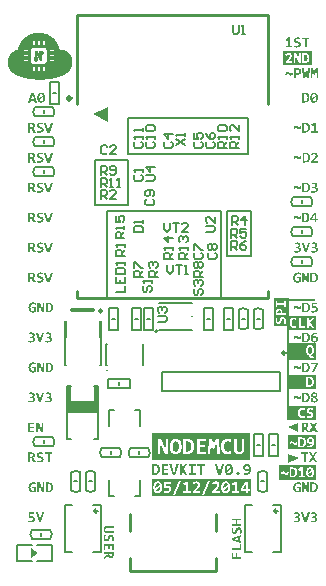
<source format=gto>
%FSLAX25Y25*%
%MOIN*%
G70*
G01*
G75*
%ADD10C,0.01500*%
%ADD11C,0.02000*%
%ADD12C,0.01000*%
%ADD13C,0.00700*%
%ADD14C,0.05000*%
%ADD15R,0.03740X0.03937*%
%ADD16R,0.02000X0.02000*%
%ADD17R,0.04724X0.03347*%
%ADD18R,0.03937X0.03937*%
%ADD19R,0.02000X0.02000*%
%ADD20R,0.02165X0.05709*%
%ADD21R,0.02165X0.05709*%
%ADD22R,0.01500X0.05400*%
%ADD23O,0.02756X0.09843*%
%ADD24R,0.07874X0.03937*%
%ADD25R,0.05906X0.04500*%
%ADD26R,0.06575X0.06693*%
%ADD27R,0.08661X0.07874*%
%ADD28C,0.03000*%
%ADD29C,0.03200*%
%ADD30R,0.44900X0.10200*%
%ADD31C,0.04724*%
%ADD32O,0.05906X0.07480*%
%ADD33C,0.03150*%
%ADD34C,0.06900*%
%ADD35R,0.06900X0.06900*%
%ADD36C,0.02362*%
%ADD37R,0.44900X0.09800*%
%ADD38C,0.00500*%
%ADD39C,0.00787*%
%ADD40C,0.00394*%
%ADD41C,0.00984*%
%ADD42C,0.01181*%
%ADD43C,0.00018*%
%ADD44C,0.00800*%
%ADD45C,0.01200*%
%ADD46R,0.09572X0.00759*%
%ADD47R,0.00900X0.40700*%
%ADD48R,0.09743X0.00900*%
%ADD49R,0.01433X0.08858*%
%ADD50R,0.01433X0.08858*%
%ADD51R,0.10236X0.04035*%
G36*
X48167Y-49159D02*
X46845D01*
Y-49826D01*
X47173D01*
X47231Y-49832D01*
X47307Y-49838D01*
X47389Y-49843D01*
X47559Y-49873D01*
X47570D01*
X47600Y-49884D01*
X47641Y-49896D01*
X47693Y-49908D01*
X47758Y-49931D01*
X47828Y-49961D01*
X47892Y-49990D01*
X47962Y-50031D01*
X47968Y-50037D01*
X47992Y-50048D01*
X48021Y-50077D01*
X48062Y-50113D01*
X48109Y-50154D01*
X48156Y-50206D01*
X48202Y-50265D01*
X48243Y-50335D01*
X48249Y-50341D01*
X48261Y-50370D01*
X48278Y-50411D01*
X48296Y-50464D01*
X48313Y-50534D01*
X48331Y-50616D01*
X48343Y-50703D01*
X48349Y-50809D01*
Y-50820D01*
Y-50855D01*
X48343Y-50902D01*
X48337Y-50967D01*
X48319Y-51037D01*
X48302Y-51119D01*
X48272Y-51195D01*
X48237Y-51277D01*
X48232Y-51288D01*
X48220Y-51312D01*
X48191Y-51347D01*
X48156Y-51394D01*
X48114Y-51452D01*
X48062Y-51511D01*
X47997Y-51569D01*
X47927Y-51622D01*
X47921Y-51628D01*
X47892Y-51645D01*
X47851Y-51669D01*
X47799Y-51698D01*
X47728Y-51733D01*
X47652Y-51768D01*
X47565Y-51803D01*
X47465Y-51832D01*
X47453D01*
X47418Y-51844D01*
X47366Y-51856D01*
X47295Y-51868D01*
X47208Y-51879D01*
X47114Y-51891D01*
X47003Y-51897D01*
X46892Y-51903D01*
X46792D01*
X46728Y-51897D01*
X46693D01*
X46675Y-51891D01*
X46617Y-51885D01*
X46547Y-51879D01*
X46512D01*
X46494Y-51873D01*
X46436Y-51868D01*
X46371Y-51862D01*
X46360D01*
X46324Y-51856D01*
X46272Y-51850D01*
X46219Y-51844D01*
Y-51312D01*
X46225D01*
X46242Y-51318D01*
X46272Y-51324D01*
X46313Y-51329D01*
X46360Y-51341D01*
X46412Y-51353D01*
X46477Y-51359D01*
X46541Y-51370D01*
X46576D01*
X46611Y-51376D01*
X46658D01*
X46716Y-51382D01*
X46781D01*
X46921Y-51388D01*
X46985D01*
X47050Y-51382D01*
X47132Y-51370D01*
X47225Y-51353D01*
X47319Y-51329D01*
X47412Y-51294D01*
X47494Y-51248D01*
X47500Y-51242D01*
X47524Y-51218D01*
X47559Y-51189D01*
X47594Y-51142D01*
X47629Y-51084D01*
X47664Y-51019D01*
X47688Y-50937D01*
X47693Y-50850D01*
Y-50844D01*
Y-50838D01*
Y-50803D01*
X47682Y-50756D01*
X47670Y-50698D01*
X47646Y-50633D01*
X47617Y-50569D01*
X47570Y-50505D01*
X47506Y-50452D01*
X47500Y-50446D01*
X47471Y-50434D01*
X47430Y-50411D01*
X47366Y-50388D01*
X47284Y-50364D01*
X47179Y-50341D01*
X47056Y-50329D01*
X46915Y-50323D01*
X46278D01*
Y-48586D01*
X48167D01*
Y-49159D01*
D02*
G37*
G36*
X48156Y-59093D02*
X47623D01*
X47559Y-59099D01*
X47488Y-59105D01*
X47412Y-59117D01*
X47337Y-59134D01*
X47260Y-59152D01*
X47255D01*
X47231Y-59164D01*
X47196Y-59175D01*
X47155Y-59193D01*
X47056Y-59240D01*
X47009Y-59275D01*
X46962Y-59310D01*
X46956Y-59316D01*
X46944Y-59327D01*
X46921Y-59351D01*
X46898Y-59380D01*
X46874Y-59415D01*
X46845Y-59456D01*
X46816Y-59509D01*
X46792Y-59561D01*
Y-59567D01*
X46781Y-59585D01*
X46775Y-59620D01*
X46763Y-59655D01*
X46746Y-59708D01*
X46734Y-59760D01*
X46722Y-59825D01*
X46716Y-59889D01*
X46711Y-59948D01*
X46716D01*
X46734Y-59936D01*
X46763Y-59924D01*
X46798Y-59912D01*
X46845Y-59895D01*
X46892Y-59883D01*
X47009Y-59848D01*
X47015D01*
X47038Y-59842D01*
X47073Y-59836D01*
X47114Y-59825D01*
X47167Y-59819D01*
X47231Y-59813D01*
X47360Y-59807D01*
X47407D01*
X47453Y-59813D01*
X47518D01*
X47588Y-59825D01*
X47664Y-59836D01*
X47746Y-59854D01*
X47822Y-59877D01*
X47834Y-59883D01*
X47857Y-59889D01*
X47892Y-59907D01*
X47939Y-59930D01*
X47997Y-59959D01*
X48050Y-59988D01*
X48109Y-60029D01*
X48161Y-60076D01*
X48167Y-60082D01*
X48185Y-60100D01*
X48208Y-60129D01*
X48237Y-60164D01*
X48267Y-60211D01*
X48302Y-60263D01*
X48331Y-60322D01*
X48360Y-60392D01*
X48366Y-60398D01*
X48372Y-60427D01*
X48384Y-60462D01*
X48395Y-60515D01*
X48407Y-60579D01*
X48419Y-60650D01*
X48430Y-60725D01*
Y-60813D01*
Y-60825D01*
Y-60854D01*
X48425Y-60901D01*
X48419Y-60960D01*
X48407Y-61030D01*
X48389Y-61106D01*
X48366Y-61188D01*
X48337Y-61264D01*
X48331Y-61270D01*
X48319Y-61299D01*
X48302Y-61334D01*
X48272Y-61381D01*
X48237Y-61433D01*
X48196Y-61492D01*
X48144Y-61550D01*
X48085Y-61609D01*
X48079Y-61615D01*
X48056Y-61632D01*
X48021Y-61656D01*
X47980Y-61691D01*
X47921Y-61726D01*
X47857Y-61761D01*
X47787Y-61796D01*
X47705Y-61825D01*
X47693Y-61831D01*
X47670Y-61837D01*
X47623Y-61849D01*
X47565Y-61861D01*
X47494Y-61878D01*
X47412Y-61890D01*
X47319Y-61896D01*
X47225Y-61901D01*
X47173D01*
X47132Y-61896D01*
X47085Y-61890D01*
X47026Y-61884D01*
X46968Y-61872D01*
X46904Y-61855D01*
X46757Y-61814D01*
X46687Y-61784D01*
X46611Y-61749D01*
X46541Y-61708D01*
X46471Y-61661D01*
X46406Y-61609D01*
X46348Y-61545D01*
X46342Y-61539D01*
X46336Y-61527D01*
X46319Y-61504D01*
X46301Y-61474D01*
X46278Y-61439D01*
X46254Y-61392D01*
X46225Y-61334D01*
X46202Y-61270D01*
X46172Y-61199D01*
X46143Y-61118D01*
X46120Y-61024D01*
X46096Y-60925D01*
X46079Y-60819D01*
X46061Y-60702D01*
X46055Y-60579D01*
X46049Y-60445D01*
Y-60439D01*
Y-60433D01*
Y-60398D01*
Y-60345D01*
X46055Y-60281D01*
Y-60205D01*
X46061Y-60117D01*
X46079Y-59936D01*
Y-59924D01*
X46085Y-59895D01*
X46096Y-59848D01*
X46108Y-59790D01*
X46120Y-59719D01*
X46143Y-59643D01*
X46190Y-59485D01*
X46196Y-59474D01*
X46202Y-59450D01*
X46219Y-59409D01*
X46242Y-59357D01*
X46272Y-59304D01*
X46307Y-59240D01*
X46395Y-59111D01*
X46400Y-59105D01*
X46418Y-59082D01*
X46447Y-59052D01*
X46482Y-59012D01*
X46529Y-58965D01*
X46588Y-58918D01*
X46646Y-58871D01*
X46716Y-58824D01*
X46728Y-58818D01*
X46751Y-58807D01*
X46792Y-58783D01*
X46845Y-58760D01*
X46909Y-58731D01*
X46985Y-58696D01*
X47073Y-58666D01*
X47167Y-58643D01*
X47173D01*
X47179Y-58637D01*
X47214Y-58631D01*
X47266Y-58620D01*
X47342Y-58608D01*
X47430Y-58596D01*
X47535Y-58590D01*
X47652Y-58579D01*
X48156D01*
Y-59093D01*
D02*
G37*
G36*
X44330Y-48592D02*
X44417Y-48597D01*
X44523Y-48609D01*
X44628Y-48627D01*
X44739Y-48650D01*
X44850Y-48685D01*
X44856D01*
X44862Y-48691D01*
X44897Y-48703D01*
X44950Y-48726D01*
X45014Y-48755D01*
X45090Y-48796D01*
X45166Y-48843D01*
X45242Y-48902D01*
X45318Y-48972D01*
X45324Y-48978D01*
X45347Y-49007D01*
X45382Y-49048D01*
X45423Y-49106D01*
X45470Y-49177D01*
X45517Y-49264D01*
X45558Y-49358D01*
X45599Y-49469D01*
Y-49475D01*
X45605Y-49481D01*
X45611Y-49498D01*
X45617Y-49522D01*
X45622Y-49551D01*
X45628Y-49586D01*
X45652Y-49668D01*
X45669Y-49773D01*
X45681Y-49896D01*
X45693Y-50031D01*
X45698Y-50177D01*
Y-50183D01*
Y-50195D01*
Y-50212D01*
Y-50241D01*
Y-50276D01*
X45693Y-50311D01*
X45687Y-50405D01*
X45675Y-50510D01*
X45658Y-50627D01*
X45634Y-50750D01*
X45599Y-50867D01*
Y-50873D01*
X45593Y-50879D01*
X45587Y-50897D01*
X45581Y-50920D01*
X45558Y-50978D01*
X45529Y-51049D01*
X45488Y-51130D01*
X45435Y-51224D01*
X45377Y-51312D01*
X45307Y-51400D01*
X45295Y-51411D01*
X45271Y-51435D01*
X45225Y-51476D01*
X45166Y-51522D01*
X45096Y-51575D01*
X45008Y-51634D01*
X44909Y-51686D01*
X44798Y-51733D01*
X44792D01*
X44786Y-51739D01*
X44768Y-51745D01*
X44745Y-51751D01*
X44710Y-51762D01*
X44675Y-51768D01*
X44587Y-51792D01*
X44482Y-51815D01*
X44353Y-51832D01*
X44212Y-51844D01*
X44055Y-51850D01*
X43230D01*
Y-48586D01*
X44289D01*
X44330Y-48592D01*
D02*
G37*
G36*
X45447Y-41857D02*
X44692D01*
X43821Y-39909D01*
X43645Y-39494D01*
Y-40845D01*
Y-41857D01*
X43084D01*
Y-38593D01*
X43838D01*
X44727Y-40558D01*
X44885Y-40939D01*
Y-39500D01*
Y-38593D01*
X45447D01*
Y-41857D01*
D02*
G37*
G36*
X41884Y-38540D02*
X41949Y-38546D01*
X42019Y-38552D01*
X42177Y-38575D01*
X42189D01*
X42212Y-38581D01*
X42259Y-38593D01*
X42311Y-38605D01*
X42376Y-38616D01*
X42452Y-38634D01*
X42610Y-38675D01*
Y-39283D01*
X42604Y-39277D01*
X42575Y-39272D01*
X42539Y-39254D01*
X42487Y-39236D01*
X42428Y-39213D01*
X42358Y-39190D01*
X42276Y-39166D01*
X42194Y-39143D01*
X42183D01*
X42159Y-39131D01*
X42112Y-39125D01*
X42054Y-39114D01*
X41990Y-39102D01*
X41914Y-39096D01*
X41750Y-39084D01*
X41709D01*
X41668Y-39090D01*
X41609Y-39096D01*
X41545Y-39102D01*
X41481Y-39119D01*
X41410Y-39137D01*
X41340Y-39166D01*
X41334Y-39172D01*
X41311Y-39184D01*
X41276Y-39201D01*
X41235Y-39225D01*
X41188Y-39260D01*
X41141Y-39295D01*
X41089Y-39342D01*
X41042Y-39394D01*
X41036Y-39400D01*
X41024Y-39418D01*
X41001Y-39453D01*
X40977Y-39494D01*
X40948Y-39546D01*
X40919Y-39611D01*
X40890Y-39681D01*
X40866Y-39757D01*
Y-39769D01*
X40855Y-39792D01*
X40849Y-39839D01*
X40837Y-39897D01*
X40825Y-39968D01*
X40819Y-40055D01*
X40808Y-40143D01*
Y-40243D01*
Y-40254D01*
Y-40289D01*
Y-40336D01*
X40814Y-40400D01*
X40819Y-40477D01*
X40825Y-40553D01*
X40855Y-40716D01*
Y-40728D01*
X40866Y-40751D01*
X40878Y-40787D01*
X40890Y-40839D01*
X40913Y-40892D01*
X40936Y-40951D01*
X41007Y-41067D01*
X41013Y-41073D01*
X41024Y-41091D01*
X41048Y-41120D01*
X41083Y-41149D01*
X41118Y-41184D01*
X41165Y-41225D01*
X41217Y-41260D01*
X41276Y-41290D01*
X41282Y-41296D01*
X41305Y-41301D01*
X41340Y-41313D01*
X41393Y-41325D01*
X41451Y-41342D01*
X41522Y-41354D01*
X41598Y-41360D01*
X41685Y-41366D01*
X41791D01*
X41814Y-41360D01*
X41837D01*
X41867Y-41354D01*
X41873D01*
X41890Y-41348D01*
X41937Y-41337D01*
X41943D01*
X41960Y-41331D01*
X41984Y-41319D01*
X42013Y-41313D01*
Y-40477D01*
X41457D01*
Y-39968D01*
X42621D01*
Y-41711D01*
X42610Y-41717D01*
X42580Y-41728D01*
X42534Y-41746D01*
X42475Y-41769D01*
X42405Y-41793D01*
X42323Y-41822D01*
X42241Y-41846D01*
X42147Y-41863D01*
X42136D01*
X42107Y-41869D01*
X42054Y-41881D01*
X41990Y-41886D01*
X41908Y-41898D01*
X41820Y-41910D01*
X41720Y-41916D01*
X41557D01*
X41492Y-41910D01*
X41410Y-41904D01*
X41317Y-41892D01*
X41212Y-41875D01*
X41106Y-41851D01*
X41001Y-41816D01*
X40989Y-41810D01*
X40954Y-41799D01*
X40907Y-41769D01*
X40843Y-41740D01*
X40773Y-41693D01*
X40691Y-41641D01*
X40615Y-41576D01*
X40539Y-41506D01*
X40533Y-41495D01*
X40510Y-41471D01*
X40474Y-41424D01*
X40433Y-41360D01*
X40387Y-41284D01*
X40340Y-41196D01*
X40293Y-41097D01*
X40252Y-40986D01*
Y-40980D01*
X40246Y-40974D01*
X40240Y-40956D01*
X40235Y-40933D01*
X40229Y-40904D01*
X40223Y-40868D01*
X40205Y-40781D01*
X40182Y-40676D01*
X40170Y-40553D01*
X40159Y-40418D01*
X40153Y-40272D01*
Y-40266D01*
Y-40254D01*
Y-40231D01*
Y-40202D01*
X40159Y-40167D01*
Y-40126D01*
X40164Y-40032D01*
X40176Y-39915D01*
X40200Y-39798D01*
X40223Y-39669D01*
X40258Y-39546D01*
Y-39541D01*
X40264Y-39529D01*
X40270Y-39517D01*
X40275Y-39494D01*
X40305Y-39430D01*
X40334Y-39353D01*
X40381Y-39266D01*
X40433Y-39178D01*
X40492Y-39084D01*
X40562Y-38997D01*
X40574Y-38985D01*
X40597Y-38961D01*
X40644Y-38921D01*
X40703Y-38868D01*
X40773Y-38815D01*
X40861Y-38757D01*
X40960Y-38704D01*
X41065Y-38657D01*
X41071D01*
X41077Y-38651D01*
X41094Y-38645D01*
X41118Y-38640D01*
X41182Y-38616D01*
X41264Y-38593D01*
X41364Y-38575D01*
X41475Y-38552D01*
X41603Y-38540D01*
X41744Y-38534D01*
X41826D01*
X41884Y-38540D01*
D02*
G37*
G36*
X44306Y-58584D02*
X44394Y-58590D01*
X44499Y-58602D01*
X44605Y-58620D01*
X44716Y-58643D01*
X44827Y-58678D01*
X44833D01*
X44839Y-58684D01*
X44874Y-58696D01*
X44926Y-58719D01*
X44991Y-58748D01*
X45067Y-58789D01*
X45143Y-58836D01*
X45219Y-58894D01*
X45295Y-58965D01*
X45301Y-58971D01*
X45324Y-59000D01*
X45359Y-59041D01*
X45400Y-59099D01*
X45447Y-59169D01*
X45494Y-59257D01*
X45535Y-59351D01*
X45576Y-59462D01*
Y-59468D01*
X45581Y-59474D01*
X45587Y-59491D01*
X45593Y-59515D01*
X45599Y-59544D01*
X45605Y-59579D01*
X45628Y-59661D01*
X45646Y-59766D01*
X45658Y-59889D01*
X45669Y-60024D01*
X45675Y-60170D01*
Y-60176D01*
Y-60187D01*
Y-60205D01*
Y-60234D01*
Y-60269D01*
X45669Y-60304D01*
X45663Y-60398D01*
X45652Y-60503D01*
X45634Y-60620D01*
X45611Y-60743D01*
X45576Y-60860D01*
Y-60866D01*
X45570Y-60872D01*
X45564Y-60889D01*
X45558Y-60913D01*
X45535Y-60971D01*
X45505Y-61041D01*
X45464Y-61123D01*
X45412Y-61217D01*
X45353Y-61305D01*
X45283Y-61392D01*
X45271Y-61404D01*
X45248Y-61427D01*
X45201Y-61468D01*
X45143Y-61515D01*
X45072Y-61568D01*
X44985Y-61626D01*
X44885Y-61679D01*
X44774Y-61726D01*
X44768D01*
X44763Y-61732D01*
X44745Y-61738D01*
X44721Y-61743D01*
X44686Y-61755D01*
X44651Y-61761D01*
X44563Y-61784D01*
X44458Y-61808D01*
X44330Y-61825D01*
X44189Y-61837D01*
X44031Y-61843D01*
X43206D01*
Y-58579D01*
X44265D01*
X44306Y-58584D01*
D02*
G37*
G36*
X44242Y-78570D02*
X44330Y-78576D01*
X44435Y-78588D01*
X44540Y-78605D01*
X44651Y-78629D01*
X44763Y-78664D01*
X44768D01*
X44774Y-78670D01*
X44809Y-78681D01*
X44862Y-78705D01*
X44926Y-78734D01*
X45002Y-78775D01*
X45078Y-78822D01*
X45154Y-78880D01*
X45230Y-78950D01*
X45236Y-78956D01*
X45260Y-78986D01*
X45295Y-79026D01*
X45336Y-79085D01*
X45382Y-79155D01*
X45429Y-79243D01*
X45470Y-79337D01*
X45511Y-79448D01*
Y-79453D01*
X45517Y-79459D01*
X45523Y-79477D01*
X45529Y-79500D01*
X45535Y-79530D01*
X45540Y-79565D01*
X45564Y-79647D01*
X45581Y-79752D01*
X45593Y-79875D01*
X45605Y-80009D01*
X45611Y-80155D01*
Y-80161D01*
Y-80173D01*
Y-80191D01*
Y-80220D01*
Y-80255D01*
X45605Y-80290D01*
X45599Y-80384D01*
X45587Y-80489D01*
X45570Y-80606D01*
X45546Y-80729D01*
X45511Y-80846D01*
Y-80852D01*
X45505Y-80857D01*
X45500Y-80875D01*
X45494Y-80898D01*
X45470Y-80957D01*
X45441Y-81027D01*
X45400Y-81109D01*
X45347Y-81203D01*
X45289Y-81290D01*
X45219Y-81378D01*
X45207Y-81390D01*
X45184Y-81413D01*
X45137Y-81454D01*
X45078Y-81501D01*
X45008Y-81554D01*
X44920Y-81612D01*
X44821Y-81665D01*
X44710Y-81712D01*
X44704D01*
X44698Y-81717D01*
X44681Y-81723D01*
X44657Y-81729D01*
X44622Y-81741D01*
X44587Y-81747D01*
X44499Y-81770D01*
X44394Y-81793D01*
X44265Y-81811D01*
X44125Y-81823D01*
X43967Y-81829D01*
X43142D01*
Y-78564D01*
X44201D01*
X44242Y-78570D01*
D02*
G37*
G36*
X44142Y-88563D02*
X44218Y-88569D01*
X44300Y-88575D01*
X44470Y-88604D01*
X44482D01*
X44505Y-88616D01*
X44546Y-88627D01*
X44599Y-88639D01*
X44657Y-88662D01*
X44721Y-88692D01*
X44786Y-88721D01*
X44844Y-88762D01*
X44850Y-88768D01*
X44868Y-88779D01*
X44897Y-88803D01*
X44932Y-88838D01*
X44973Y-88879D01*
X45014Y-88926D01*
X45049Y-88978D01*
X45084Y-89043D01*
X45090Y-89049D01*
X45096Y-89072D01*
X45114Y-89107D01*
X45131Y-89160D01*
X45143Y-89218D01*
X45160Y-89294D01*
X45166Y-89376D01*
X45172Y-89464D01*
Y-89470D01*
Y-89493D01*
Y-89528D01*
X45166Y-89569D01*
X45160Y-89616D01*
X45149Y-89669D01*
X45119Y-89780D01*
Y-89786D01*
X45108Y-89803D01*
X45096Y-89832D01*
X45078Y-89862D01*
X45031Y-89944D01*
X44967Y-90026D01*
X44961Y-90031D01*
X44950Y-90043D01*
X44932Y-90061D01*
X44903Y-90084D01*
X44868Y-90107D01*
X44833Y-90137D01*
X44739Y-90189D01*
X44733D01*
X44716Y-90201D01*
X44692Y-90207D01*
X44657Y-90219D01*
X44616Y-90236D01*
X44569Y-90248D01*
X44458Y-90271D01*
X44464D01*
X44476Y-90277D01*
X44499Y-90289D01*
X44528Y-90301D01*
X44563Y-90318D01*
X44599Y-90341D01*
X44640Y-90371D01*
X44675Y-90412D01*
X44681Y-90417D01*
X44692Y-90429D01*
X44710Y-90458D01*
X44739Y-90494D01*
X44768Y-90540D01*
X44803Y-90593D01*
X44839Y-90657D01*
X44874Y-90728D01*
X45400Y-91821D01*
X44681D01*
X44218Y-90774D01*
Y-90768D01*
X44207Y-90751D01*
X44189Y-90722D01*
X44172Y-90692D01*
X44113Y-90616D01*
X44078Y-90581D01*
X44037Y-90552D01*
X44031Y-90546D01*
X44014Y-90540D01*
X43990Y-90529D01*
X43961Y-90511D01*
X43920Y-90494D01*
X43873Y-90482D01*
X43821Y-90476D01*
X43762Y-90470D01*
X43645D01*
Y-91821D01*
X43031D01*
Y-88557D01*
X44078D01*
X44142Y-88563D01*
D02*
G37*
G36*
X47313Y-78512D02*
X47383Y-78518D01*
X47465Y-78529D01*
X47617Y-78564D01*
X47629D01*
X47652Y-78576D01*
X47688Y-78588D01*
X47734Y-78605D01*
X47787Y-78623D01*
X47840Y-78652D01*
X47898Y-78681D01*
X47951Y-78716D01*
X47956Y-78722D01*
X47974Y-78734D01*
X47997Y-78757D01*
X48027Y-78781D01*
X48062Y-78816D01*
X48097Y-78857D01*
X48126Y-78904D01*
X48156Y-78956D01*
X48161Y-78962D01*
X48167Y-78980D01*
X48179Y-79009D01*
X48196Y-79044D01*
X48208Y-79091D01*
X48220Y-79143D01*
X48226Y-79202D01*
X48232Y-79260D01*
Y-79266D01*
Y-79290D01*
Y-79319D01*
X48226Y-79354D01*
X48214Y-79448D01*
X48185Y-79541D01*
Y-79547D01*
X48179Y-79565D01*
X48167Y-79588D01*
X48156Y-79617D01*
X48120Y-79688D01*
X48068Y-79769D01*
X48062Y-79775D01*
X48056Y-79787D01*
X48039Y-79804D01*
X48021Y-79828D01*
X47968Y-79886D01*
X47898Y-79951D01*
X47892Y-79957D01*
X47881Y-79962D01*
X47863Y-79980D01*
X47834Y-79998D01*
X47769Y-80050D01*
X47688Y-80103D01*
X47693D01*
X47711Y-80115D01*
X47734Y-80126D01*
X47763Y-80144D01*
X47840Y-80191D01*
X47921Y-80249D01*
X47927Y-80255D01*
X47939Y-80261D01*
X47962Y-80278D01*
X47986Y-80302D01*
X48050Y-80360D01*
X48114Y-80436D01*
X48120Y-80442D01*
X48132Y-80454D01*
X48144Y-80477D01*
X48167Y-80506D01*
X48185Y-80542D01*
X48208Y-80583D01*
X48249Y-80676D01*
Y-80682D01*
X48255Y-80699D01*
X48267Y-80729D01*
X48278Y-80764D01*
X48284Y-80811D01*
X48296Y-80863D01*
X48302Y-80980D01*
Y-80992D01*
Y-81015D01*
X48296Y-81062D01*
X48290Y-81115D01*
X48278Y-81173D01*
X48261Y-81238D01*
X48237Y-81308D01*
X48208Y-81372D01*
X48202Y-81378D01*
X48191Y-81401D01*
X48173Y-81431D01*
X48144Y-81472D01*
X48109Y-81519D01*
X48068Y-81565D01*
X48015Y-81612D01*
X47956Y-81659D01*
X47951Y-81665D01*
X47927Y-81677D01*
X47898Y-81700D01*
X47851Y-81723D01*
X47799Y-81753D01*
X47734Y-81782D01*
X47658Y-81805D01*
X47582Y-81829D01*
X47570D01*
X47547Y-81840D01*
X47500Y-81846D01*
X47448Y-81858D01*
X47377Y-81870D01*
X47301Y-81875D01*
X47214Y-81887D01*
X47079D01*
X47026Y-81881D01*
X46962D01*
X46886Y-81875D01*
X46804Y-81864D01*
X46722Y-81846D01*
X46640Y-81829D01*
X46629D01*
X46605Y-81817D01*
X46564Y-81805D01*
X46518Y-81788D01*
X46459Y-81764D01*
X46400Y-81735D01*
X46342Y-81700D01*
X46283Y-81665D01*
X46278Y-81659D01*
X46260Y-81647D01*
X46237Y-81624D01*
X46202Y-81595D01*
X46166Y-81554D01*
X46131Y-81513D01*
X46096Y-81460D01*
X46067Y-81407D01*
Y-81401D01*
X46055Y-81378D01*
X46044Y-81349D01*
X46032Y-81302D01*
X46020Y-81255D01*
X46009Y-81197D01*
X46003Y-81132D01*
X45997Y-81062D01*
Y-81056D01*
Y-81033D01*
Y-81004D01*
X46003Y-80963D01*
X46009Y-80916D01*
X46014Y-80869D01*
X46044Y-80770D01*
Y-80764D01*
X46055Y-80746D01*
X46061Y-80723D01*
X46079Y-80688D01*
X46120Y-80612D01*
X46172Y-80530D01*
X46178Y-80524D01*
X46190Y-80512D01*
X46207Y-80489D01*
X46231Y-80466D01*
X46295Y-80401D01*
X46371Y-80337D01*
X46377Y-80331D01*
X46389Y-80319D01*
X46412Y-80308D01*
X46441Y-80284D01*
X46477Y-80261D01*
X46518Y-80232D01*
X46611Y-80179D01*
X46605Y-80173D01*
X46593Y-80167D01*
X46570Y-80155D01*
X46541Y-80138D01*
X46477Y-80091D01*
X46400Y-80038D01*
X46395Y-80033D01*
X46383Y-80027D01*
X46365Y-80009D01*
X46342Y-79986D01*
X46283Y-79927D01*
X46225Y-79863D01*
X46219Y-79857D01*
X46213Y-79845D01*
X46202Y-79828D01*
X46184Y-79799D01*
X46143Y-79728D01*
X46108Y-79647D01*
Y-79641D01*
X46102Y-79623D01*
X46096Y-79600D01*
X46090Y-79565D01*
X46079Y-79524D01*
X46073Y-79477D01*
X46067Y-79372D01*
Y-79366D01*
Y-79342D01*
X46073Y-79307D01*
Y-79260D01*
X46085Y-79208D01*
X46096Y-79155D01*
X46108Y-79097D01*
X46131Y-79038D01*
X46137Y-79032D01*
X46143Y-79009D01*
X46161Y-78980D01*
X46184Y-78945D01*
X46213Y-78904D01*
X46248Y-78857D01*
X46289Y-78810D01*
X46336Y-78763D01*
X46342Y-78757D01*
X46360Y-78746D01*
X46389Y-78722D01*
X46430Y-78693D01*
X46477Y-78664D01*
X46535Y-78635D01*
X46599Y-78605D01*
X46675Y-78576D01*
X46687Y-78570D01*
X46711Y-78564D01*
X46757Y-78553D01*
X46816Y-78541D01*
X46886Y-78529D01*
X46968Y-78518D01*
X47061Y-78506D01*
X47255D01*
X47313Y-78512D01*
D02*
G37*
G36*
X44271Y-68577D02*
X44359Y-68583D01*
X44464Y-68595D01*
X44569Y-68612D01*
X44681Y-68636D01*
X44792Y-68671D01*
X44798D01*
X44803Y-68677D01*
X44839Y-68688D01*
X44891Y-68712D01*
X44956Y-68741D01*
X45031Y-68782D01*
X45108Y-68829D01*
X45184Y-68887D01*
X45260Y-68958D01*
X45266Y-68963D01*
X45289Y-68993D01*
X45324Y-69034D01*
X45365Y-69092D01*
X45412Y-69162D01*
X45459Y-69250D01*
X45500Y-69344D01*
X45540Y-69455D01*
Y-69461D01*
X45546Y-69467D01*
X45552Y-69484D01*
X45558Y-69507D01*
X45564Y-69537D01*
X45570Y-69572D01*
X45593Y-69654D01*
X45611Y-69759D01*
X45622Y-69882D01*
X45634Y-70016D01*
X45640Y-70163D01*
Y-70169D01*
Y-70180D01*
Y-70198D01*
Y-70227D01*
Y-70262D01*
X45634Y-70297D01*
X45628Y-70391D01*
X45617Y-70496D01*
X45599Y-70613D01*
X45576Y-70736D01*
X45540Y-70853D01*
Y-70859D01*
X45535Y-70865D01*
X45529Y-70882D01*
X45523Y-70906D01*
X45500Y-70964D01*
X45470Y-71034D01*
X45429Y-71116D01*
X45377Y-71210D01*
X45318Y-71298D01*
X45248Y-71385D01*
X45236Y-71397D01*
X45213Y-71420D01*
X45166Y-71461D01*
X45108Y-71508D01*
X45037Y-71561D01*
X44950Y-71619D01*
X44850Y-71672D01*
X44739Y-71719D01*
X44733D01*
X44727Y-71725D01*
X44710Y-71730D01*
X44686Y-71736D01*
X44651Y-71748D01*
X44616Y-71754D01*
X44528Y-71777D01*
X44423Y-71801D01*
X44295Y-71818D01*
X44154Y-71830D01*
X43996Y-71836D01*
X43171D01*
Y-68572D01*
X44230D01*
X44271Y-68577D01*
D02*
G37*
G36*
X48302Y-69110D02*
X46991Y-71836D01*
X46301D01*
X47594Y-69162D01*
X46032D01*
Y-68572D01*
X48302D01*
Y-69110D01*
D02*
G37*
G36*
X44330Y-8620D02*
X44417Y-8626D01*
X44523Y-8638D01*
X44628Y-8655D01*
X44739Y-8679D01*
X44850Y-8714D01*
X44856D01*
X44862Y-8720D01*
X44897Y-8731D01*
X44950Y-8755D01*
X45014Y-8784D01*
X45090Y-8825D01*
X45166Y-8872D01*
X45242Y-8930D01*
X45318Y-9000D01*
X45324Y-9006D01*
X45347Y-9036D01*
X45382Y-9076D01*
X45423Y-9135D01*
X45470Y-9205D01*
X45517Y-9293D01*
X45558Y-9386D01*
X45599Y-9498D01*
Y-9504D01*
X45605Y-9509D01*
X45611Y-9527D01*
X45617Y-9550D01*
X45622Y-9580D01*
X45628Y-9615D01*
X45652Y-9697D01*
X45669Y-9802D01*
X45681Y-9925D01*
X45693Y-10059D01*
X45698Y-10205D01*
Y-10211D01*
Y-10223D01*
Y-10241D01*
Y-10270D01*
Y-10305D01*
X45693Y-10340D01*
X45687Y-10434D01*
X45675Y-10539D01*
X45658Y-10656D01*
X45634Y-10779D01*
X45599Y-10896D01*
Y-10902D01*
X45593Y-10908D01*
X45587Y-10925D01*
X45581Y-10949D01*
X45558Y-11007D01*
X45529Y-11077D01*
X45488Y-11159D01*
X45435Y-11253D01*
X45377Y-11340D01*
X45307Y-11428D01*
X45295Y-11440D01*
X45271Y-11463D01*
X45225Y-11504D01*
X45166Y-11551D01*
X45096Y-11604D01*
X45008Y-11662D01*
X44909Y-11715D01*
X44798Y-11762D01*
X44792D01*
X44786Y-11767D01*
X44768Y-11773D01*
X44745Y-11779D01*
X44710Y-11791D01*
X44675Y-11797D01*
X44587Y-11820D01*
X44482Y-11844D01*
X44353Y-11861D01*
X44212Y-11873D01*
X44055Y-11879D01*
X43230D01*
Y-8614D01*
X44289D01*
X44330Y-8620D01*
D02*
G37*
G36*
X47260Y-8562D02*
X47337Y-8568D01*
X47412Y-8579D01*
X47494Y-8597D01*
X47570Y-8614D01*
X47582D01*
X47605Y-8626D01*
X47641Y-8638D01*
X47693Y-8655D01*
X47746Y-8679D01*
X47804Y-8708D01*
X47863Y-8743D01*
X47916Y-8784D01*
X47921Y-8790D01*
X47939Y-8802D01*
X47962Y-8825D01*
X47997Y-8854D01*
X48027Y-8895D01*
X48062Y-8936D01*
X48097Y-8989D01*
X48126Y-9041D01*
X48132Y-9047D01*
X48138Y-9071D01*
X48150Y-9100D01*
X48161Y-9141D01*
X48173Y-9194D01*
X48185Y-9246D01*
X48196Y-9311D01*
Y-9381D01*
Y-9386D01*
Y-9392D01*
Y-9427D01*
X48191Y-9486D01*
X48179Y-9550D01*
X48161Y-9632D01*
X48138Y-9708D01*
X48103Y-9790D01*
X48056Y-9866D01*
X48050Y-9872D01*
X48033Y-9895D01*
X48003Y-9931D01*
X47956Y-9972D01*
X47904Y-10012D01*
X47840Y-10059D01*
X47763Y-10106D01*
X47676Y-10147D01*
X47682D01*
X47705Y-10153D01*
X47734Y-10159D01*
X47769Y-10165D01*
X47816Y-10176D01*
X47863Y-10194D01*
X47962Y-10235D01*
X47968D01*
X47986Y-10246D01*
X48009Y-10258D01*
X48039Y-10276D01*
X48109Y-10328D01*
X48179Y-10393D01*
X48185Y-10399D01*
X48196Y-10410D01*
X48214Y-10428D01*
X48232Y-10457D01*
X48255Y-10486D01*
X48278Y-10527D01*
X48319Y-10615D01*
Y-10621D01*
X48325Y-10639D01*
X48337Y-10662D01*
X48349Y-10697D01*
X48354Y-10738D01*
X48366Y-10785D01*
X48372Y-10890D01*
Y-10902D01*
Y-10931D01*
X48366Y-10978D01*
X48360Y-11036D01*
X48349Y-11101D01*
X48331Y-11171D01*
X48307Y-11247D01*
X48278Y-11323D01*
X48272Y-11329D01*
X48261Y-11352D01*
X48243Y-11393D01*
X48214Y-11434D01*
X48173Y-11487D01*
X48126Y-11545D01*
X48068Y-11604D01*
X48003Y-11656D01*
X47997Y-11662D01*
X47968Y-11680D01*
X47927Y-11703D01*
X47875Y-11732D01*
X47804Y-11767D01*
X47728Y-11797D01*
X47635Y-11832D01*
X47535Y-11861D01*
X47524D01*
X47506Y-11867D01*
X47488Y-11873D01*
X47424Y-11885D01*
X47348Y-11896D01*
X47249Y-11908D01*
X47137Y-11920D01*
X47009Y-11925D01*
X46869Y-11931D01*
X46757D01*
X46693Y-11925D01*
X46658D01*
X46634Y-11920D01*
X46576D01*
X46506Y-11914D01*
X46471D01*
X46447Y-11908D01*
X46389Y-11902D01*
X46324Y-11896D01*
X46313D01*
X46272Y-11890D01*
X46225Y-11885D01*
X46172Y-11879D01*
Y-11346D01*
X46178D01*
X46202Y-11352D01*
X46231Y-11358D01*
X46272Y-11364D01*
X46324Y-11376D01*
X46383Y-11381D01*
X46447Y-11393D01*
X46518Y-11399D01*
X46553D01*
X46593Y-11405D01*
X46646D01*
X46705Y-11411D01*
X46775D01*
X46851Y-11417D01*
X47003D01*
X47056Y-11411D01*
X47108D01*
X47167Y-11405D01*
X47284Y-11387D01*
X47290D01*
X47307Y-11381D01*
X47337Y-11370D01*
X47372Y-11364D01*
X47453Y-11329D01*
X47535Y-11288D01*
X47541Y-11282D01*
X47553Y-11276D01*
X47594Y-11241D01*
X47641Y-11188D01*
X47682Y-11124D01*
Y-11118D01*
X47688Y-11106D01*
X47699Y-11083D01*
X47705Y-11060D01*
X47723Y-10989D01*
X47728Y-10902D01*
Y-10896D01*
Y-10884D01*
Y-10861D01*
X47723Y-10837D01*
X47705Y-10773D01*
X47676Y-10709D01*
Y-10703D01*
X47670Y-10691D01*
X47641Y-10656D01*
X47594Y-10609D01*
X47530Y-10562D01*
X47524Y-10557D01*
X47512Y-10551D01*
X47494Y-10539D01*
X47465Y-10527D01*
X47430Y-10510D01*
X47389Y-10492D01*
X47337Y-10475D01*
X47284Y-10463D01*
X47278D01*
X47255Y-10457D01*
X47225Y-10451D01*
X47184Y-10445D01*
X47132Y-10440D01*
X47067Y-10434D01*
X47003Y-10428D01*
X46564D01*
Y-9966D01*
X46962D01*
X47003Y-9960D01*
X47056D01*
X47108Y-9948D01*
X47161Y-9942D01*
X47214Y-9931D01*
X47219D01*
X47237Y-9925D01*
X47260Y-9913D01*
X47290Y-9901D01*
X47354Y-9866D01*
X47418Y-9825D01*
X47424Y-9820D01*
X47430Y-9814D01*
X47459Y-9784D01*
X47500Y-9732D01*
X47530Y-9673D01*
Y-9667D01*
X47535Y-9656D01*
X47541Y-9638D01*
X47547Y-9615D01*
X47559Y-9556D01*
X47565Y-9486D01*
Y-9474D01*
Y-9451D01*
X47559Y-9416D01*
X47547Y-9369D01*
X47530Y-9322D01*
X47506Y-9269D01*
X47477Y-9217D01*
X47430Y-9176D01*
X47424Y-9170D01*
X47407Y-9158D01*
X47377Y-9141D01*
X47331Y-9123D01*
X47278Y-9106D01*
X47208Y-9088D01*
X47126Y-9076D01*
X47032Y-9071D01*
X46962D01*
X46909Y-9076D01*
X46851Y-9082D01*
X46786Y-9088D01*
X46646Y-9112D01*
X46640D01*
X46617Y-9117D01*
X46576Y-9129D01*
X46529Y-9141D01*
X46471Y-9153D01*
X46406Y-9170D01*
X46260Y-9211D01*
Y-8696D01*
X46266D01*
X46278Y-8690D01*
X46301Y-8685D01*
X46330Y-8673D01*
X46395Y-8655D01*
X46471Y-8638D01*
X46477D01*
X46488Y-8632D01*
X46512Y-8626D01*
X46535Y-8620D01*
X46599Y-8603D01*
X46675Y-8591D01*
X46681D01*
X46693Y-8585D01*
X46716D01*
X46740Y-8579D01*
X46804Y-8573D01*
X46880Y-8568D01*
X46898D01*
X46921Y-8562D01*
X46950D01*
X47021Y-8556D01*
X47196D01*
X47260Y-8562D01*
D02*
G37*
G36*
X47284Y1431D02*
X47342D01*
X47407Y1419D01*
X47483Y1408D01*
X47553Y1396D01*
X47629Y1373D01*
X47641D01*
X47664Y1361D01*
X47699Y1349D01*
X47746Y1326D01*
X47799Y1302D01*
X47851Y1273D01*
X47910Y1232D01*
X47962Y1191D01*
X47968Y1185D01*
X47986Y1168D01*
X48009Y1144D01*
X48044Y1109D01*
X48079Y1068D01*
X48114Y1016D01*
X48150Y957D01*
X48179Y893D01*
X48185Y887D01*
X48191Y864D01*
X48202Y823D01*
X48220Y776D01*
X48237Y712D01*
X48249Y641D01*
X48255Y565D01*
X48261Y478D01*
Y472D01*
Y442D01*
Y407D01*
X48255Y355D01*
X48249Y302D01*
X48237Y238D01*
X48208Y109D01*
Y103D01*
X48196Y80D01*
X48185Y51D01*
X48167Y10D01*
X48144Y-43D01*
X48120Y-96D01*
X48050Y-219D01*
X48044Y-224D01*
X48033Y-248D01*
X48009Y-277D01*
X47980Y-318D01*
X47945Y-365D01*
X47904Y-423D01*
X47804Y-540D01*
X47799Y-546D01*
X47781Y-570D01*
X47752Y-599D01*
X47711Y-640D01*
X47664Y-692D01*
X47605Y-745D01*
X47547Y-809D01*
X47477Y-874D01*
X47003Y-1324D01*
X48378D01*
Y-1886D01*
X46161D01*
Y-1441D01*
X46927Y-663D01*
X46939Y-651D01*
X46962Y-628D01*
X47003Y-587D01*
X47056Y-534D01*
X47108Y-476D01*
X47167Y-412D01*
X47225Y-347D01*
X47278Y-289D01*
X47284Y-283D01*
X47301Y-259D01*
X47325Y-230D01*
X47354Y-195D01*
X47418Y-102D01*
X47477Y-8D01*
X47483Y-2D01*
X47488Y15D01*
X47500Y39D01*
X47518Y68D01*
X47553Y138D01*
X47576Y220D01*
Y226D01*
X47582Y238D01*
Y261D01*
X47588Y285D01*
X47594Y355D01*
X47600Y437D01*
Y442D01*
Y454D01*
Y472D01*
X47594Y495D01*
X47588Y548D01*
X47565Y612D01*
Y618D01*
X47559Y624D01*
X47541Y659D01*
X47518Y706D01*
X47477Y753D01*
Y758D01*
X47465Y764D01*
X47442Y788D01*
X47395Y823D01*
X47337Y852D01*
X47331D01*
X47319Y858D01*
X47301Y864D01*
X47278Y875D01*
X47214Y887D01*
X47132Y893D01*
X47097D01*
X47061Y887D01*
X47015Y881D01*
X46962Y869D01*
X46898Y858D01*
X46839Y835D01*
X46775Y805D01*
X46769Y799D01*
X46746Y788D01*
X46716Y770D01*
X46675Y747D01*
X46629Y717D01*
X46576Y677D01*
X46518Y636D01*
X46465Y583D01*
X46143Y998D01*
X46155Y1010D01*
X46178Y1033D01*
X46225Y1068D01*
X46283Y1115D01*
X46354Y1162D01*
X46430Y1215D01*
X46523Y1267D01*
X46617Y1314D01*
X46623D01*
X46629Y1320D01*
X46664Y1332D01*
X46716Y1355D01*
X46792Y1378D01*
X46874Y1396D01*
X46974Y1419D01*
X47085Y1431D01*
X47196Y1437D01*
X47237D01*
X47284Y1431D01*
D02*
G37*
G36*
X47658Y8651D02*
X48378D01*
Y8107D01*
X46202D01*
Y8651D01*
X47032D01*
Y10745D01*
X46307Y10348D01*
X46108Y10845D01*
X47143Y11395D01*
X47658D01*
Y8651D01*
D02*
G37*
G36*
X44341Y1373D02*
X44429Y1367D01*
X44534Y1355D01*
X44640Y1338D01*
X44751Y1314D01*
X44862Y1279D01*
X44868D01*
X44874Y1273D01*
X44909Y1261D01*
X44961Y1238D01*
X45026Y1209D01*
X45102Y1168D01*
X45178Y1121D01*
X45254Y1063D01*
X45330Y992D01*
X45336Y987D01*
X45359Y957D01*
X45394Y916D01*
X45435Y858D01*
X45482Y788D01*
X45529Y700D01*
X45570Y606D01*
X45611Y495D01*
Y489D01*
X45617Y483D01*
X45622Y466D01*
X45628Y442D01*
X45634Y413D01*
X45640Y378D01*
X45663Y296D01*
X45681Y191D01*
X45693Y68D01*
X45704Y-66D01*
X45710Y-213D01*
Y-219D01*
Y-230D01*
Y-248D01*
Y-277D01*
Y-312D01*
X45704Y-347D01*
X45698Y-441D01*
X45687Y-546D01*
X45669Y-663D01*
X45646Y-786D01*
X45611Y-903D01*
Y-909D01*
X45605Y-915D01*
X45599Y-932D01*
X45593Y-956D01*
X45570Y-1014D01*
X45540Y-1084D01*
X45500Y-1166D01*
X45447Y-1260D01*
X45388Y-1348D01*
X45318Y-1435D01*
X45307Y-1447D01*
X45283Y-1470D01*
X45236Y-1511D01*
X45178Y-1558D01*
X45108Y-1611D01*
X45020Y-1669D01*
X44920Y-1722D01*
X44809Y-1769D01*
X44803D01*
X44798Y-1775D01*
X44780Y-1781D01*
X44757Y-1786D01*
X44721Y-1798D01*
X44686Y-1804D01*
X44599Y-1827D01*
X44493Y-1851D01*
X44365Y-1868D01*
X44224Y-1880D01*
X44066Y-1886D01*
X43241D01*
Y1378D01*
X44300D01*
X44341Y1373D01*
D02*
G37*
G36*
X44142Y-18613D02*
X44230Y-18619D01*
X44335Y-18631D01*
X44441Y-18648D01*
X44552Y-18672D01*
X44663Y-18707D01*
X44669D01*
X44675Y-18712D01*
X44710Y-18724D01*
X44763Y-18748D01*
X44827Y-18777D01*
X44903Y-18818D01*
X44979Y-18865D01*
X45055Y-18923D01*
X45131Y-18993D01*
X45137Y-18999D01*
X45160Y-19028D01*
X45195Y-19069D01*
X45236Y-19128D01*
X45283Y-19198D01*
X45330Y-19286D01*
X45371Y-19379D01*
X45412Y-19490D01*
Y-19496D01*
X45418Y-19502D01*
X45423Y-19520D01*
X45429Y-19543D01*
X45435Y-19572D01*
X45441Y-19608D01*
X45464Y-19689D01*
X45482Y-19795D01*
X45494Y-19918D01*
X45505Y-20052D01*
X45511Y-20198D01*
Y-20204D01*
Y-20216D01*
Y-20234D01*
Y-20263D01*
Y-20298D01*
X45505Y-20333D01*
X45500Y-20427D01*
X45488Y-20532D01*
X45470Y-20649D01*
X45447Y-20772D01*
X45412Y-20889D01*
Y-20895D01*
X45406Y-20900D01*
X45400Y-20918D01*
X45394Y-20941D01*
X45371Y-21000D01*
X45342Y-21070D01*
X45301Y-21152D01*
X45248Y-21246D01*
X45189Y-21333D01*
X45119Y-21421D01*
X45108Y-21433D01*
X45084Y-21456D01*
X45037Y-21497D01*
X44979Y-21544D01*
X44909Y-21597D01*
X44821Y-21655D01*
X44721Y-21708D01*
X44610Y-21755D01*
X44605D01*
X44599Y-21760D01*
X44581Y-21766D01*
X44558Y-21772D01*
X44523Y-21784D01*
X44488Y-21790D01*
X44400Y-21813D01*
X44295Y-21836D01*
X44166Y-21854D01*
X44025Y-21866D01*
X43867Y-21871D01*
X43042D01*
Y-18607D01*
X44101D01*
X44142Y-18613D01*
D02*
G37*
G36*
X44798Y-31864D02*
X43984D01*
X42990Y-28600D01*
X43680D01*
X44236Y-30566D01*
X44412Y-31215D01*
X44599Y-30531D01*
X45143Y-28600D01*
X45798D01*
X44798Y-31864D01*
D02*
G37*
G36*
X46980Y-38599D02*
X47067Y-38605D01*
X47173Y-38616D01*
X47278Y-38634D01*
X47389Y-38657D01*
X47500Y-38692D01*
X47506D01*
X47512Y-38698D01*
X47547Y-38710D01*
X47600Y-38733D01*
X47664Y-38763D01*
X47740Y-38803D01*
X47816Y-38850D01*
X47892Y-38909D01*
X47968Y-38979D01*
X47974Y-38985D01*
X47997Y-39014D01*
X48033Y-39055D01*
X48074Y-39114D01*
X48120Y-39184D01*
X48167Y-39272D01*
X48208Y-39365D01*
X48249Y-39476D01*
Y-39482D01*
X48255Y-39488D01*
X48261Y-39505D01*
X48267Y-39529D01*
X48272Y-39558D01*
X48278Y-39593D01*
X48302Y-39675D01*
X48319Y-39781D01*
X48331Y-39903D01*
X48343Y-40038D01*
X48349Y-40184D01*
Y-40190D01*
Y-40202D01*
Y-40219D01*
Y-40249D01*
Y-40284D01*
X48343Y-40319D01*
X48337Y-40412D01*
X48325Y-40518D01*
X48307Y-40635D01*
X48284Y-40757D01*
X48249Y-40874D01*
Y-40880D01*
X48243Y-40886D01*
X48237Y-40904D01*
X48232Y-40927D01*
X48208Y-40986D01*
X48179Y-41056D01*
X48138Y-41138D01*
X48085Y-41231D01*
X48027Y-41319D01*
X47956Y-41407D01*
X47945Y-41418D01*
X47921Y-41442D01*
X47875Y-41483D01*
X47816Y-41530D01*
X47746Y-41582D01*
X47658Y-41641D01*
X47559Y-41693D01*
X47448Y-41740D01*
X47442D01*
X47436Y-41746D01*
X47418Y-41752D01*
X47395Y-41758D01*
X47360Y-41769D01*
X47325Y-41775D01*
X47237Y-41799D01*
X47132Y-41822D01*
X47003Y-41840D01*
X46863Y-41851D01*
X46705Y-41857D01*
X45880D01*
Y-38593D01*
X46939D01*
X46980Y-38599D01*
D02*
G37*
G36*
X47237Y-28547D02*
X47313Y-28553D01*
X47389Y-28565D01*
X47471Y-28583D01*
X47547Y-28600D01*
X47559D01*
X47582Y-28612D01*
X47617Y-28624D01*
X47670Y-28641D01*
X47723Y-28664D01*
X47781Y-28694D01*
X47840Y-28729D01*
X47892Y-28770D01*
X47898Y-28776D01*
X47916Y-28787D01*
X47939Y-28811D01*
X47974Y-28840D01*
X48003Y-28881D01*
X48039Y-28922D01*
X48074Y-28975D01*
X48103Y-29027D01*
X48109Y-29033D01*
X48114Y-29056D01*
X48126Y-29086D01*
X48138Y-29127D01*
X48150Y-29179D01*
X48161Y-29232D01*
X48173Y-29296D01*
Y-29366D01*
Y-29372D01*
Y-29378D01*
Y-29413D01*
X48167Y-29472D01*
X48156Y-29536D01*
X48138Y-29618D01*
X48114Y-29694D01*
X48079Y-29776D01*
X48033Y-29852D01*
X48027Y-29858D01*
X48009Y-29881D01*
X47980Y-29916D01*
X47933Y-29957D01*
X47881Y-29998D01*
X47816Y-30045D01*
X47740Y-30092D01*
X47652Y-30133D01*
X47658D01*
X47682Y-30139D01*
X47711Y-30145D01*
X47746Y-30150D01*
X47793Y-30162D01*
X47840Y-30180D01*
X47939Y-30220D01*
X47945D01*
X47962Y-30232D01*
X47986Y-30244D01*
X48015Y-30261D01*
X48085Y-30314D01*
X48156Y-30378D01*
X48161Y-30384D01*
X48173Y-30396D01*
X48191Y-30413D01*
X48208Y-30443D01*
X48232Y-30472D01*
X48255Y-30513D01*
X48296Y-30601D01*
Y-30607D01*
X48302Y-30624D01*
X48313Y-30648D01*
X48325Y-30683D01*
X48331Y-30724D01*
X48343Y-30770D01*
X48349Y-30876D01*
Y-30887D01*
Y-30917D01*
X48343Y-30964D01*
X48337Y-31022D01*
X48325Y-31086D01*
X48307Y-31157D01*
X48284Y-31233D01*
X48255Y-31309D01*
X48249Y-31314D01*
X48237Y-31338D01*
X48220Y-31379D01*
X48191Y-31420D01*
X48150Y-31472D01*
X48103Y-31531D01*
X48044Y-31589D01*
X47980Y-31642D01*
X47974Y-31648D01*
X47945Y-31665D01*
X47904Y-31689D01*
X47851Y-31718D01*
X47781Y-31753D01*
X47705Y-31782D01*
X47611Y-31817D01*
X47512Y-31847D01*
X47500D01*
X47483Y-31853D01*
X47465Y-31859D01*
X47401Y-31870D01*
X47325Y-31882D01*
X47225Y-31894D01*
X47114Y-31905D01*
X46985Y-31911D01*
X46845Y-31917D01*
X46734D01*
X46670Y-31911D01*
X46634D01*
X46611Y-31905D01*
X46553D01*
X46482Y-31899D01*
X46447D01*
X46424Y-31894D01*
X46365Y-31888D01*
X46301Y-31882D01*
X46289D01*
X46248Y-31876D01*
X46202Y-31870D01*
X46149Y-31864D01*
Y-31332D01*
X46155D01*
X46178Y-31338D01*
X46207Y-31344D01*
X46248Y-31350D01*
X46301Y-31361D01*
X46360Y-31367D01*
X46424Y-31379D01*
X46494Y-31385D01*
X46529D01*
X46570Y-31391D01*
X46623D01*
X46681Y-31396D01*
X46751D01*
X46828Y-31402D01*
X46980D01*
X47032Y-31396D01*
X47085D01*
X47143Y-31391D01*
X47260Y-31373D01*
X47266D01*
X47284Y-31367D01*
X47313Y-31355D01*
X47348Y-31350D01*
X47430Y-31314D01*
X47512Y-31273D01*
X47518Y-31268D01*
X47530Y-31262D01*
X47570Y-31227D01*
X47617Y-31174D01*
X47658Y-31110D01*
Y-31104D01*
X47664Y-31092D01*
X47676Y-31069D01*
X47682Y-31045D01*
X47699Y-30975D01*
X47705Y-30887D01*
Y-30882D01*
Y-30870D01*
Y-30846D01*
X47699Y-30823D01*
X47682Y-30759D01*
X47652Y-30694D01*
Y-30689D01*
X47646Y-30677D01*
X47617Y-30642D01*
X47570Y-30595D01*
X47506Y-30548D01*
X47500Y-30542D01*
X47488Y-30536D01*
X47471Y-30525D01*
X47442Y-30513D01*
X47407Y-30495D01*
X47366Y-30478D01*
X47313Y-30460D01*
X47260Y-30449D01*
X47255D01*
X47231Y-30443D01*
X47202Y-30437D01*
X47161Y-30431D01*
X47108Y-30425D01*
X47044Y-30419D01*
X46980Y-30413D01*
X46541D01*
Y-29951D01*
X46939D01*
X46980Y-29945D01*
X47032D01*
X47085Y-29934D01*
X47137Y-29928D01*
X47190Y-29916D01*
X47196D01*
X47214Y-29910D01*
X47237Y-29899D01*
X47266Y-29887D01*
X47331Y-29852D01*
X47395Y-29811D01*
X47401Y-29805D01*
X47407Y-29799D01*
X47436Y-29770D01*
X47477Y-29717D01*
X47506Y-29659D01*
Y-29653D01*
X47512Y-29641D01*
X47518Y-29624D01*
X47524Y-29600D01*
X47535Y-29542D01*
X47541Y-29472D01*
Y-29460D01*
Y-29437D01*
X47535Y-29401D01*
X47524Y-29355D01*
X47506Y-29308D01*
X47483Y-29255D01*
X47453Y-29203D01*
X47407Y-29162D01*
X47401Y-29156D01*
X47383Y-29144D01*
X47354Y-29127D01*
X47307Y-29109D01*
X47255Y-29091D01*
X47184Y-29074D01*
X47102Y-29062D01*
X47009Y-29056D01*
X46939D01*
X46886Y-29062D01*
X46828Y-29068D01*
X46763Y-29074D01*
X46623Y-29097D01*
X46617D01*
X46593Y-29103D01*
X46553Y-29115D01*
X46506Y-29127D01*
X46447Y-29138D01*
X46383Y-29156D01*
X46237Y-29197D01*
Y-28682D01*
X46242D01*
X46254Y-28676D01*
X46278Y-28670D01*
X46307Y-28659D01*
X46371Y-28641D01*
X46447Y-28624D01*
X46453D01*
X46465Y-28618D01*
X46488Y-28612D01*
X46512Y-28606D01*
X46576Y-28588D01*
X46652Y-28577D01*
X46658D01*
X46670Y-28571D01*
X46693D01*
X46716Y-28565D01*
X46781Y-28559D01*
X46857Y-28553D01*
X46874D01*
X46898Y-28547D01*
X46927D01*
X46997Y-28542D01*
X47173D01*
X47237Y-28547D01*
D02*
G37*
G36*
X47851Y-20666D02*
X48349D01*
Y-21205D01*
X47851D01*
Y-21871D01*
X47255D01*
Y-21205D01*
X45739D01*
Y-20684D01*
X47009Y-18607D01*
X47851D01*
Y-20666D01*
D02*
G37*
G36*
X41609Y-28547D02*
X41685Y-28553D01*
X41761Y-28565D01*
X41843Y-28583D01*
X41919Y-28600D01*
X41931D01*
X41954Y-28612D01*
X41990Y-28624D01*
X42042Y-28641D01*
X42095Y-28664D01*
X42153Y-28694D01*
X42212Y-28729D01*
X42265Y-28770D01*
X42270Y-28776D01*
X42288Y-28787D01*
X42311Y-28811D01*
X42346Y-28840D01*
X42376Y-28881D01*
X42411Y-28922D01*
X42446Y-28975D01*
X42475Y-29027D01*
X42481Y-29033D01*
X42487Y-29056D01*
X42498Y-29086D01*
X42510Y-29127D01*
X42522Y-29179D01*
X42534Y-29232D01*
X42545Y-29296D01*
Y-29366D01*
Y-29372D01*
Y-29378D01*
Y-29413D01*
X42539Y-29472D01*
X42528Y-29536D01*
X42510Y-29618D01*
X42487Y-29694D01*
X42452Y-29776D01*
X42405Y-29852D01*
X42399Y-29858D01*
X42382Y-29881D01*
X42352Y-29916D01*
X42305Y-29957D01*
X42253Y-29998D01*
X42189Y-30045D01*
X42112Y-30092D01*
X42025Y-30133D01*
X42031D01*
X42054Y-30139D01*
X42083Y-30145D01*
X42118Y-30150D01*
X42165Y-30162D01*
X42212Y-30180D01*
X42311Y-30220D01*
X42317D01*
X42335Y-30232D01*
X42358Y-30244D01*
X42387Y-30261D01*
X42458Y-30314D01*
X42528Y-30378D01*
X42534Y-30384D01*
X42545Y-30396D01*
X42563Y-30413D01*
X42580Y-30443D01*
X42604Y-30472D01*
X42627Y-30513D01*
X42668Y-30601D01*
Y-30607D01*
X42674Y-30624D01*
X42686Y-30648D01*
X42697Y-30683D01*
X42703Y-30724D01*
X42715Y-30770D01*
X42721Y-30876D01*
Y-30887D01*
Y-30917D01*
X42715Y-30964D01*
X42709Y-31022D01*
X42697Y-31086D01*
X42680Y-31157D01*
X42656Y-31233D01*
X42627Y-31309D01*
X42621Y-31314D01*
X42610Y-31338D01*
X42592Y-31379D01*
X42563Y-31420D01*
X42522Y-31472D01*
X42475Y-31531D01*
X42417Y-31589D01*
X42352Y-31642D01*
X42346Y-31648D01*
X42317Y-31665D01*
X42276Y-31689D01*
X42224Y-31718D01*
X42153Y-31753D01*
X42077Y-31782D01*
X41984Y-31817D01*
X41884Y-31847D01*
X41873D01*
X41855Y-31853D01*
X41837Y-31859D01*
X41773Y-31870D01*
X41697Y-31882D01*
X41598Y-31894D01*
X41486Y-31905D01*
X41358Y-31911D01*
X41217Y-31917D01*
X41106D01*
X41042Y-31911D01*
X41007D01*
X40983Y-31905D01*
X40925D01*
X40855Y-31899D01*
X40819D01*
X40796Y-31894D01*
X40738Y-31888D01*
X40673Y-31882D01*
X40662D01*
X40621Y-31876D01*
X40574Y-31870D01*
X40521Y-31864D01*
Y-31332D01*
X40527D01*
X40551Y-31338D01*
X40580Y-31344D01*
X40621Y-31350D01*
X40673Y-31361D01*
X40732Y-31367D01*
X40796Y-31379D01*
X40866Y-31385D01*
X40901D01*
X40942Y-31391D01*
X40995D01*
X41054Y-31396D01*
X41124D01*
X41200Y-31402D01*
X41352D01*
X41405Y-31396D01*
X41457D01*
X41516Y-31391D01*
X41633Y-31373D01*
X41638D01*
X41656Y-31367D01*
X41685Y-31355D01*
X41720Y-31350D01*
X41802Y-31314D01*
X41884Y-31273D01*
X41890Y-31268D01*
X41902Y-31262D01*
X41943Y-31227D01*
X41990Y-31174D01*
X42031Y-31110D01*
Y-31104D01*
X42036Y-31092D01*
X42048Y-31069D01*
X42054Y-31045D01*
X42071Y-30975D01*
X42077Y-30887D01*
Y-30882D01*
Y-30870D01*
Y-30846D01*
X42071Y-30823D01*
X42054Y-30759D01*
X42025Y-30694D01*
Y-30689D01*
X42019Y-30677D01*
X41990Y-30642D01*
X41943Y-30595D01*
X41878Y-30548D01*
X41873Y-30542D01*
X41861Y-30536D01*
X41843Y-30525D01*
X41814Y-30513D01*
X41779Y-30495D01*
X41738Y-30478D01*
X41685Y-30460D01*
X41633Y-30449D01*
X41627D01*
X41603Y-30443D01*
X41574Y-30437D01*
X41533Y-30431D01*
X41481Y-30425D01*
X41416Y-30419D01*
X41352Y-30413D01*
X40913D01*
Y-29951D01*
X41311D01*
X41352Y-29945D01*
X41405D01*
X41457Y-29934D01*
X41510Y-29928D01*
X41563Y-29916D01*
X41568D01*
X41586Y-29910D01*
X41609Y-29899D01*
X41638Y-29887D01*
X41703Y-29852D01*
X41767Y-29811D01*
X41773Y-29805D01*
X41779Y-29799D01*
X41808Y-29770D01*
X41849Y-29717D01*
X41878Y-29659D01*
Y-29653D01*
X41884Y-29641D01*
X41890Y-29624D01*
X41896Y-29600D01*
X41908Y-29542D01*
X41914Y-29472D01*
Y-29460D01*
Y-29437D01*
X41908Y-29401D01*
X41896Y-29355D01*
X41878Y-29308D01*
X41855Y-29255D01*
X41826Y-29203D01*
X41779Y-29162D01*
X41773Y-29156D01*
X41756Y-29144D01*
X41726Y-29127D01*
X41679Y-29109D01*
X41627Y-29091D01*
X41557Y-29074D01*
X41475Y-29062D01*
X41381Y-29056D01*
X41311D01*
X41258Y-29062D01*
X41200Y-29068D01*
X41135Y-29074D01*
X40995Y-29097D01*
X40989D01*
X40966Y-29103D01*
X40925Y-29115D01*
X40878Y-29127D01*
X40819Y-29138D01*
X40755Y-29156D01*
X40609Y-29197D01*
Y-28682D01*
X40615D01*
X40626Y-28676D01*
X40650Y-28670D01*
X40679Y-28659D01*
X40743Y-28641D01*
X40819Y-28624D01*
X40825D01*
X40837Y-28618D01*
X40861Y-28612D01*
X40884Y-28606D01*
X40948Y-28588D01*
X41024Y-28577D01*
X41030D01*
X41042Y-28571D01*
X41065D01*
X41089Y-28565D01*
X41153Y-28559D01*
X41229Y-28553D01*
X41247D01*
X41270Y-28547D01*
X41299D01*
X41370Y-28542D01*
X41545D01*
X41609Y-28547D01*
D02*
G37*
G36*
X41142Y-9658D02*
X41224Y-9670D01*
X41312Y-9699D01*
X41318D01*
X41330Y-9705D01*
X41353Y-9716D01*
X41382Y-9728D01*
X41447Y-9769D01*
X41517Y-9816D01*
X41523Y-9822D01*
X41534Y-9827D01*
X41552Y-9845D01*
X41575Y-9863D01*
X41628Y-9909D01*
X41686Y-9968D01*
X41692Y-9974D01*
X41698Y-9980D01*
X41739Y-10015D01*
X41786Y-10062D01*
X41838Y-10114D01*
X41844D01*
X41850Y-10126D01*
X41885Y-10155D01*
X41932Y-10190D01*
X41985Y-10231D01*
X41991D01*
X41996Y-10237D01*
X42032Y-10249D01*
X42078Y-10266D01*
X42131Y-10272D01*
X42149D01*
X42172Y-10266D01*
X42195Y-10260D01*
X42219Y-10249D01*
X42248Y-10231D01*
X42277Y-10208D01*
X42301Y-10178D01*
X42307Y-10173D01*
X42312Y-10161D01*
X42324Y-10132D01*
X42336Y-10097D01*
X42347Y-10050D01*
X42353Y-9985D01*
X42365Y-9915D01*
Y-9827D01*
X42880D01*
Y-9833D01*
Y-9863D01*
Y-9898D01*
X42874Y-9950D01*
X42868Y-10009D01*
X42862Y-10067D01*
X42839Y-10202D01*
Y-10208D01*
X42833Y-10231D01*
X42821Y-10266D01*
X42810Y-10307D01*
X42786Y-10354D01*
X42763Y-10407D01*
X42704Y-10512D01*
X42698Y-10518D01*
X42687Y-10535D01*
X42669Y-10559D01*
X42640Y-10588D01*
X42611Y-10623D01*
X42570Y-10658D01*
X42523Y-10693D01*
X42470Y-10723D01*
X42465Y-10728D01*
X42447Y-10734D01*
X42412Y-10746D01*
X42371Y-10758D01*
X42318Y-10775D01*
X42260Y-10787D01*
X42190Y-10793D01*
X42114Y-10799D01*
X42061D01*
X42032Y-10793D01*
X41950Y-10781D01*
X41862Y-10758D01*
X41856D01*
X41844Y-10752D01*
X41821Y-10740D01*
X41798Y-10723D01*
X41727Y-10688D01*
X41657Y-10641D01*
X41651Y-10635D01*
X41640Y-10629D01*
X41622Y-10611D01*
X41599Y-10594D01*
X41546Y-10547D01*
X41482Y-10489D01*
X41476Y-10483D01*
X41470Y-10477D01*
X41435Y-10442D01*
X41388Y-10395D01*
X41330Y-10342D01*
X41324Y-10336D01*
X41318Y-10331D01*
X41289Y-10301D01*
X41242Y-10260D01*
X41189Y-10225D01*
X41183D01*
X41177Y-10220D01*
X41142Y-10202D01*
X41096Y-10184D01*
X41043Y-10178D01*
X41025D01*
X41002Y-10184D01*
X40979Y-10190D01*
X40955Y-10202D01*
X40926Y-10220D01*
X40897Y-10243D01*
X40873Y-10278D01*
Y-10284D01*
X40862Y-10295D01*
X40856Y-10325D01*
X40844Y-10360D01*
X40832Y-10407D01*
X40826Y-10465D01*
X40815Y-10535D01*
Y-10617D01*
X40300D01*
Y-10606D01*
Y-10582D01*
Y-10547D01*
X40306Y-10500D01*
Y-10442D01*
X40317Y-10377D01*
X40335Y-10249D01*
Y-10243D01*
X40341Y-10220D01*
X40353Y-10184D01*
X40364Y-10143D01*
X40382Y-10097D01*
X40405Y-10044D01*
X40464Y-9945D01*
X40470Y-9939D01*
X40481Y-9921D01*
X40499Y-9898D01*
X40528Y-9868D01*
X40563Y-9833D01*
X40604Y-9798D01*
X40651Y-9763D01*
X40704Y-9734D01*
X40709Y-9728D01*
X40733Y-9722D01*
X40762Y-9710D01*
X40803Y-9693D01*
X40856Y-9675D01*
X40914Y-9664D01*
X40984Y-9658D01*
X41061Y-9652D01*
X41113D01*
X41142Y-9658D01*
D02*
G37*
G36*
Y342D02*
X41224Y330D01*
X41312Y301D01*
X41318D01*
X41330Y295D01*
X41353Y284D01*
X41382Y272D01*
X41447Y231D01*
X41517Y184D01*
X41523Y178D01*
X41534Y172D01*
X41552Y155D01*
X41575Y137D01*
X41628Y91D01*
X41686Y32D01*
X41692Y26D01*
X41698Y20D01*
X41739Y-15D01*
X41786Y-62D01*
X41838Y-114D01*
X41844D01*
X41850Y-126D01*
X41885Y-155D01*
X41932Y-190D01*
X41985Y-231D01*
X41991D01*
X41996Y-237D01*
X42032Y-249D01*
X42078Y-266D01*
X42131Y-272D01*
X42149D01*
X42172Y-266D01*
X42195Y-260D01*
X42219Y-249D01*
X42248Y-231D01*
X42277Y-208D01*
X42301Y-178D01*
X42307Y-173D01*
X42312Y-161D01*
X42324Y-132D01*
X42336Y-97D01*
X42347Y-50D01*
X42353Y14D01*
X42365Y85D01*
Y172D01*
X42880D01*
Y167D01*
Y137D01*
Y102D01*
X42874Y50D01*
X42868Y-9D01*
X42862Y-67D01*
X42839Y-202D01*
Y-208D01*
X42833Y-231D01*
X42821Y-266D01*
X42810Y-307D01*
X42786Y-354D01*
X42763Y-407D01*
X42704Y-512D01*
X42698Y-518D01*
X42687Y-535D01*
X42669Y-559D01*
X42640Y-588D01*
X42611Y-623D01*
X42570Y-658D01*
X42523Y-693D01*
X42470Y-723D01*
X42465Y-728D01*
X42447Y-734D01*
X42412Y-746D01*
X42371Y-758D01*
X42318Y-775D01*
X42260Y-787D01*
X42190Y-793D01*
X42114Y-799D01*
X42061D01*
X42032Y-793D01*
X41950Y-781D01*
X41862Y-758D01*
X41856D01*
X41844Y-752D01*
X41821Y-740D01*
X41798Y-723D01*
X41727Y-687D01*
X41657Y-641D01*
X41651Y-635D01*
X41640Y-629D01*
X41622Y-611D01*
X41599Y-594D01*
X41546Y-547D01*
X41482Y-489D01*
X41476Y-483D01*
X41470Y-477D01*
X41435Y-442D01*
X41388Y-395D01*
X41330Y-342D01*
X41324Y-337D01*
X41318Y-331D01*
X41289Y-301D01*
X41242Y-260D01*
X41189Y-225D01*
X41183D01*
X41177Y-219D01*
X41142Y-202D01*
X41096Y-184D01*
X41043Y-178D01*
X41025D01*
X41002Y-184D01*
X40979Y-190D01*
X40955Y-202D01*
X40926Y-219D01*
X40897Y-243D01*
X40873Y-278D01*
Y-284D01*
X40862Y-295D01*
X40856Y-325D01*
X40844Y-360D01*
X40832Y-407D01*
X40826Y-465D01*
X40815Y-535D01*
Y-617D01*
X40300D01*
Y-606D01*
Y-582D01*
Y-547D01*
X40306Y-500D01*
Y-442D01*
X40317Y-377D01*
X40335Y-249D01*
Y-243D01*
X40341Y-219D01*
X40353Y-184D01*
X40364Y-143D01*
X40382Y-97D01*
X40405Y-44D01*
X40464Y55D01*
X40470Y61D01*
X40481Y79D01*
X40499Y102D01*
X40528Y132D01*
X40563Y167D01*
X40604Y202D01*
X40651Y237D01*
X40704Y266D01*
X40709Y272D01*
X40733Y278D01*
X40762Y289D01*
X40803Y307D01*
X40856Y325D01*
X40914Y336D01*
X40984Y342D01*
X41061Y348D01*
X41113D01*
X41142Y342D01*
D02*
G37*
G36*
Y-19658D02*
X41224Y-19670D01*
X41312Y-19699D01*
X41318D01*
X41330Y-19705D01*
X41353Y-19716D01*
X41382Y-19728D01*
X41447Y-19769D01*
X41517Y-19816D01*
X41523Y-19822D01*
X41534Y-19827D01*
X41552Y-19845D01*
X41575Y-19863D01*
X41628Y-19909D01*
X41686Y-19968D01*
X41692Y-19974D01*
X41698Y-19980D01*
X41739Y-20015D01*
X41786Y-20062D01*
X41838Y-20114D01*
X41844D01*
X41850Y-20126D01*
X41885Y-20155D01*
X41932Y-20190D01*
X41985Y-20231D01*
X41991D01*
X41996Y-20237D01*
X42032Y-20249D01*
X42078Y-20266D01*
X42131Y-20272D01*
X42149D01*
X42172Y-20266D01*
X42195Y-20260D01*
X42219Y-20249D01*
X42248Y-20231D01*
X42277Y-20208D01*
X42301Y-20178D01*
X42307Y-20173D01*
X42312Y-20161D01*
X42324Y-20132D01*
X42336Y-20097D01*
X42347Y-20050D01*
X42353Y-19985D01*
X42365Y-19915D01*
Y-19827D01*
X42880D01*
Y-19833D01*
Y-19863D01*
Y-19898D01*
X42874Y-19950D01*
X42868Y-20009D01*
X42862Y-20067D01*
X42839Y-20202D01*
Y-20208D01*
X42833Y-20231D01*
X42821Y-20266D01*
X42810Y-20307D01*
X42786Y-20354D01*
X42763Y-20407D01*
X42704Y-20512D01*
X42698Y-20518D01*
X42687Y-20535D01*
X42669Y-20559D01*
X42640Y-20588D01*
X42611Y-20623D01*
X42570Y-20658D01*
X42523Y-20693D01*
X42470Y-20723D01*
X42465Y-20728D01*
X42447Y-20734D01*
X42412Y-20746D01*
X42371Y-20758D01*
X42318Y-20775D01*
X42260Y-20787D01*
X42190Y-20793D01*
X42114Y-20799D01*
X42061D01*
X42032Y-20793D01*
X41950Y-20781D01*
X41862Y-20758D01*
X41856D01*
X41844Y-20752D01*
X41821Y-20740D01*
X41798Y-20723D01*
X41727Y-20687D01*
X41657Y-20641D01*
X41651Y-20635D01*
X41640Y-20629D01*
X41622Y-20611D01*
X41599Y-20594D01*
X41546Y-20547D01*
X41482Y-20489D01*
X41476Y-20483D01*
X41470Y-20477D01*
X41435Y-20442D01*
X41388Y-20395D01*
X41330Y-20342D01*
X41324Y-20336D01*
X41318Y-20331D01*
X41289Y-20301D01*
X41242Y-20260D01*
X41189Y-20225D01*
X41183D01*
X41177Y-20220D01*
X41142Y-20202D01*
X41096Y-20184D01*
X41043Y-20178D01*
X41025D01*
X41002Y-20184D01*
X40979Y-20190D01*
X40955Y-20202D01*
X40926Y-20220D01*
X40897Y-20243D01*
X40873Y-20278D01*
Y-20284D01*
X40862Y-20295D01*
X40856Y-20325D01*
X40844Y-20360D01*
X40832Y-20407D01*
X40826Y-20465D01*
X40815Y-20535D01*
Y-20617D01*
X40300D01*
Y-20606D01*
Y-20582D01*
Y-20547D01*
X40306Y-20500D01*
Y-20442D01*
X40317Y-20377D01*
X40335Y-20249D01*
Y-20243D01*
X40341Y-20220D01*
X40353Y-20184D01*
X40364Y-20143D01*
X40382Y-20097D01*
X40405Y-20044D01*
X40464Y-19944D01*
X40470Y-19939D01*
X40481Y-19921D01*
X40499Y-19898D01*
X40528Y-19869D01*
X40563Y-19833D01*
X40604Y-19798D01*
X40651Y-19763D01*
X40704Y-19734D01*
X40709Y-19728D01*
X40733Y-19722D01*
X40762Y-19711D01*
X40803Y-19693D01*
X40856Y-19675D01*
X40914Y-19664D01*
X40984Y-19658D01*
X41061Y-19652D01*
X41113D01*
X41142Y-19658D01*
D02*
G37*
G36*
Y-59658D02*
X41224Y-59670D01*
X41312Y-59699D01*
X41318D01*
X41330Y-59705D01*
X41353Y-59716D01*
X41382Y-59728D01*
X41447Y-59769D01*
X41517Y-59816D01*
X41523Y-59822D01*
X41534Y-59828D01*
X41552Y-59845D01*
X41575Y-59863D01*
X41628Y-59909D01*
X41686Y-59968D01*
X41692Y-59974D01*
X41698Y-59980D01*
X41739Y-60015D01*
X41786Y-60062D01*
X41838Y-60114D01*
X41844D01*
X41850Y-60126D01*
X41885Y-60155D01*
X41932Y-60190D01*
X41985Y-60231D01*
X41991D01*
X41996Y-60237D01*
X42032Y-60249D01*
X42078Y-60266D01*
X42131Y-60272D01*
X42149D01*
X42172Y-60266D01*
X42195Y-60260D01*
X42219Y-60249D01*
X42248Y-60231D01*
X42277Y-60208D01*
X42301Y-60179D01*
X42307Y-60173D01*
X42312Y-60161D01*
X42324Y-60132D01*
X42336Y-60097D01*
X42347Y-60050D01*
X42353Y-59985D01*
X42365Y-59915D01*
Y-59828D01*
X42880D01*
Y-59833D01*
Y-59863D01*
Y-59898D01*
X42874Y-59950D01*
X42868Y-60009D01*
X42862Y-60067D01*
X42839Y-60202D01*
Y-60208D01*
X42833Y-60231D01*
X42821Y-60266D01*
X42810Y-60307D01*
X42786Y-60354D01*
X42763Y-60407D01*
X42704Y-60512D01*
X42698Y-60518D01*
X42687Y-60535D01*
X42669Y-60559D01*
X42640Y-60588D01*
X42611Y-60623D01*
X42570Y-60658D01*
X42523Y-60693D01*
X42470Y-60723D01*
X42465Y-60728D01*
X42447Y-60734D01*
X42412Y-60746D01*
X42371Y-60758D01*
X42318Y-60775D01*
X42260Y-60787D01*
X42190Y-60793D01*
X42114Y-60799D01*
X42061D01*
X42032Y-60793D01*
X41950Y-60781D01*
X41862Y-60758D01*
X41856D01*
X41844Y-60752D01*
X41821Y-60740D01*
X41798Y-60723D01*
X41727Y-60687D01*
X41657Y-60641D01*
X41651Y-60635D01*
X41640Y-60629D01*
X41622Y-60611D01*
X41599Y-60594D01*
X41546Y-60547D01*
X41482Y-60488D01*
X41476Y-60483D01*
X41470Y-60477D01*
X41435Y-60442D01*
X41388Y-60395D01*
X41330Y-60342D01*
X41324Y-60336D01*
X41318Y-60331D01*
X41289Y-60301D01*
X41242Y-60260D01*
X41189Y-60225D01*
X41183D01*
X41177Y-60219D01*
X41142Y-60202D01*
X41096Y-60184D01*
X41043Y-60179D01*
X41025D01*
X41002Y-60184D01*
X40979Y-60190D01*
X40955Y-60202D01*
X40926Y-60219D01*
X40897Y-60243D01*
X40873Y-60278D01*
Y-60284D01*
X40862Y-60295D01*
X40856Y-60325D01*
X40844Y-60360D01*
X40832Y-60407D01*
X40826Y-60465D01*
X40815Y-60535D01*
Y-60617D01*
X40300D01*
Y-60606D01*
Y-60582D01*
Y-60547D01*
X40306Y-60500D01*
Y-60442D01*
X40317Y-60377D01*
X40335Y-60249D01*
Y-60243D01*
X40341Y-60219D01*
X40353Y-60184D01*
X40364Y-60143D01*
X40382Y-60097D01*
X40405Y-60044D01*
X40464Y-59944D01*
X40470Y-59939D01*
X40481Y-59921D01*
X40499Y-59898D01*
X40528Y-59868D01*
X40563Y-59833D01*
X40604Y-59798D01*
X40651Y-59763D01*
X40704Y-59734D01*
X40709Y-59728D01*
X40733Y-59722D01*
X40762Y-59711D01*
X40803Y-59693D01*
X40856Y-59675D01*
X40914Y-59664D01*
X40984Y-59658D01*
X41061Y-59652D01*
X41113D01*
X41142Y-59658D01*
D02*
G37*
G36*
Y-49658D02*
X41224Y-49670D01*
X41312Y-49699D01*
X41318D01*
X41330Y-49705D01*
X41353Y-49716D01*
X41382Y-49728D01*
X41447Y-49769D01*
X41517Y-49816D01*
X41523Y-49822D01*
X41534Y-49828D01*
X41552Y-49845D01*
X41575Y-49863D01*
X41628Y-49909D01*
X41686Y-49968D01*
X41692Y-49974D01*
X41698Y-49980D01*
X41739Y-50015D01*
X41786Y-50062D01*
X41838Y-50114D01*
X41844D01*
X41850Y-50126D01*
X41885Y-50155D01*
X41932Y-50190D01*
X41985Y-50231D01*
X41991D01*
X41996Y-50237D01*
X42032Y-50249D01*
X42078Y-50266D01*
X42131Y-50272D01*
X42149D01*
X42172Y-50266D01*
X42195Y-50260D01*
X42219Y-50249D01*
X42248Y-50231D01*
X42277Y-50208D01*
X42301Y-50178D01*
X42307Y-50173D01*
X42312Y-50161D01*
X42324Y-50132D01*
X42336Y-50097D01*
X42347Y-50050D01*
X42353Y-49985D01*
X42365Y-49915D01*
Y-49828D01*
X42880D01*
Y-49833D01*
Y-49863D01*
Y-49898D01*
X42874Y-49950D01*
X42868Y-50009D01*
X42862Y-50067D01*
X42839Y-50202D01*
Y-50208D01*
X42833Y-50231D01*
X42821Y-50266D01*
X42810Y-50307D01*
X42786Y-50354D01*
X42763Y-50407D01*
X42704Y-50512D01*
X42698Y-50518D01*
X42687Y-50535D01*
X42669Y-50559D01*
X42640Y-50588D01*
X42611Y-50623D01*
X42570Y-50658D01*
X42523Y-50693D01*
X42470Y-50722D01*
X42465Y-50728D01*
X42447Y-50734D01*
X42412Y-50746D01*
X42371Y-50758D01*
X42318Y-50775D01*
X42260Y-50787D01*
X42190Y-50793D01*
X42114Y-50799D01*
X42061D01*
X42032Y-50793D01*
X41950Y-50781D01*
X41862Y-50758D01*
X41856D01*
X41844Y-50752D01*
X41821Y-50740D01*
X41798Y-50722D01*
X41727Y-50687D01*
X41657Y-50641D01*
X41651Y-50635D01*
X41640Y-50629D01*
X41622Y-50611D01*
X41599Y-50594D01*
X41546Y-50547D01*
X41482Y-50489D01*
X41476Y-50483D01*
X41470Y-50477D01*
X41435Y-50442D01*
X41388Y-50395D01*
X41330Y-50342D01*
X41324Y-50336D01*
X41318Y-50331D01*
X41289Y-50301D01*
X41242Y-50260D01*
X41189Y-50225D01*
X41183D01*
X41177Y-50219D01*
X41142Y-50202D01*
X41096Y-50184D01*
X41043Y-50178D01*
X41025D01*
X41002Y-50184D01*
X40979Y-50190D01*
X40955Y-50202D01*
X40926Y-50219D01*
X40897Y-50243D01*
X40873Y-50278D01*
Y-50284D01*
X40862Y-50296D01*
X40856Y-50325D01*
X40844Y-50360D01*
X40832Y-50407D01*
X40826Y-50465D01*
X40815Y-50535D01*
Y-50617D01*
X40300D01*
Y-50605D01*
Y-50582D01*
Y-50547D01*
X40306Y-50500D01*
Y-50442D01*
X40317Y-50377D01*
X40335Y-50249D01*
Y-50243D01*
X40341Y-50219D01*
X40353Y-50184D01*
X40364Y-50143D01*
X40382Y-50097D01*
X40405Y-50044D01*
X40464Y-49944D01*
X40470Y-49939D01*
X40481Y-49921D01*
X40499Y-49898D01*
X40528Y-49868D01*
X40563Y-49833D01*
X40604Y-49798D01*
X40651Y-49763D01*
X40704Y-49734D01*
X40709Y-49728D01*
X40733Y-49722D01*
X40762Y-49711D01*
X40803Y-49693D01*
X40856Y-49675D01*
X40914Y-49664D01*
X40984Y-49658D01*
X41061Y-49652D01*
X41113D01*
X41142Y-49658D01*
D02*
G37*
G36*
Y10342D02*
X41224Y10330D01*
X41312Y10301D01*
X41318D01*
X41330Y10295D01*
X41353Y10284D01*
X41382Y10272D01*
X41447Y10231D01*
X41517Y10184D01*
X41523Y10178D01*
X41534Y10172D01*
X41552Y10155D01*
X41575Y10137D01*
X41628Y10091D01*
X41686Y10032D01*
X41692Y10026D01*
X41698Y10020D01*
X41739Y9985D01*
X41786Y9939D01*
X41838Y9886D01*
X41844D01*
X41850Y9874D01*
X41885Y9845D01*
X41932Y9810D01*
X41985Y9769D01*
X41991D01*
X41996Y9763D01*
X42032Y9751D01*
X42078Y9734D01*
X42131Y9728D01*
X42149D01*
X42172Y9734D01*
X42195Y9740D01*
X42219Y9751D01*
X42248Y9769D01*
X42277Y9792D01*
X42301Y9821D01*
X42307Y9827D01*
X42312Y9839D01*
X42324Y9868D01*
X42336Y9903D01*
X42347Y9950D01*
X42353Y10014D01*
X42365Y10085D01*
Y10172D01*
X42880D01*
Y10167D01*
Y10137D01*
Y10102D01*
X42874Y10050D01*
X42868Y9991D01*
X42862Y9933D01*
X42839Y9798D01*
Y9792D01*
X42833Y9769D01*
X42821Y9734D01*
X42810Y9693D01*
X42786Y9646D01*
X42763Y9593D01*
X42704Y9488D01*
X42698Y9482D01*
X42687Y9465D01*
X42669Y9441D01*
X42640Y9412D01*
X42611Y9377D01*
X42570Y9342D01*
X42523Y9307D01*
X42470Y9277D01*
X42465Y9272D01*
X42447Y9266D01*
X42412Y9254D01*
X42371Y9242D01*
X42318Y9225D01*
X42260Y9213D01*
X42190Y9207D01*
X42114Y9201D01*
X42061D01*
X42032Y9207D01*
X41950Y9219D01*
X41862Y9242D01*
X41856D01*
X41844Y9248D01*
X41821Y9260D01*
X41798Y9277D01*
X41727Y9313D01*
X41657Y9359D01*
X41651Y9365D01*
X41640Y9371D01*
X41622Y9389D01*
X41599Y9406D01*
X41546Y9453D01*
X41482Y9511D01*
X41476Y9517D01*
X41470Y9523D01*
X41435Y9558D01*
X41388Y9605D01*
X41330Y9658D01*
X41324Y9663D01*
X41318Y9669D01*
X41289Y9699D01*
X41242Y9740D01*
X41189Y9775D01*
X41183D01*
X41177Y9781D01*
X41142Y9798D01*
X41096Y9816D01*
X41043Y9821D01*
X41025D01*
X41002Y9816D01*
X40979Y9810D01*
X40955Y9798D01*
X40926Y9781D01*
X40897Y9757D01*
X40873Y9722D01*
Y9716D01*
X40862Y9704D01*
X40856Y9675D01*
X40844Y9640D01*
X40832Y9593D01*
X40826Y9535D01*
X40815Y9465D01*
Y9383D01*
X40300D01*
Y9394D01*
Y9418D01*
Y9453D01*
X40306Y9500D01*
Y9558D01*
X40317Y9623D01*
X40335Y9751D01*
Y9757D01*
X40341Y9781D01*
X40353Y9816D01*
X40364Y9857D01*
X40382Y9903D01*
X40405Y9956D01*
X40464Y10056D01*
X40470Y10061D01*
X40481Y10079D01*
X40499Y10102D01*
X40528Y10131D01*
X40563Y10167D01*
X40604Y10202D01*
X40651Y10237D01*
X40704Y10266D01*
X40709Y10272D01*
X40733Y10278D01*
X40762Y10289D01*
X40803Y10307D01*
X40856Y10325D01*
X40914Y10336D01*
X40984Y10342D01*
X41061Y10348D01*
X41113D01*
X41142Y10342D01*
D02*
G37*
G36*
X41765Y39817D02*
X41841Y39811D01*
X41859D01*
X41882Y39805D01*
X41912D01*
X41976Y39799D01*
X42052Y39788D01*
X42069D01*
X42093Y39782D01*
X42116D01*
X42180Y39770D01*
X42251Y39753D01*
X42268D01*
X42286Y39747D01*
X42309Y39741D01*
X42368Y39729D01*
X42432Y39718D01*
Y39156D01*
X42426D01*
X42420Y39162D01*
X42403Y39168D01*
X42380Y39173D01*
X42321Y39191D01*
X42257Y39209D01*
X42251D01*
X42239Y39214D01*
X42222D01*
X42198Y39220D01*
X42134Y39238D01*
X42058Y39250D01*
X42052D01*
X42040Y39255D01*
X42023D01*
X41993Y39261D01*
X41929Y39273D01*
X41853Y39285D01*
X41835D01*
X41818Y39290D01*
X41794D01*
X41730Y39296D01*
X41601D01*
X41566Y39290D01*
X41479Y39285D01*
X41385Y39267D01*
X41379D01*
X41367Y39261D01*
X41344Y39255D01*
X41321Y39250D01*
X41262Y39226D01*
X41204Y39197D01*
X41192Y39191D01*
X41163Y39168D01*
X41128Y39127D01*
X41098Y39080D01*
Y39074D01*
X41093Y39068D01*
X41087Y39033D01*
X41075Y38986D01*
X41069Y38928D01*
Y38922D01*
Y38910D01*
X41075Y38893D01*
Y38869D01*
X41098Y38811D01*
X41110Y38781D01*
X41133Y38752D01*
X41139Y38746D01*
X41145Y38741D01*
X41163Y38729D01*
X41180Y38711D01*
X41239Y38664D01*
X41315Y38618D01*
X41321D01*
X41338Y38606D01*
X41361Y38594D01*
X41391Y38583D01*
X41432Y38565D01*
X41473Y38548D01*
X41572Y38506D01*
X41578D01*
X41596Y38501D01*
X41625Y38489D01*
X41666Y38477D01*
X41707Y38460D01*
X41759Y38442D01*
X41865Y38401D01*
X41870D01*
X41888Y38390D01*
X41923Y38378D01*
X41958Y38360D01*
X42005Y38343D01*
X42052Y38319D01*
X42157Y38267D01*
X42163Y38261D01*
X42180Y38255D01*
X42210Y38238D01*
X42245Y38214D01*
X42327Y38155D01*
X42415Y38080D01*
X42420Y38074D01*
X42432Y38062D01*
X42456Y38039D01*
X42485Y38009D01*
X42514Y37974D01*
X42543Y37927D01*
X42602Y37828D01*
X42608Y37822D01*
X42614Y37805D01*
X42625Y37769D01*
X42637Y37729D01*
X42649Y37682D01*
X42660Y37623D01*
X42672Y37553D01*
Y37483D01*
Y37471D01*
Y37436D01*
X42666Y37389D01*
X42660Y37325D01*
X42649Y37249D01*
X42631Y37173D01*
X42608Y37091D01*
X42573Y37015D01*
X42567Y37009D01*
X42555Y36986D01*
X42531Y36945D01*
X42502Y36904D01*
X42461Y36851D01*
X42415Y36798D01*
X42356Y36746D01*
X42292Y36693D01*
X42286Y36687D01*
X42263Y36670D01*
X42222Y36646D01*
X42175Y36623D01*
X42110Y36588D01*
X42040Y36558D01*
X41958Y36529D01*
X41870Y36500D01*
X41859D01*
X41830Y36488D01*
X41777Y36483D01*
X41712Y36471D01*
X41631Y36459D01*
X41543Y36453D01*
X41443Y36441D01*
X41245D01*
X41180Y36447D01*
X41104D01*
X41022Y36453D01*
X40841Y36471D01*
X40829D01*
X40800Y36477D01*
X40753Y36483D01*
X40695Y36494D01*
X40619Y36506D01*
X40543Y36523D01*
X40367Y36570D01*
Y37179D01*
X40373D01*
X40385Y37173D01*
X40408Y37167D01*
X40437Y37155D01*
X40513Y37132D01*
X40601Y37103D01*
X40607D01*
X40624Y37097D01*
X40648Y37091D01*
X40683Y37079D01*
X40759Y37062D01*
X40853Y37038D01*
X40858D01*
X40876Y37032D01*
X40899D01*
X40935Y37027D01*
X41011Y37009D01*
X41104Y36997D01*
X41128D01*
X41151Y36991D01*
X41186D01*
X41262Y36986D01*
X41414D01*
X41455Y36991D01*
X41549Y36997D01*
X41648Y37015D01*
X41654D01*
X41672Y37021D01*
X41689Y37027D01*
X41718Y37038D01*
X41783Y37062D01*
X41847Y37097D01*
X41853D01*
X41859Y37108D01*
X41894Y37132D01*
X41929Y37173D01*
X41964Y37220D01*
Y37225D01*
X41970Y37231D01*
X41982Y37266D01*
X41993Y37319D01*
X41999Y37383D01*
Y37389D01*
Y37401D01*
X41993Y37424D01*
Y37454D01*
X41970Y37518D01*
X41952Y37553D01*
X41929Y37582D01*
X41923Y37588D01*
X41917Y37594D01*
X41900Y37611D01*
X41882Y37629D01*
X41824Y37676D01*
X41748Y37723D01*
X41742Y37729D01*
X41730Y37734D01*
X41707Y37746D01*
X41672Y37764D01*
X41636Y37781D01*
X41590Y37799D01*
X41490Y37834D01*
X41484D01*
X41467Y37846D01*
X41438Y37851D01*
X41397Y37869D01*
X41356Y37887D01*
X41303Y37904D01*
X41198Y37945D01*
X41192D01*
X41174Y37957D01*
X41145Y37968D01*
X41104Y37986D01*
X41063Y38003D01*
X41011Y38027D01*
X40905Y38074D01*
X40899Y38080D01*
X40882Y38085D01*
X40853Y38103D01*
X40817Y38126D01*
X40736Y38185D01*
X40648Y38255D01*
X40642Y38261D01*
X40630Y38273D01*
X40607Y38296D01*
X40584Y38331D01*
X40554Y38366D01*
X40525Y38413D01*
X40466Y38512D01*
Y38518D01*
X40455Y38542D01*
X40449Y38571D01*
X40437Y38612D01*
X40426Y38664D01*
X40414Y38729D01*
X40408Y38793D01*
X40402Y38869D01*
Y38881D01*
Y38904D01*
X40408Y38939D01*
Y38986D01*
X40420Y39045D01*
X40431Y39103D01*
X40443Y39168D01*
X40466Y39232D01*
X40472Y39238D01*
X40478Y39261D01*
X40496Y39296D01*
X40519Y39337D01*
X40554Y39384D01*
X40589Y39437D01*
X40636Y39483D01*
X40689Y39536D01*
X40695Y39542D01*
X40718Y39560D01*
X40747Y39583D01*
X40794Y39612D01*
X40853Y39641D01*
X40917Y39676D01*
X40993Y39712D01*
X41075Y39741D01*
X41087Y39747D01*
X41116Y39753D01*
X41168Y39764D01*
X41233Y39782D01*
X41315Y39799D01*
X41414Y39811D01*
X41519Y39817D01*
X41642Y39823D01*
X41701D01*
X41765Y39817D01*
D02*
G37*
G36*
X41601Y29558D02*
X41677D01*
X41765Y29547D01*
X41858Y29535D01*
X41952Y29517D01*
X42045Y29494D01*
X42057Y29488D01*
X42086Y29482D01*
X42133Y29465D01*
X42192Y29441D01*
X42256Y29412D01*
X42320Y29377D01*
X42391Y29336D01*
X42455Y29289D01*
X42461Y29283D01*
X42484Y29266D01*
X42513Y29237D01*
X42549Y29202D01*
X42595Y29155D01*
X42636Y29096D01*
X42677Y29032D01*
X42712Y28962D01*
X42718Y28956D01*
X42724Y28927D01*
X42742Y28886D01*
X42759Y28833D01*
X42771Y28769D01*
X42788Y28693D01*
X42794Y28611D01*
X42800Y28523D01*
Y28511D01*
Y28482D01*
X42794Y28429D01*
X42788Y28365D01*
X42777Y28295D01*
X42765Y28213D01*
X42742Y28131D01*
X42712Y28049D01*
X42707Y28038D01*
X42695Y28014D01*
X42677Y27973D01*
X42648Y27920D01*
X42613Y27862D01*
X42572Y27798D01*
X42519Y27739D01*
X42461Y27675D01*
X42455Y27669D01*
X42432Y27651D01*
X42396Y27622D01*
X42344Y27587D01*
X42285Y27546D01*
X42209Y27505D01*
X42127Y27464D01*
X42040Y27429D01*
X42028Y27423D01*
X41999Y27417D01*
X41946Y27406D01*
X41876Y27388D01*
X41794Y27371D01*
X41695Y27359D01*
X41583Y27353D01*
X41466Y27347D01*
X41156D01*
Y26300D01*
X40536D01*
Y29564D01*
X41542D01*
X41601Y29558D01*
D02*
G37*
G36*
X45562Y39250D02*
X44667D01*
Y36500D01*
X44035D01*
Y39250D01*
X43140D01*
Y39764D01*
X45562D01*
Y39250D01*
D02*
G37*
G36*
X46265Y30600D02*
X36856D01*
Y35323D01*
X46265D01*
Y30600D01*
D02*
G37*
G36*
X39150Y37044D02*
X39870D01*
Y36500D01*
X37694D01*
Y37044D01*
X38524D01*
Y39138D01*
X37799Y38741D01*
X37600Y39238D01*
X38635Y39788D01*
X39150D01*
Y37044D01*
D02*
G37*
G36*
X46968Y-108549D02*
X47056Y-108554D01*
X47161Y-108566D01*
X47266Y-108584D01*
X47377Y-108607D01*
X47488Y-108642D01*
X47494D01*
X47500Y-108648D01*
X47535Y-108660D01*
X47588Y-108683D01*
X47652Y-108712D01*
X47728Y-108753D01*
X47804Y-108800D01*
X47881Y-108859D01*
X47956Y-108929D01*
X47962Y-108935D01*
X47986Y-108964D01*
X48021Y-109005D01*
X48062Y-109063D01*
X48109Y-109134D01*
X48156Y-109221D01*
X48196Y-109315D01*
X48237Y-109426D01*
Y-109432D01*
X48243Y-109438D01*
X48249Y-109455D01*
X48255Y-109479D01*
X48261Y-109508D01*
X48267Y-109543D01*
X48290Y-109625D01*
X48307Y-109730D01*
X48319Y-109853D01*
X48331Y-109988D01*
X48337Y-110134D01*
Y-110140D01*
Y-110152D01*
Y-110169D01*
Y-110198D01*
Y-110233D01*
X48331Y-110269D01*
X48325Y-110362D01*
X48313Y-110468D01*
X48296Y-110584D01*
X48272Y-110707D01*
X48237Y-110824D01*
Y-110830D01*
X48232Y-110836D01*
X48226Y-110854D01*
X48220Y-110877D01*
X48196Y-110935D01*
X48167Y-111006D01*
X48126Y-111088D01*
X48074Y-111181D01*
X48015Y-111269D01*
X47945Y-111357D01*
X47933Y-111368D01*
X47910Y-111392D01*
X47863Y-111433D01*
X47804Y-111479D01*
X47734Y-111532D01*
X47646Y-111591D01*
X47547Y-111643D01*
X47436Y-111690D01*
X47430D01*
X47424Y-111696D01*
X47407Y-111702D01*
X47383Y-111708D01*
X47348Y-111719D01*
X47313Y-111725D01*
X47225Y-111749D01*
X47120Y-111772D01*
X46991Y-111790D01*
X46851Y-111801D01*
X46693Y-111807D01*
X45868D01*
Y-108543D01*
X46927D01*
X46968Y-108549D01*
D02*
G37*
G36*
X45435Y-111807D02*
X44681D01*
X43809Y-109859D01*
X43633Y-109444D01*
Y-110795D01*
Y-111807D01*
X43072D01*
Y-108543D01*
X43826D01*
X44716Y-110508D01*
X44874Y-110889D01*
Y-109450D01*
Y-108543D01*
X45435D01*
Y-111807D01*
D02*
G37*
G36*
X47173Y-100124D02*
X48202Y-101814D01*
X47418D01*
X46792Y-100615D01*
X46172Y-101814D01*
X45429D01*
X46430Y-100141D01*
X45494Y-98550D01*
X46213D01*
X46810Y-99679D01*
X47377Y-98550D01*
X48103D01*
X47173Y-100124D01*
D02*
G37*
G36*
X47284Y-90131D02*
X48313Y-91821D01*
X47530D01*
X46904Y-90622D01*
X46283Y-91821D01*
X45540D01*
X46541Y-90148D01*
X45605Y-88557D01*
X46324D01*
X46921Y-89686D01*
X47488Y-88557D01*
X48214D01*
X47284Y-90131D01*
D02*
G37*
G36*
X45219Y-99065D02*
X44324D01*
Y-101814D01*
X43692D01*
Y-99065D01*
X42797D01*
Y-98550D01*
X45219D01*
Y-99065D01*
D02*
G37*
G36*
X41873Y-108490D02*
X41937Y-108496D01*
X42007Y-108502D01*
X42165Y-108525D01*
X42177D01*
X42200Y-108531D01*
X42247Y-108543D01*
X42300Y-108554D01*
X42364Y-108566D01*
X42440Y-108584D01*
X42598Y-108625D01*
Y-109233D01*
X42592Y-109227D01*
X42563Y-109221D01*
X42528Y-109204D01*
X42475Y-109186D01*
X42417Y-109163D01*
X42346Y-109140D01*
X42265Y-109116D01*
X42183Y-109093D01*
X42171D01*
X42147Y-109081D01*
X42101Y-109075D01*
X42042Y-109063D01*
X41978Y-109052D01*
X41902Y-109046D01*
X41738Y-109034D01*
X41697D01*
X41656Y-109040D01*
X41598Y-109046D01*
X41533Y-109052D01*
X41469Y-109069D01*
X41399Y-109087D01*
X41328Y-109116D01*
X41323Y-109122D01*
X41299Y-109134D01*
X41264Y-109151D01*
X41223Y-109175D01*
X41176Y-109210D01*
X41130Y-109245D01*
X41077Y-109292D01*
X41030Y-109344D01*
X41024Y-109350D01*
X41013Y-109368D01*
X40989Y-109403D01*
X40966Y-109444D01*
X40936Y-109496D01*
X40907Y-109561D01*
X40878Y-109631D01*
X40855Y-109707D01*
Y-109719D01*
X40843Y-109742D01*
X40837Y-109789D01*
X40825Y-109847D01*
X40814Y-109918D01*
X40808Y-110005D01*
X40796Y-110093D01*
Y-110193D01*
Y-110204D01*
Y-110239D01*
Y-110286D01*
X40802Y-110351D01*
X40808Y-110426D01*
X40814Y-110503D01*
X40843Y-110666D01*
Y-110678D01*
X40855Y-110702D01*
X40866Y-110737D01*
X40878Y-110789D01*
X40901Y-110842D01*
X40925Y-110900D01*
X40995Y-111017D01*
X41001Y-111023D01*
X41013Y-111041D01*
X41036Y-111070D01*
X41071Y-111099D01*
X41106Y-111134D01*
X41153Y-111175D01*
X41206Y-111210D01*
X41264Y-111240D01*
X41270Y-111246D01*
X41293Y-111251D01*
X41328Y-111263D01*
X41381Y-111275D01*
X41440Y-111292D01*
X41510Y-111304D01*
X41586Y-111310D01*
X41674Y-111316D01*
X41779D01*
X41802Y-111310D01*
X41826D01*
X41855Y-111304D01*
X41861D01*
X41878Y-111298D01*
X41925Y-111286D01*
X41931D01*
X41949Y-111281D01*
X41972Y-111269D01*
X42001Y-111263D01*
Y-110426D01*
X41445D01*
Y-109918D01*
X42610D01*
Y-111661D01*
X42598Y-111667D01*
X42569Y-111678D01*
X42522Y-111696D01*
X42463Y-111719D01*
X42393Y-111743D01*
X42311Y-111772D01*
X42229Y-111795D01*
X42136Y-111813D01*
X42124D01*
X42095Y-111819D01*
X42042Y-111830D01*
X41978Y-111836D01*
X41896Y-111848D01*
X41808Y-111860D01*
X41709Y-111866D01*
X41545D01*
X41481Y-111860D01*
X41399Y-111854D01*
X41305Y-111842D01*
X41200Y-111825D01*
X41094Y-111801D01*
X40989Y-111766D01*
X40977Y-111760D01*
X40942Y-111749D01*
X40896Y-111719D01*
X40831Y-111690D01*
X40761Y-111643D01*
X40679Y-111591D01*
X40603Y-111526D01*
X40527Y-111456D01*
X40521Y-111444D01*
X40498Y-111421D01*
X40463Y-111374D01*
X40422Y-111310D01*
X40375Y-111234D01*
X40328Y-111146D01*
X40281Y-111047D01*
X40240Y-110935D01*
Y-110930D01*
X40235Y-110924D01*
X40229Y-110906D01*
X40223Y-110883D01*
X40217Y-110854D01*
X40211Y-110819D01*
X40194Y-110731D01*
X40170Y-110626D01*
X40159Y-110503D01*
X40147Y-110368D01*
X40141Y-110222D01*
Y-110216D01*
Y-110204D01*
Y-110181D01*
Y-110152D01*
X40147Y-110117D01*
Y-110075D01*
X40153Y-109982D01*
X40164Y-109865D01*
X40188Y-109748D01*
X40211Y-109619D01*
X40246Y-109496D01*
Y-109491D01*
X40252Y-109479D01*
X40258Y-109467D01*
X40264Y-109444D01*
X40293Y-109379D01*
X40322Y-109303D01*
X40369Y-109216D01*
X40422Y-109128D01*
X40480Y-109034D01*
X40551Y-108947D01*
X40562Y-108935D01*
X40586Y-108911D01*
X40632Y-108870D01*
X40691Y-108818D01*
X40761Y-108765D01*
X40849Y-108707D01*
X40948Y-108654D01*
X41054Y-108607D01*
X41059D01*
X41065Y-108601D01*
X41083Y-108596D01*
X41106Y-108590D01*
X41170Y-108566D01*
X41252Y-108543D01*
X41352Y-108525D01*
X41463Y-108502D01*
X41592Y-108490D01*
X41732Y-108484D01*
X41814D01*
X41873Y-108490D01*
D02*
G37*
G36*
X41142Y-79658D02*
X41224Y-79669D01*
X41312Y-79699D01*
X41318D01*
X41330Y-79705D01*
X41353Y-79716D01*
X41382Y-79728D01*
X41447Y-79769D01*
X41517Y-79816D01*
X41523Y-79822D01*
X41534Y-79827D01*
X41552Y-79845D01*
X41575Y-79862D01*
X41628Y-79909D01*
X41686Y-79968D01*
X41692Y-79974D01*
X41698Y-79979D01*
X41739Y-80015D01*
X41786Y-80062D01*
X41838Y-80114D01*
X41844D01*
X41850Y-80126D01*
X41885Y-80155D01*
X41932Y-80190D01*
X41985Y-80231D01*
X41991D01*
X41996Y-80237D01*
X42032Y-80249D01*
X42078Y-80266D01*
X42131Y-80272D01*
X42149D01*
X42172Y-80266D01*
X42195Y-80260D01*
X42219Y-80249D01*
X42248Y-80231D01*
X42277Y-80208D01*
X42301Y-80178D01*
X42307Y-80173D01*
X42312Y-80161D01*
X42324Y-80132D01*
X42336Y-80097D01*
X42347Y-80050D01*
X42353Y-79985D01*
X42365Y-79915D01*
Y-79827D01*
X42880D01*
Y-79833D01*
Y-79862D01*
Y-79898D01*
X42874Y-79950D01*
X42868Y-80009D01*
X42862Y-80067D01*
X42839Y-80202D01*
Y-80208D01*
X42833Y-80231D01*
X42821Y-80266D01*
X42810Y-80307D01*
X42786Y-80354D01*
X42763Y-80407D01*
X42704Y-80512D01*
X42698Y-80518D01*
X42687Y-80535D01*
X42669Y-80559D01*
X42640Y-80588D01*
X42611Y-80623D01*
X42570Y-80658D01*
X42523Y-80693D01*
X42470Y-80722D01*
X42465Y-80728D01*
X42447Y-80734D01*
X42412Y-80746D01*
X42371Y-80758D01*
X42318Y-80775D01*
X42260Y-80787D01*
X42190Y-80793D01*
X42114Y-80799D01*
X42061D01*
X42032Y-80793D01*
X41950Y-80781D01*
X41862Y-80758D01*
X41856D01*
X41844Y-80752D01*
X41821Y-80740D01*
X41798Y-80722D01*
X41727Y-80687D01*
X41657Y-80641D01*
X41651Y-80635D01*
X41640Y-80629D01*
X41622Y-80611D01*
X41599Y-80594D01*
X41546Y-80547D01*
X41482Y-80489D01*
X41476Y-80483D01*
X41470Y-80477D01*
X41435Y-80442D01*
X41388Y-80395D01*
X41330Y-80342D01*
X41324Y-80336D01*
X41318Y-80331D01*
X41289Y-80301D01*
X41242Y-80260D01*
X41189Y-80225D01*
X41183D01*
X41177Y-80219D01*
X41142Y-80202D01*
X41096Y-80184D01*
X41043Y-80178D01*
X41025D01*
X41002Y-80184D01*
X40979Y-80190D01*
X40955Y-80202D01*
X40926Y-80219D01*
X40897Y-80243D01*
X40873Y-80278D01*
Y-80284D01*
X40862Y-80295D01*
X40856Y-80325D01*
X40844Y-80360D01*
X40832Y-80407D01*
X40826Y-80465D01*
X40815Y-80535D01*
Y-80617D01*
X40300D01*
Y-80606D01*
Y-80582D01*
Y-80547D01*
X40306Y-80500D01*
Y-80442D01*
X40317Y-80377D01*
X40335Y-80249D01*
Y-80243D01*
X40341Y-80219D01*
X40353Y-80184D01*
X40364Y-80143D01*
X40382Y-80097D01*
X40405Y-80044D01*
X40464Y-79944D01*
X40470Y-79939D01*
X40481Y-79921D01*
X40499Y-79898D01*
X40528Y-79868D01*
X40563Y-79833D01*
X40604Y-79798D01*
X40651Y-79763D01*
X40704Y-79734D01*
X40709Y-79728D01*
X40733Y-79722D01*
X40762Y-79711D01*
X40803Y-79693D01*
X40856Y-79675D01*
X40914Y-79664D01*
X40984Y-79658D01*
X41061Y-79652D01*
X41113D01*
X41142Y-79658D01*
D02*
G37*
G36*
Y-69658D02*
X41224Y-69670D01*
X41312Y-69699D01*
X41318D01*
X41330Y-69705D01*
X41353Y-69716D01*
X41382Y-69728D01*
X41447Y-69769D01*
X41517Y-69816D01*
X41523Y-69822D01*
X41534Y-69828D01*
X41552Y-69845D01*
X41575Y-69863D01*
X41628Y-69909D01*
X41686Y-69968D01*
X41692Y-69974D01*
X41698Y-69980D01*
X41739Y-70015D01*
X41786Y-70061D01*
X41838Y-70114D01*
X41844D01*
X41850Y-70126D01*
X41885Y-70155D01*
X41932Y-70190D01*
X41985Y-70231D01*
X41991D01*
X41996Y-70237D01*
X42032Y-70249D01*
X42078Y-70266D01*
X42131Y-70272D01*
X42149D01*
X42172Y-70266D01*
X42195Y-70260D01*
X42219Y-70249D01*
X42248Y-70231D01*
X42277Y-70208D01*
X42301Y-70179D01*
X42307Y-70173D01*
X42312Y-70161D01*
X42324Y-70132D01*
X42336Y-70097D01*
X42347Y-70050D01*
X42353Y-69985D01*
X42365Y-69915D01*
Y-69828D01*
X42880D01*
Y-69833D01*
Y-69863D01*
Y-69898D01*
X42874Y-69950D01*
X42868Y-70009D01*
X42862Y-70067D01*
X42839Y-70202D01*
Y-70208D01*
X42833Y-70231D01*
X42821Y-70266D01*
X42810Y-70307D01*
X42786Y-70354D01*
X42763Y-70407D01*
X42704Y-70512D01*
X42698Y-70518D01*
X42687Y-70535D01*
X42669Y-70559D01*
X42640Y-70588D01*
X42611Y-70623D01*
X42570Y-70658D01*
X42523Y-70693D01*
X42470Y-70723D01*
X42465Y-70728D01*
X42447Y-70734D01*
X42412Y-70746D01*
X42371Y-70758D01*
X42318Y-70775D01*
X42260Y-70787D01*
X42190Y-70793D01*
X42114Y-70799D01*
X42061D01*
X42032Y-70793D01*
X41950Y-70781D01*
X41862Y-70758D01*
X41856D01*
X41844Y-70752D01*
X41821Y-70740D01*
X41798Y-70723D01*
X41727Y-70687D01*
X41657Y-70641D01*
X41651Y-70635D01*
X41640Y-70629D01*
X41622Y-70611D01*
X41599Y-70594D01*
X41546Y-70547D01*
X41482Y-70489D01*
X41476Y-70483D01*
X41470Y-70477D01*
X41435Y-70442D01*
X41388Y-70395D01*
X41330Y-70342D01*
X41324Y-70336D01*
X41318Y-70331D01*
X41289Y-70301D01*
X41242Y-70260D01*
X41189Y-70225D01*
X41183D01*
X41177Y-70219D01*
X41142Y-70202D01*
X41096Y-70184D01*
X41043Y-70179D01*
X41025D01*
X41002Y-70184D01*
X40979Y-70190D01*
X40955Y-70202D01*
X40926Y-70219D01*
X40897Y-70243D01*
X40873Y-70278D01*
Y-70284D01*
X40862Y-70296D01*
X40856Y-70325D01*
X40844Y-70360D01*
X40832Y-70407D01*
X40826Y-70465D01*
X40815Y-70535D01*
Y-70617D01*
X40300D01*
Y-70605D01*
Y-70582D01*
Y-70547D01*
X40306Y-70500D01*
Y-70442D01*
X40317Y-70377D01*
X40335Y-70249D01*
Y-70243D01*
X40341Y-70219D01*
X40353Y-70184D01*
X40364Y-70143D01*
X40382Y-70097D01*
X40405Y-70044D01*
X40464Y-69945D01*
X40470Y-69939D01*
X40481Y-69921D01*
X40499Y-69898D01*
X40528Y-69868D01*
X40563Y-69833D01*
X40604Y-69798D01*
X40651Y-69763D01*
X40704Y-69734D01*
X40709Y-69728D01*
X40733Y-69722D01*
X40762Y-69710D01*
X40803Y-69693D01*
X40856Y-69675D01*
X40914Y-69664D01*
X40984Y-69658D01*
X41061Y-69652D01*
X41113D01*
X41142Y-69658D01*
D02*
G37*
G36*
X44587Y-121800D02*
X43774D01*
X42779Y-118536D01*
X43470D01*
X44025Y-120501D01*
X44201Y-121151D01*
X44388Y-120466D01*
X44932Y-118536D01*
X45587D01*
X44587Y-121800D01*
D02*
G37*
G36*
X41399Y-118483D02*
X41475Y-118489D01*
X41551Y-118501D01*
X41633Y-118518D01*
X41709Y-118536D01*
X41720D01*
X41744Y-118547D01*
X41779Y-118559D01*
X41832Y-118577D01*
X41884Y-118600D01*
X41943Y-118629D01*
X42001Y-118664D01*
X42054Y-118705D01*
X42060Y-118711D01*
X42077Y-118723D01*
X42101Y-118746D01*
X42136Y-118775D01*
X42165Y-118816D01*
X42200Y-118857D01*
X42235Y-118910D01*
X42265Y-118963D01*
X42270Y-118969D01*
X42276Y-118992D01*
X42288Y-119021D01*
X42300Y-119062D01*
X42311Y-119115D01*
X42323Y-119167D01*
X42335Y-119232D01*
Y-119302D01*
Y-119308D01*
Y-119314D01*
Y-119349D01*
X42329Y-119407D01*
X42317Y-119472D01*
X42300Y-119554D01*
X42276Y-119630D01*
X42241Y-119712D01*
X42194Y-119788D01*
X42189Y-119793D01*
X42171Y-119817D01*
X42142Y-119852D01*
X42095Y-119893D01*
X42042Y-119934D01*
X41978Y-119981D01*
X41902Y-120027D01*
X41814Y-120068D01*
X41820D01*
X41843Y-120074D01*
X41873Y-120080D01*
X41908Y-120086D01*
X41954Y-120098D01*
X42001Y-120115D01*
X42101Y-120156D01*
X42107D01*
X42124Y-120168D01*
X42147Y-120179D01*
X42177Y-120197D01*
X42247Y-120250D01*
X42317Y-120314D01*
X42323Y-120320D01*
X42335Y-120332D01*
X42352Y-120349D01*
X42370Y-120378D01*
X42393Y-120408D01*
X42417Y-120449D01*
X42458Y-120536D01*
Y-120542D01*
X42463Y-120560D01*
X42475Y-120583D01*
X42487Y-120618D01*
X42493Y-120659D01*
X42504Y-120706D01*
X42510Y-120811D01*
Y-120823D01*
Y-120852D01*
X42504Y-120899D01*
X42498Y-120958D01*
X42487Y-121022D01*
X42469Y-121092D01*
X42446Y-121168D01*
X42417Y-121244D01*
X42411Y-121250D01*
X42399Y-121274D01*
X42382Y-121315D01*
X42352Y-121355D01*
X42311Y-121408D01*
X42265Y-121467D01*
X42206Y-121525D01*
X42142Y-121578D01*
X42136Y-121583D01*
X42107Y-121601D01*
X42066Y-121625D01*
X42013Y-121654D01*
X41943Y-121689D01*
X41867Y-121718D01*
X41773Y-121753D01*
X41674Y-121782D01*
X41662D01*
X41644Y-121788D01*
X41627Y-121794D01*
X41563Y-121806D01*
X41486Y-121818D01*
X41387Y-121829D01*
X41276Y-121841D01*
X41147Y-121847D01*
X41007Y-121853D01*
X40896D01*
X40831Y-121847D01*
X40796D01*
X40773Y-121841D01*
X40714D01*
X40644Y-121835D01*
X40609D01*
X40586Y-121829D01*
X40527Y-121823D01*
X40463Y-121818D01*
X40451D01*
X40410Y-121812D01*
X40363Y-121806D01*
X40311Y-121800D01*
Y-121268D01*
X40316D01*
X40340Y-121274D01*
X40369Y-121279D01*
X40410Y-121285D01*
X40463Y-121297D01*
X40521Y-121303D01*
X40586Y-121315D01*
X40656Y-121320D01*
X40691D01*
X40732Y-121326D01*
X40784D01*
X40843Y-121332D01*
X40913D01*
X40989Y-121338D01*
X41141D01*
X41194Y-121332D01*
X41247D01*
X41305Y-121326D01*
X41422Y-121309D01*
X41428D01*
X41445Y-121303D01*
X41475Y-121291D01*
X41510Y-121285D01*
X41592Y-121250D01*
X41674Y-121209D01*
X41679Y-121203D01*
X41691Y-121197D01*
X41732Y-121162D01*
X41779Y-121110D01*
X41820Y-121045D01*
Y-121039D01*
X41826Y-121028D01*
X41837Y-121004D01*
X41843Y-120981D01*
X41861Y-120911D01*
X41867Y-120823D01*
Y-120817D01*
Y-120806D01*
Y-120782D01*
X41861Y-120759D01*
X41843Y-120694D01*
X41814Y-120630D01*
Y-120624D01*
X41808Y-120612D01*
X41779Y-120577D01*
X41732Y-120530D01*
X41668Y-120484D01*
X41662Y-120478D01*
X41650Y-120472D01*
X41633Y-120460D01*
X41603Y-120449D01*
X41568Y-120431D01*
X41527Y-120414D01*
X41475Y-120396D01*
X41422Y-120384D01*
X41416D01*
X41393Y-120378D01*
X41364Y-120373D01*
X41323Y-120367D01*
X41270Y-120361D01*
X41206Y-120355D01*
X41141Y-120349D01*
X40703D01*
Y-119887D01*
X41100D01*
X41141Y-119881D01*
X41194D01*
X41247Y-119869D01*
X41299Y-119864D01*
X41352Y-119852D01*
X41358D01*
X41375Y-119846D01*
X41399Y-119834D01*
X41428Y-119823D01*
X41492Y-119788D01*
X41557Y-119747D01*
X41563Y-119741D01*
X41568Y-119735D01*
X41598Y-119706D01*
X41638Y-119653D01*
X41668Y-119595D01*
Y-119589D01*
X41674Y-119577D01*
X41679Y-119559D01*
X41685Y-119536D01*
X41697Y-119477D01*
X41703Y-119407D01*
Y-119396D01*
Y-119372D01*
X41697Y-119337D01*
X41685Y-119290D01*
X41668Y-119244D01*
X41644Y-119191D01*
X41615Y-119138D01*
X41568Y-119097D01*
X41563Y-119091D01*
X41545Y-119080D01*
X41516Y-119062D01*
X41469Y-119045D01*
X41416Y-119027D01*
X41346Y-119009D01*
X41264Y-118998D01*
X41170Y-118992D01*
X41100D01*
X41048Y-118998D01*
X40989Y-119004D01*
X40925Y-119009D01*
X40784Y-119033D01*
X40779D01*
X40755Y-119039D01*
X40714Y-119051D01*
X40668Y-119062D01*
X40609Y-119074D01*
X40545Y-119091D01*
X40398Y-119132D01*
Y-118618D01*
X40404D01*
X40416Y-118612D01*
X40439Y-118606D01*
X40468Y-118594D01*
X40533Y-118577D01*
X40609Y-118559D01*
X40615D01*
X40626Y-118553D01*
X40650Y-118547D01*
X40673Y-118542D01*
X40738Y-118524D01*
X40814Y-118512D01*
X40819D01*
X40831Y-118506D01*
X40855D01*
X40878Y-118501D01*
X40942Y-118495D01*
X41019Y-118489D01*
X41036D01*
X41059Y-118483D01*
X41089D01*
X41159Y-118477D01*
X41334D01*
X41399Y-118483D01*
D02*
G37*
G36*
X47026D02*
X47102Y-118489D01*
X47179Y-118501D01*
X47260Y-118518D01*
X47337Y-118536D01*
X47348D01*
X47372Y-118547D01*
X47407Y-118559D01*
X47459Y-118577D01*
X47512Y-118600D01*
X47570Y-118629D01*
X47629Y-118664D01*
X47682Y-118705D01*
X47688Y-118711D01*
X47705Y-118723D01*
X47728Y-118746D01*
X47763Y-118775D01*
X47793Y-118816D01*
X47828Y-118857D01*
X47863Y-118910D01*
X47892Y-118963D01*
X47898Y-118969D01*
X47904Y-118992D01*
X47916Y-119021D01*
X47927Y-119062D01*
X47939Y-119115D01*
X47951Y-119167D01*
X47962Y-119232D01*
Y-119302D01*
Y-119308D01*
Y-119314D01*
Y-119349D01*
X47956Y-119407D01*
X47945Y-119472D01*
X47927Y-119554D01*
X47904Y-119630D01*
X47869Y-119712D01*
X47822Y-119788D01*
X47816Y-119793D01*
X47799Y-119817D01*
X47769Y-119852D01*
X47723Y-119893D01*
X47670Y-119934D01*
X47605Y-119981D01*
X47530Y-120027D01*
X47442Y-120068D01*
X47448D01*
X47471Y-120074D01*
X47500Y-120080D01*
X47535Y-120086D01*
X47582Y-120098D01*
X47629Y-120115D01*
X47728Y-120156D01*
X47734D01*
X47752Y-120168D01*
X47775Y-120179D01*
X47804Y-120197D01*
X47875Y-120250D01*
X47945Y-120314D01*
X47951Y-120320D01*
X47962Y-120332D01*
X47980Y-120349D01*
X47997Y-120378D01*
X48021Y-120408D01*
X48044Y-120449D01*
X48085Y-120536D01*
Y-120542D01*
X48091Y-120560D01*
X48103Y-120583D01*
X48114Y-120618D01*
X48120Y-120659D01*
X48132Y-120706D01*
X48138Y-120811D01*
Y-120823D01*
Y-120852D01*
X48132Y-120899D01*
X48126Y-120958D01*
X48114Y-121022D01*
X48097Y-121092D01*
X48074Y-121168D01*
X48044Y-121244D01*
X48039Y-121250D01*
X48027Y-121274D01*
X48009Y-121315D01*
X47980Y-121355D01*
X47939Y-121408D01*
X47892Y-121467D01*
X47834Y-121525D01*
X47769Y-121578D01*
X47763Y-121583D01*
X47734Y-121601D01*
X47693Y-121625D01*
X47641Y-121654D01*
X47570Y-121689D01*
X47494Y-121718D01*
X47401Y-121753D01*
X47301Y-121782D01*
X47290D01*
X47272Y-121788D01*
X47255Y-121794D01*
X47190Y-121806D01*
X47114Y-121818D01*
X47015Y-121829D01*
X46904Y-121841D01*
X46775Y-121847D01*
X46634Y-121853D01*
X46523D01*
X46459Y-121847D01*
X46424D01*
X46400Y-121841D01*
X46342D01*
X46272Y-121835D01*
X46237D01*
X46213Y-121829D01*
X46155Y-121823D01*
X46090Y-121818D01*
X46079D01*
X46038Y-121812D01*
X45991Y-121806D01*
X45938Y-121800D01*
Y-121268D01*
X45944D01*
X45968Y-121274D01*
X45997Y-121279D01*
X46038Y-121285D01*
X46090Y-121297D01*
X46149Y-121303D01*
X46213Y-121315D01*
X46283Y-121320D01*
X46319D01*
X46360Y-121326D01*
X46412D01*
X46471Y-121332D01*
X46541D01*
X46617Y-121338D01*
X46769D01*
X46822Y-121332D01*
X46874D01*
X46933Y-121326D01*
X47050Y-121309D01*
X47056D01*
X47073Y-121303D01*
X47102Y-121291D01*
X47137Y-121285D01*
X47219Y-121250D01*
X47301Y-121209D01*
X47307Y-121203D01*
X47319Y-121197D01*
X47360Y-121162D01*
X47407Y-121110D01*
X47448Y-121045D01*
Y-121039D01*
X47453Y-121028D01*
X47465Y-121004D01*
X47471Y-120981D01*
X47488Y-120911D01*
X47494Y-120823D01*
Y-120817D01*
Y-120806D01*
Y-120782D01*
X47488Y-120759D01*
X47471Y-120694D01*
X47442Y-120630D01*
Y-120624D01*
X47436Y-120612D01*
X47407Y-120577D01*
X47360Y-120530D01*
X47295Y-120484D01*
X47290Y-120478D01*
X47278Y-120472D01*
X47260Y-120460D01*
X47231Y-120449D01*
X47196Y-120431D01*
X47155Y-120414D01*
X47102Y-120396D01*
X47050Y-120384D01*
X47044D01*
X47021Y-120378D01*
X46991Y-120373D01*
X46950Y-120367D01*
X46898Y-120361D01*
X46833Y-120355D01*
X46769Y-120349D01*
X46330D01*
Y-119887D01*
X46728D01*
X46769Y-119881D01*
X46822D01*
X46874Y-119869D01*
X46927Y-119864D01*
X46980Y-119852D01*
X46985D01*
X47003Y-119846D01*
X47026Y-119834D01*
X47056Y-119823D01*
X47120Y-119788D01*
X47184Y-119747D01*
X47190Y-119741D01*
X47196Y-119735D01*
X47225Y-119706D01*
X47266Y-119653D01*
X47295Y-119595D01*
Y-119589D01*
X47301Y-119577D01*
X47307Y-119559D01*
X47313Y-119536D01*
X47325Y-119477D01*
X47331Y-119407D01*
Y-119396D01*
Y-119372D01*
X47325Y-119337D01*
X47313Y-119290D01*
X47295Y-119244D01*
X47272Y-119191D01*
X47243Y-119138D01*
X47196Y-119097D01*
X47190Y-119091D01*
X47173Y-119080D01*
X47143Y-119062D01*
X47097Y-119045D01*
X47044Y-119027D01*
X46974Y-119009D01*
X46892Y-118998D01*
X46798Y-118992D01*
X46728D01*
X46675Y-118998D01*
X46617Y-119004D01*
X46553Y-119009D01*
X46412Y-119033D01*
X46406D01*
X46383Y-119039D01*
X46342Y-119051D01*
X46295Y-119062D01*
X46237Y-119074D01*
X46172Y-119091D01*
X46026Y-119132D01*
Y-118618D01*
X46032D01*
X46044Y-118612D01*
X46067Y-118606D01*
X46096Y-118594D01*
X46161Y-118577D01*
X46237Y-118559D01*
X46242D01*
X46254Y-118553D01*
X46278Y-118547D01*
X46301Y-118542D01*
X46365Y-118524D01*
X46441Y-118512D01*
X46447D01*
X46459Y-118506D01*
X46482D01*
X46506Y-118501D01*
X46570Y-118495D01*
X46646Y-118489D01*
X46664D01*
X46687Y-118483D01*
X46716D01*
X46786Y-118477D01*
X46962D01*
X47026Y-118483D01*
D02*
G37*
G36*
X44324Y11366D02*
X44412Y11360D01*
X44517Y11348D01*
X44622Y11330D01*
X44733Y11307D01*
X44844Y11272D01*
X44850D01*
X44856Y11266D01*
X44891Y11254D01*
X44944Y11231D01*
X45008Y11202D01*
X45084Y11161D01*
X45160Y11114D01*
X45236Y11056D01*
X45312Y10985D01*
X45318Y10979D01*
X45342Y10950D01*
X45377Y10909D01*
X45418Y10851D01*
X45464Y10780D01*
X45511Y10693D01*
X45552Y10599D01*
X45593Y10488D01*
Y10482D01*
X45599Y10476D01*
X45605Y10459D01*
X45611Y10435D01*
X45617Y10406D01*
X45622Y10371D01*
X45646Y10289D01*
X45663Y10184D01*
X45675Y10061D01*
X45687Y9926D01*
X45693Y9780D01*
Y9774D01*
Y9763D01*
Y9745D01*
Y9716D01*
Y9681D01*
X45687Y9646D01*
X45681Y9552D01*
X45669Y9447D01*
X45652Y9330D01*
X45628Y9207D01*
X45593Y9090D01*
Y9084D01*
X45587Y9078D01*
X45581Y9061D01*
X45576Y9037D01*
X45552Y8979D01*
X45523Y8908D01*
X45482Y8827D01*
X45429Y8733D01*
X45371Y8645D01*
X45301Y8557D01*
X45289Y8546D01*
X45266Y8522D01*
X45219Y8481D01*
X45160Y8435D01*
X45090Y8382D01*
X45002Y8324D01*
X44903Y8271D01*
X44792Y8224D01*
X44786D01*
X44780Y8218D01*
X44763Y8212D01*
X44739Y8207D01*
X44704Y8195D01*
X44669Y8189D01*
X44581Y8166D01*
X44476Y8142D01*
X44347Y8125D01*
X44207Y8113D01*
X44049Y8107D01*
X43224D01*
Y11371D01*
X44283D01*
X44324Y11366D01*
D02*
G37*
G36*
X-42806Y-71836D02*
X-43560D01*
X-44432Y-69888D01*
X-44607Y-69472D01*
Y-70824D01*
Y-71836D01*
X-45169D01*
Y-68572D01*
X-44414D01*
X-43525Y-70537D01*
X-43367Y-70917D01*
Y-69478D01*
Y-68572D01*
X-42806D01*
Y-71836D01*
D02*
G37*
G36*
X-46368Y-68519D02*
X-46304Y-68525D01*
X-46234Y-68530D01*
X-46076Y-68554D01*
X-46064D01*
X-46041Y-68560D01*
X-45994Y-68572D01*
X-45941Y-68583D01*
X-45877Y-68595D01*
X-45801Y-68612D01*
X-45643Y-68653D01*
Y-69262D01*
X-45649Y-69256D01*
X-45678Y-69250D01*
X-45713Y-69232D01*
X-45766Y-69215D01*
X-45824Y-69191D01*
X-45895Y-69168D01*
X-45976Y-69145D01*
X-46058Y-69121D01*
X-46070D01*
X-46093Y-69110D01*
X-46140Y-69104D01*
X-46199Y-69092D01*
X-46263Y-69080D01*
X-46339Y-69074D01*
X-46503Y-69063D01*
X-46544D01*
X-46585Y-69069D01*
X-46643Y-69074D01*
X-46708Y-69080D01*
X-46772Y-69098D01*
X-46842Y-69116D01*
X-46913Y-69145D01*
X-46918Y-69151D01*
X-46942Y-69162D01*
X-46977Y-69180D01*
X-47018Y-69203D01*
X-47065Y-69238D01*
X-47111Y-69274D01*
X-47164Y-69320D01*
X-47211Y-69373D01*
X-47217Y-69379D01*
X-47228Y-69396D01*
X-47252Y-69431D01*
X-47275Y-69472D01*
X-47304Y-69525D01*
X-47334Y-69589D01*
X-47363Y-69660D01*
X-47386Y-69736D01*
Y-69747D01*
X-47398Y-69771D01*
X-47404Y-69818D01*
X-47416Y-69876D01*
X-47427Y-69946D01*
X-47433Y-70034D01*
X-47445Y-70122D01*
Y-70221D01*
Y-70233D01*
Y-70268D01*
Y-70315D01*
X-47439Y-70379D01*
X-47433Y-70455D01*
X-47427Y-70531D01*
X-47398Y-70695D01*
Y-70707D01*
X-47386Y-70730D01*
X-47375Y-70765D01*
X-47363Y-70818D01*
X-47339Y-70871D01*
X-47316Y-70929D01*
X-47246Y-71046D01*
X-47240Y-71052D01*
X-47228Y-71069D01*
X-47205Y-71099D01*
X-47170Y-71128D01*
X-47135Y-71163D01*
X-47088Y-71204D01*
X-47035Y-71239D01*
X-46977Y-71268D01*
X-46971Y-71274D01*
X-46948Y-71280D01*
X-46913Y-71292D01*
X-46860Y-71303D01*
X-46801Y-71321D01*
X-46731Y-71333D01*
X-46655Y-71338D01*
X-46567Y-71344D01*
X-46462D01*
X-46439Y-71338D01*
X-46415D01*
X-46386Y-71333D01*
X-46380D01*
X-46363Y-71327D01*
X-46316Y-71315D01*
X-46310D01*
X-46292Y-71309D01*
X-46269Y-71298D01*
X-46240Y-71292D01*
Y-70455D01*
X-46795D01*
Y-69946D01*
X-45631D01*
Y-71689D01*
X-45643Y-71695D01*
X-45672Y-71707D01*
X-45719Y-71725D01*
X-45778Y-71748D01*
X-45848Y-71771D01*
X-45930Y-71801D01*
X-46011Y-71824D01*
X-46105Y-71842D01*
X-46117D01*
X-46146Y-71847D01*
X-46199Y-71859D01*
X-46263Y-71865D01*
X-46345Y-71877D01*
X-46433Y-71888D01*
X-46532Y-71894D01*
X-46696D01*
X-46760Y-71888D01*
X-46842Y-71883D01*
X-46936Y-71871D01*
X-47041Y-71853D01*
X-47146Y-71830D01*
X-47252Y-71795D01*
X-47264Y-71789D01*
X-47299Y-71777D01*
X-47345Y-71748D01*
X-47410Y-71719D01*
X-47480Y-71672D01*
X-47562Y-71619D01*
X-47638Y-71555D01*
X-47714Y-71485D01*
X-47720Y-71473D01*
X-47743Y-71450D01*
X-47778Y-71403D01*
X-47819Y-71338D01*
X-47866Y-71263D01*
X-47913Y-71175D01*
X-47960Y-71075D01*
X-48000Y-70964D01*
Y-70958D01*
X-48006Y-70952D01*
X-48012Y-70935D01*
X-48018Y-70912D01*
X-48024Y-70882D01*
X-48030Y-70847D01*
X-48047Y-70759D01*
X-48071Y-70654D01*
X-48083Y-70531D01*
X-48094Y-70397D01*
X-48100Y-70250D01*
Y-70245D01*
Y-70233D01*
Y-70209D01*
Y-70180D01*
X-48094Y-70145D01*
Y-70104D01*
X-48088Y-70011D01*
X-48077Y-69894D01*
X-48053Y-69776D01*
X-48030Y-69648D01*
X-47995Y-69525D01*
Y-69519D01*
X-47989Y-69507D01*
X-47983Y-69496D01*
X-47977Y-69472D01*
X-47948Y-69408D01*
X-47919Y-69332D01*
X-47872Y-69244D01*
X-47819Y-69156D01*
X-47761Y-69063D01*
X-47690Y-68975D01*
X-47679Y-68963D01*
X-47655Y-68940D01*
X-47609Y-68899D01*
X-47550Y-68846D01*
X-47480Y-68794D01*
X-47392Y-68735D01*
X-47293Y-68683D01*
X-47187Y-68636D01*
X-47181D01*
X-47176Y-68630D01*
X-47158Y-68624D01*
X-47135Y-68618D01*
X-47070Y-68595D01*
X-46988Y-68572D01*
X-46889Y-68554D01*
X-46778Y-68530D01*
X-46649Y-68519D01*
X-46509Y-68513D01*
X-46427D01*
X-46368Y-68519D01*
D02*
G37*
G36*
X-41273Y-68577D02*
X-41185Y-68583D01*
X-41080Y-68595D01*
X-40975Y-68612D01*
X-40863Y-68636D01*
X-40752Y-68671D01*
X-40747D01*
X-40741Y-68677D01*
X-40706Y-68688D01*
X-40653Y-68712D01*
X-40589Y-68741D01*
X-40512Y-68782D01*
X-40437Y-68829D01*
X-40360Y-68887D01*
X-40284Y-68958D01*
X-40279Y-68963D01*
X-40255Y-68993D01*
X-40220Y-69034D01*
X-40179Y-69092D01*
X-40132Y-69162D01*
X-40086Y-69250D01*
X-40045Y-69344D01*
X-40004Y-69455D01*
Y-69461D01*
X-39998Y-69467D01*
X-39992Y-69484D01*
X-39986Y-69507D01*
X-39980Y-69537D01*
X-39974Y-69572D01*
X-39951Y-69654D01*
X-39933Y-69759D01*
X-39922Y-69882D01*
X-39910Y-70016D01*
X-39904Y-70163D01*
Y-70169D01*
Y-70180D01*
Y-70198D01*
Y-70227D01*
Y-70262D01*
X-39910Y-70297D01*
X-39916Y-70391D01*
X-39928Y-70496D01*
X-39945Y-70613D01*
X-39968Y-70736D01*
X-40004Y-70853D01*
Y-70859D01*
X-40009Y-70865D01*
X-40015Y-70882D01*
X-40021Y-70906D01*
X-40045Y-70964D01*
X-40074Y-71034D01*
X-40115Y-71116D01*
X-40167Y-71210D01*
X-40226Y-71298D01*
X-40296Y-71385D01*
X-40308Y-71397D01*
X-40331Y-71420D01*
X-40378Y-71461D01*
X-40437Y-71508D01*
X-40507Y-71561D01*
X-40595Y-71619D01*
X-40694Y-71672D01*
X-40805Y-71719D01*
X-40811D01*
X-40817Y-71725D01*
X-40834Y-71730D01*
X-40858Y-71736D01*
X-40893Y-71748D01*
X-40928Y-71754D01*
X-41016Y-71777D01*
X-41121Y-71801D01*
X-41250Y-71818D01*
X-41390Y-71830D01*
X-41548Y-71836D01*
X-42373D01*
Y-68572D01*
X-41314D01*
X-41273Y-68577D01*
D02*
G37*
G36*
X-41384Y-78512D02*
X-41308Y-78518D01*
X-41232Y-78529D01*
X-41150Y-78547D01*
X-41074Y-78564D01*
X-41063D01*
X-41039Y-78576D01*
X-41004Y-78588D01*
X-40951Y-78605D01*
X-40899Y-78629D01*
X-40840Y-78658D01*
X-40782Y-78693D01*
X-40729Y-78734D01*
X-40723Y-78740D01*
X-40706Y-78751D01*
X-40682Y-78775D01*
X-40647Y-78804D01*
X-40618Y-78845D01*
X-40583Y-78886D01*
X-40548Y-78939D01*
X-40518Y-78991D01*
X-40512Y-78997D01*
X-40507Y-79021D01*
X-40495Y-79050D01*
X-40483Y-79091D01*
X-40472Y-79143D01*
X-40460Y-79196D01*
X-40448Y-79260D01*
Y-79331D01*
Y-79337D01*
Y-79342D01*
Y-79377D01*
X-40454Y-79436D01*
X-40466Y-79500D01*
X-40483Y-79582D01*
X-40507Y-79658D01*
X-40542Y-79740D01*
X-40589Y-79816D01*
X-40595Y-79822D01*
X-40612Y-79845D01*
X-40641Y-79881D01*
X-40688Y-79922D01*
X-40741Y-79962D01*
X-40805Y-80009D01*
X-40881Y-80056D01*
X-40969Y-80097D01*
X-40963D01*
X-40940Y-80103D01*
X-40910Y-80109D01*
X-40875Y-80115D01*
X-40828Y-80126D01*
X-40782Y-80144D01*
X-40682Y-80185D01*
X-40676D01*
X-40659Y-80196D01*
X-40635Y-80208D01*
X-40606Y-80226D01*
X-40536Y-80278D01*
X-40466Y-80343D01*
X-40460Y-80349D01*
X-40448Y-80360D01*
X-40431Y-80378D01*
X-40413Y-80407D01*
X-40390Y-80436D01*
X-40366Y-80477D01*
X-40325Y-80565D01*
Y-80571D01*
X-40319Y-80588D01*
X-40308Y-80612D01*
X-40296Y-80647D01*
X-40290Y-80688D01*
X-40279Y-80735D01*
X-40273Y-80840D01*
Y-80852D01*
Y-80881D01*
X-40279Y-80928D01*
X-40284Y-80986D01*
X-40296Y-81050D01*
X-40314Y-81121D01*
X-40337Y-81197D01*
X-40366Y-81273D01*
X-40372Y-81279D01*
X-40384Y-81302D01*
X-40401Y-81343D01*
X-40431Y-81384D01*
X-40472Y-81437D01*
X-40518Y-81495D01*
X-40577Y-81554D01*
X-40641Y-81606D01*
X-40647Y-81612D01*
X-40676Y-81630D01*
X-40717Y-81653D01*
X-40770Y-81682D01*
X-40840Y-81717D01*
X-40916Y-81747D01*
X-41010Y-81782D01*
X-41109Y-81811D01*
X-41121D01*
X-41138Y-81817D01*
X-41156Y-81823D01*
X-41220Y-81835D01*
X-41296Y-81846D01*
X-41396Y-81858D01*
X-41507Y-81870D01*
X-41636Y-81875D01*
X-41776Y-81881D01*
X-41887D01*
X-41952Y-81875D01*
X-41987D01*
X-42010Y-81870D01*
X-42069D01*
X-42139Y-81864D01*
X-42174D01*
X-42197Y-81858D01*
X-42256Y-81852D01*
X-42320Y-81846D01*
X-42332D01*
X-42373Y-81840D01*
X-42420Y-81835D01*
X-42472Y-81829D01*
Y-81296D01*
X-42466D01*
X-42443Y-81302D01*
X-42414Y-81308D01*
X-42373Y-81314D01*
X-42320Y-81326D01*
X-42262Y-81331D01*
X-42197Y-81343D01*
X-42127Y-81349D01*
X-42092D01*
X-42051Y-81355D01*
X-41998D01*
X-41940Y-81361D01*
X-41870D01*
X-41794Y-81366D01*
X-41642D01*
X-41589Y-81361D01*
X-41536D01*
X-41478Y-81355D01*
X-41361Y-81337D01*
X-41355D01*
X-41337Y-81331D01*
X-41308Y-81320D01*
X-41273Y-81314D01*
X-41191Y-81279D01*
X-41109Y-81238D01*
X-41103Y-81232D01*
X-41092Y-81226D01*
X-41051Y-81191D01*
X-41004Y-81138D01*
X-40963Y-81074D01*
Y-81068D01*
X-40957Y-81056D01*
X-40945Y-81033D01*
X-40940Y-81010D01*
X-40922Y-80939D01*
X-40916Y-80852D01*
Y-80846D01*
Y-80834D01*
Y-80811D01*
X-40922Y-80787D01*
X-40940Y-80723D01*
X-40969Y-80659D01*
Y-80653D01*
X-40975Y-80641D01*
X-41004Y-80606D01*
X-41051Y-80559D01*
X-41115Y-80512D01*
X-41121Y-80506D01*
X-41133Y-80501D01*
X-41150Y-80489D01*
X-41179Y-80477D01*
X-41215Y-80460D01*
X-41256Y-80442D01*
X-41308Y-80425D01*
X-41361Y-80413D01*
X-41367D01*
X-41390Y-80407D01*
X-41419Y-80401D01*
X-41460Y-80395D01*
X-41513Y-80389D01*
X-41577Y-80384D01*
X-41642Y-80378D01*
X-42080D01*
Y-79916D01*
X-41682D01*
X-41642Y-79910D01*
X-41589D01*
X-41536Y-79898D01*
X-41484Y-79892D01*
X-41431Y-79881D01*
X-41425D01*
X-41408Y-79875D01*
X-41384Y-79863D01*
X-41355Y-79851D01*
X-41291Y-79816D01*
X-41226Y-79775D01*
X-41220Y-79769D01*
X-41215Y-79764D01*
X-41185Y-79734D01*
X-41144Y-79682D01*
X-41115Y-79623D01*
Y-79617D01*
X-41109Y-79606D01*
X-41103Y-79588D01*
X-41098Y-79565D01*
X-41086Y-79506D01*
X-41080Y-79436D01*
Y-79424D01*
Y-79401D01*
X-41086Y-79366D01*
X-41098Y-79319D01*
X-41115Y-79272D01*
X-41138Y-79220D01*
X-41168Y-79167D01*
X-41215Y-79126D01*
X-41220Y-79120D01*
X-41238Y-79108D01*
X-41267Y-79091D01*
X-41314Y-79073D01*
X-41367Y-79056D01*
X-41437Y-79038D01*
X-41519Y-79026D01*
X-41612Y-79021D01*
X-41682D01*
X-41735Y-79026D01*
X-41794Y-79032D01*
X-41858Y-79038D01*
X-41998Y-79062D01*
X-42004D01*
X-42028Y-79067D01*
X-42069Y-79079D01*
X-42115Y-79091D01*
X-42174Y-79102D01*
X-42238Y-79120D01*
X-42385Y-79161D01*
Y-78646D01*
X-42379D01*
X-42367Y-78640D01*
X-42344Y-78635D01*
X-42314Y-78623D01*
X-42250Y-78605D01*
X-42174Y-78588D01*
X-42168D01*
X-42156Y-78582D01*
X-42133Y-78576D01*
X-42110Y-78570D01*
X-42045Y-78553D01*
X-41969Y-78541D01*
X-41963D01*
X-41952Y-78535D01*
X-41928D01*
X-41905Y-78529D01*
X-41840Y-78523D01*
X-41764Y-78518D01*
X-41747D01*
X-41723Y-78512D01*
X-41694D01*
X-41624Y-78506D01*
X-41449D01*
X-41384Y-78512D01*
D02*
G37*
G36*
X-43824Y-81829D02*
X-44637D01*
X-45631Y-78564D01*
X-44941D01*
X-44385Y-80530D01*
X-44210Y-81179D01*
X-44023Y-80495D01*
X-43479Y-78564D01*
X-42823D01*
X-43824Y-81829D01*
D02*
G37*
G36*
X-47012Y-58526D02*
X-46936Y-58532D01*
X-46860Y-58543D01*
X-46778Y-58561D01*
X-46702Y-58579D01*
X-46690D01*
X-46667Y-58590D01*
X-46632Y-58602D01*
X-46579Y-58620D01*
X-46526Y-58643D01*
X-46468Y-58672D01*
X-46409Y-58707D01*
X-46357Y-58748D01*
X-46351Y-58754D01*
X-46333Y-58766D01*
X-46310Y-58789D01*
X-46275Y-58818D01*
X-46246Y-58859D01*
X-46210Y-58900D01*
X-46175Y-58953D01*
X-46146Y-59006D01*
X-46140Y-59012D01*
X-46134Y-59035D01*
X-46123Y-59064D01*
X-46111Y-59105D01*
X-46099Y-59158D01*
X-46088Y-59210D01*
X-46076Y-59275D01*
Y-59345D01*
Y-59351D01*
Y-59357D01*
Y-59392D01*
X-46082Y-59450D01*
X-46093Y-59515D01*
X-46111Y-59597D01*
X-46134Y-59673D01*
X-46169Y-59754D01*
X-46216Y-59830D01*
X-46222Y-59836D01*
X-46240Y-59860D01*
X-46269Y-59895D01*
X-46316Y-59936D01*
X-46368Y-59977D01*
X-46433Y-60024D01*
X-46509Y-60070D01*
X-46597Y-60111D01*
X-46591D01*
X-46567Y-60117D01*
X-46538Y-60123D01*
X-46503Y-60129D01*
X-46456Y-60141D01*
X-46409Y-60158D01*
X-46310Y-60199D01*
X-46304D01*
X-46286Y-60211D01*
X-46263Y-60223D01*
X-46234Y-60240D01*
X-46164Y-60293D01*
X-46093Y-60357D01*
X-46088Y-60363D01*
X-46076Y-60374D01*
X-46058Y-60392D01*
X-46041Y-60421D01*
X-46017Y-60451D01*
X-45994Y-60492D01*
X-45953Y-60579D01*
Y-60585D01*
X-45947Y-60603D01*
X-45935Y-60626D01*
X-45924Y-60661D01*
X-45918Y-60702D01*
X-45906Y-60749D01*
X-45900Y-60854D01*
Y-60866D01*
Y-60895D01*
X-45906Y-60942D01*
X-45912Y-61001D01*
X-45924Y-61065D01*
X-45941Y-61135D01*
X-45965Y-61211D01*
X-45994Y-61287D01*
X-46000Y-61293D01*
X-46011Y-61316D01*
X-46029Y-61357D01*
X-46058Y-61398D01*
X-46099Y-61451D01*
X-46146Y-61510D01*
X-46205Y-61568D01*
X-46269Y-61621D01*
X-46275Y-61626D01*
X-46304Y-61644D01*
X-46345Y-61667D01*
X-46398Y-61697D01*
X-46468Y-61732D01*
X-46544Y-61761D01*
X-46637Y-61796D01*
X-46737Y-61825D01*
X-46749D01*
X-46766Y-61831D01*
X-46784Y-61837D01*
X-46848Y-61849D01*
X-46924Y-61861D01*
X-47024Y-61872D01*
X-47135Y-61884D01*
X-47264Y-61890D01*
X-47404Y-61896D01*
X-47515D01*
X-47579Y-61890D01*
X-47614D01*
X-47638Y-61884D01*
X-47696D01*
X-47767Y-61878D01*
X-47802D01*
X-47825Y-61872D01*
X-47884Y-61866D01*
X-47948Y-61861D01*
X-47960D01*
X-48000Y-61855D01*
X-48047Y-61849D01*
X-48100Y-61843D01*
Y-61311D01*
X-48094D01*
X-48071Y-61316D01*
X-48041Y-61322D01*
X-48000Y-61328D01*
X-47948Y-61340D01*
X-47889Y-61346D01*
X-47825Y-61357D01*
X-47755Y-61363D01*
X-47720D01*
X-47679Y-61369D01*
X-47626D01*
X-47568Y-61375D01*
X-47497D01*
X-47421Y-61381D01*
X-47269D01*
X-47217Y-61375D01*
X-47164D01*
X-47106Y-61369D01*
X-46988Y-61352D01*
X-46983D01*
X-46965Y-61346D01*
X-46936Y-61334D01*
X-46901Y-61328D01*
X-46819Y-61293D01*
X-46737Y-61252D01*
X-46731Y-61246D01*
X-46719Y-61240D01*
X-46678Y-61205D01*
X-46632Y-61153D01*
X-46591Y-61088D01*
Y-61082D01*
X-46585Y-61071D01*
X-46573Y-61047D01*
X-46567Y-61024D01*
X-46550Y-60954D01*
X-46544Y-60866D01*
Y-60860D01*
Y-60848D01*
Y-60825D01*
X-46550Y-60802D01*
X-46567Y-60737D01*
X-46597Y-60673D01*
Y-60667D01*
X-46602Y-60655D01*
X-46632Y-60620D01*
X-46678Y-60574D01*
X-46743Y-60527D01*
X-46749Y-60521D01*
X-46760Y-60515D01*
X-46778Y-60503D01*
X-46807Y-60492D01*
X-46842Y-60474D01*
X-46883Y-60456D01*
X-46936Y-60439D01*
X-46988Y-60427D01*
X-46994D01*
X-47018Y-60421D01*
X-47047Y-60416D01*
X-47088Y-60410D01*
X-47141Y-60404D01*
X-47205Y-60398D01*
X-47269Y-60392D01*
X-47708D01*
Y-59930D01*
X-47310D01*
X-47269Y-59924D01*
X-47217D01*
X-47164Y-59912D01*
X-47111Y-59907D01*
X-47059Y-59895D01*
X-47053D01*
X-47035Y-59889D01*
X-47012Y-59877D01*
X-46983Y-59866D01*
X-46918Y-59830D01*
X-46854Y-59790D01*
X-46848Y-59784D01*
X-46842Y-59778D01*
X-46813Y-59749D01*
X-46772Y-59696D01*
X-46743Y-59637D01*
Y-59632D01*
X-46737Y-59620D01*
X-46731Y-59602D01*
X-46725Y-59579D01*
X-46714Y-59521D01*
X-46708Y-59450D01*
Y-59439D01*
Y-59415D01*
X-46714Y-59380D01*
X-46725Y-59333D01*
X-46743Y-59286D01*
X-46766Y-59234D01*
X-46795Y-59181D01*
X-46842Y-59140D01*
X-46848Y-59134D01*
X-46866Y-59123D01*
X-46895Y-59105D01*
X-46942Y-59088D01*
X-46994Y-59070D01*
X-47065Y-59052D01*
X-47146Y-59041D01*
X-47240Y-59035D01*
X-47310D01*
X-47363Y-59041D01*
X-47421Y-59047D01*
X-47486Y-59052D01*
X-47626Y-59076D01*
X-47632D01*
X-47655Y-59082D01*
X-47696Y-59093D01*
X-47743Y-59105D01*
X-47802Y-59117D01*
X-47866Y-59134D01*
X-48012Y-59175D01*
Y-58661D01*
X-48006D01*
X-47995Y-58655D01*
X-47971Y-58649D01*
X-47942Y-58637D01*
X-47878Y-58620D01*
X-47802Y-58602D01*
X-47796D01*
X-47784Y-58596D01*
X-47761Y-58590D01*
X-47737Y-58584D01*
X-47673Y-58567D01*
X-47597Y-58555D01*
X-47591D01*
X-47579Y-58549D01*
X-47556D01*
X-47532Y-58543D01*
X-47468Y-58538D01*
X-47392Y-58532D01*
X-47375D01*
X-47351Y-58526D01*
X-47322D01*
X-47252Y-58520D01*
X-47076D01*
X-47012Y-58526D01*
D02*
G37*
G36*
X-42806Y-51850D02*
X-43560D01*
X-44432Y-49902D01*
X-44607Y-49487D01*
Y-50838D01*
Y-51850D01*
X-45169D01*
Y-48586D01*
X-44414D01*
X-43525Y-50551D01*
X-43367Y-50932D01*
Y-49492D01*
Y-48586D01*
X-42806D01*
Y-51850D01*
D02*
G37*
G36*
X-46368Y-48533D02*
X-46304Y-48539D01*
X-46234Y-48545D01*
X-46076Y-48568D01*
X-46064D01*
X-46041Y-48574D01*
X-45994Y-48586D01*
X-45941Y-48597D01*
X-45877Y-48609D01*
X-45801Y-48627D01*
X-45643Y-48668D01*
Y-49276D01*
X-45649Y-49270D01*
X-45678Y-49264D01*
X-45713Y-49247D01*
X-45766Y-49229D01*
X-45824Y-49206D01*
X-45895Y-49183D01*
X-45976Y-49159D01*
X-46058Y-49136D01*
X-46070D01*
X-46093Y-49124D01*
X-46140Y-49118D01*
X-46199Y-49106D01*
X-46263Y-49095D01*
X-46339Y-49089D01*
X-46503Y-49077D01*
X-46544D01*
X-46585Y-49083D01*
X-46643Y-49089D01*
X-46708Y-49095D01*
X-46772Y-49112D01*
X-46842Y-49130D01*
X-46913Y-49159D01*
X-46918Y-49165D01*
X-46942Y-49177D01*
X-46977Y-49194D01*
X-47018Y-49218D01*
X-47065Y-49253D01*
X-47111Y-49288D01*
X-47164Y-49335D01*
X-47211Y-49387D01*
X-47217Y-49393D01*
X-47228Y-49411D01*
X-47252Y-49446D01*
X-47275Y-49487D01*
X-47304Y-49539D01*
X-47334Y-49604D01*
X-47363Y-49674D01*
X-47386Y-49750D01*
Y-49762D01*
X-47398Y-49785D01*
X-47404Y-49832D01*
X-47416Y-49890D01*
X-47427Y-49961D01*
X-47433Y-50048D01*
X-47445Y-50136D01*
Y-50235D01*
Y-50247D01*
Y-50282D01*
Y-50329D01*
X-47439Y-50393D01*
X-47433Y-50469D01*
X-47427Y-50546D01*
X-47398Y-50709D01*
Y-50721D01*
X-47386Y-50744D01*
X-47375Y-50779D01*
X-47363Y-50832D01*
X-47339Y-50885D01*
X-47316Y-50943D01*
X-47246Y-51060D01*
X-47240Y-51066D01*
X-47228Y-51084D01*
X-47205Y-51113D01*
X-47170Y-51142D01*
X-47135Y-51177D01*
X-47088Y-51218D01*
X-47035Y-51253D01*
X-46977Y-51283D01*
X-46971Y-51288D01*
X-46948Y-51294D01*
X-46913Y-51306D01*
X-46860Y-51318D01*
X-46801Y-51335D01*
X-46731Y-51347D01*
X-46655Y-51353D01*
X-46567Y-51359D01*
X-46462D01*
X-46439Y-51353D01*
X-46415D01*
X-46386Y-51347D01*
X-46380D01*
X-46363Y-51341D01*
X-46316Y-51329D01*
X-46310D01*
X-46292Y-51324D01*
X-46269Y-51312D01*
X-46240Y-51306D01*
Y-50469D01*
X-46795D01*
Y-49961D01*
X-45631D01*
Y-51704D01*
X-45643Y-51710D01*
X-45672Y-51721D01*
X-45719Y-51739D01*
X-45778Y-51762D01*
X-45848Y-51786D01*
X-45930Y-51815D01*
X-46011Y-51838D01*
X-46105Y-51856D01*
X-46117D01*
X-46146Y-51862D01*
X-46199Y-51873D01*
X-46263Y-51879D01*
X-46345Y-51891D01*
X-46433Y-51903D01*
X-46532Y-51909D01*
X-46696D01*
X-46760Y-51903D01*
X-46842Y-51897D01*
X-46936Y-51885D01*
X-47041Y-51868D01*
X-47146Y-51844D01*
X-47252Y-51809D01*
X-47264Y-51803D01*
X-47299Y-51792D01*
X-47345Y-51762D01*
X-47410Y-51733D01*
X-47480Y-51686D01*
X-47562Y-51634D01*
X-47638Y-51569D01*
X-47714Y-51499D01*
X-47720Y-51487D01*
X-47743Y-51464D01*
X-47778Y-51417D01*
X-47819Y-51353D01*
X-47866Y-51277D01*
X-47913Y-51189D01*
X-47960Y-51090D01*
X-48000Y-50978D01*
Y-50973D01*
X-48006Y-50967D01*
X-48012Y-50949D01*
X-48018Y-50926D01*
X-48024Y-50897D01*
X-48030Y-50861D01*
X-48047Y-50774D01*
X-48071Y-50668D01*
X-48083Y-50546D01*
X-48094Y-50411D01*
X-48100Y-50265D01*
Y-50259D01*
Y-50247D01*
Y-50224D01*
Y-50195D01*
X-48094Y-50159D01*
Y-50118D01*
X-48088Y-50025D01*
X-48077Y-49908D01*
X-48053Y-49791D01*
X-48030Y-49662D01*
X-47995Y-49539D01*
Y-49533D01*
X-47989Y-49522D01*
X-47983Y-49510D01*
X-47977Y-49487D01*
X-47948Y-49422D01*
X-47919Y-49346D01*
X-47872Y-49259D01*
X-47819Y-49171D01*
X-47761Y-49077D01*
X-47690Y-48989D01*
X-47679Y-48978D01*
X-47655Y-48954D01*
X-47609Y-48913D01*
X-47550Y-48861D01*
X-47480Y-48808D01*
X-47392Y-48750D01*
X-47293Y-48697D01*
X-47187Y-48650D01*
X-47181D01*
X-47176Y-48644D01*
X-47158Y-48638D01*
X-47135Y-48632D01*
X-47070Y-48609D01*
X-46988Y-48586D01*
X-46889Y-48568D01*
X-46778Y-48545D01*
X-46649Y-48533D01*
X-46509Y-48527D01*
X-46427D01*
X-46368Y-48533D01*
D02*
G37*
G36*
X-41273Y-48592D02*
X-41185Y-48597D01*
X-41080Y-48609D01*
X-40975Y-48627D01*
X-40863Y-48650D01*
X-40752Y-48685D01*
X-40747D01*
X-40741Y-48691D01*
X-40706Y-48703D01*
X-40653Y-48726D01*
X-40589Y-48755D01*
X-40512Y-48796D01*
X-40437Y-48843D01*
X-40360Y-48902D01*
X-40284Y-48972D01*
X-40279Y-48978D01*
X-40255Y-49007D01*
X-40220Y-49048D01*
X-40179Y-49106D01*
X-40132Y-49177D01*
X-40086Y-49264D01*
X-40045Y-49358D01*
X-40004Y-49469D01*
Y-49475D01*
X-39998Y-49481D01*
X-39992Y-49498D01*
X-39986Y-49522D01*
X-39980Y-49551D01*
X-39974Y-49586D01*
X-39951Y-49668D01*
X-39933Y-49773D01*
X-39922Y-49896D01*
X-39910Y-50031D01*
X-39904Y-50177D01*
Y-50183D01*
Y-50195D01*
Y-50212D01*
Y-50241D01*
Y-50276D01*
X-39910Y-50311D01*
X-39916Y-50405D01*
X-39928Y-50510D01*
X-39945Y-50627D01*
X-39968Y-50750D01*
X-40004Y-50867D01*
Y-50873D01*
X-40009Y-50879D01*
X-40015Y-50897D01*
X-40021Y-50920D01*
X-40045Y-50978D01*
X-40074Y-51049D01*
X-40115Y-51130D01*
X-40167Y-51224D01*
X-40226Y-51312D01*
X-40296Y-51400D01*
X-40308Y-51411D01*
X-40331Y-51435D01*
X-40378Y-51476D01*
X-40437Y-51522D01*
X-40507Y-51575D01*
X-40595Y-51634D01*
X-40694Y-51686D01*
X-40805Y-51733D01*
X-40811D01*
X-40817Y-51739D01*
X-40834Y-51745D01*
X-40858Y-51751D01*
X-40893Y-51762D01*
X-40928Y-51768D01*
X-41016Y-51792D01*
X-41121Y-51815D01*
X-41250Y-51832D01*
X-41390Y-51844D01*
X-41548Y-51850D01*
X-42373D01*
Y-48586D01*
X-41314D01*
X-41273Y-48592D01*
D02*
G37*
G36*
X-41384Y-58526D02*
X-41308Y-58532D01*
X-41232Y-58543D01*
X-41150Y-58561D01*
X-41074Y-58579D01*
X-41063D01*
X-41039Y-58590D01*
X-41004Y-58602D01*
X-40951Y-58620D01*
X-40899Y-58643D01*
X-40840Y-58672D01*
X-40782Y-58707D01*
X-40729Y-58748D01*
X-40723Y-58754D01*
X-40706Y-58766D01*
X-40682Y-58789D01*
X-40647Y-58818D01*
X-40618Y-58859D01*
X-40583Y-58900D01*
X-40548Y-58953D01*
X-40518Y-59006D01*
X-40512Y-59012D01*
X-40507Y-59035D01*
X-40495Y-59064D01*
X-40483Y-59105D01*
X-40472Y-59158D01*
X-40460Y-59210D01*
X-40448Y-59275D01*
Y-59345D01*
Y-59351D01*
Y-59357D01*
Y-59392D01*
X-40454Y-59450D01*
X-40466Y-59515D01*
X-40483Y-59597D01*
X-40507Y-59673D01*
X-40542Y-59754D01*
X-40589Y-59830D01*
X-40595Y-59836D01*
X-40612Y-59860D01*
X-40641Y-59895D01*
X-40688Y-59936D01*
X-40741Y-59977D01*
X-40805Y-60024D01*
X-40881Y-60070D01*
X-40969Y-60111D01*
X-40963D01*
X-40940Y-60117D01*
X-40910Y-60123D01*
X-40875Y-60129D01*
X-40828Y-60141D01*
X-40782Y-60158D01*
X-40682Y-60199D01*
X-40676D01*
X-40659Y-60211D01*
X-40635Y-60223D01*
X-40606Y-60240D01*
X-40536Y-60293D01*
X-40466Y-60357D01*
X-40460Y-60363D01*
X-40448Y-60374D01*
X-40431Y-60392D01*
X-40413Y-60421D01*
X-40390Y-60451D01*
X-40366Y-60492D01*
X-40325Y-60579D01*
Y-60585D01*
X-40319Y-60603D01*
X-40308Y-60626D01*
X-40296Y-60661D01*
X-40290Y-60702D01*
X-40279Y-60749D01*
X-40273Y-60854D01*
Y-60866D01*
Y-60895D01*
X-40279Y-60942D01*
X-40284Y-61001D01*
X-40296Y-61065D01*
X-40314Y-61135D01*
X-40337Y-61211D01*
X-40366Y-61287D01*
X-40372Y-61293D01*
X-40384Y-61316D01*
X-40401Y-61357D01*
X-40431Y-61398D01*
X-40472Y-61451D01*
X-40518Y-61510D01*
X-40577Y-61568D01*
X-40641Y-61621D01*
X-40647Y-61626D01*
X-40676Y-61644D01*
X-40717Y-61667D01*
X-40770Y-61697D01*
X-40840Y-61732D01*
X-40916Y-61761D01*
X-41010Y-61796D01*
X-41109Y-61825D01*
X-41121D01*
X-41138Y-61831D01*
X-41156Y-61837D01*
X-41220Y-61849D01*
X-41296Y-61861D01*
X-41396Y-61872D01*
X-41507Y-61884D01*
X-41636Y-61890D01*
X-41776Y-61896D01*
X-41887D01*
X-41952Y-61890D01*
X-41987D01*
X-42010Y-61884D01*
X-42069D01*
X-42139Y-61878D01*
X-42174D01*
X-42197Y-61872D01*
X-42256Y-61866D01*
X-42320Y-61861D01*
X-42332D01*
X-42373Y-61855D01*
X-42420Y-61849D01*
X-42472Y-61843D01*
Y-61311D01*
X-42466D01*
X-42443Y-61316D01*
X-42414Y-61322D01*
X-42373Y-61328D01*
X-42320Y-61340D01*
X-42262Y-61346D01*
X-42197Y-61357D01*
X-42127Y-61363D01*
X-42092D01*
X-42051Y-61369D01*
X-41998D01*
X-41940Y-61375D01*
X-41870D01*
X-41794Y-61381D01*
X-41642D01*
X-41589Y-61375D01*
X-41536D01*
X-41478Y-61369D01*
X-41361Y-61352D01*
X-41355D01*
X-41337Y-61346D01*
X-41308Y-61334D01*
X-41273Y-61328D01*
X-41191Y-61293D01*
X-41109Y-61252D01*
X-41103Y-61246D01*
X-41092Y-61240D01*
X-41051Y-61205D01*
X-41004Y-61153D01*
X-40963Y-61088D01*
Y-61082D01*
X-40957Y-61071D01*
X-40945Y-61047D01*
X-40940Y-61024D01*
X-40922Y-60954D01*
X-40916Y-60866D01*
Y-60860D01*
Y-60848D01*
Y-60825D01*
X-40922Y-60802D01*
X-40940Y-60737D01*
X-40969Y-60673D01*
Y-60667D01*
X-40975Y-60655D01*
X-41004Y-60620D01*
X-41051Y-60574D01*
X-41115Y-60527D01*
X-41121Y-60521D01*
X-41133Y-60515D01*
X-41150Y-60503D01*
X-41179Y-60492D01*
X-41215Y-60474D01*
X-41256Y-60456D01*
X-41308Y-60439D01*
X-41361Y-60427D01*
X-41367D01*
X-41390Y-60421D01*
X-41419Y-60416D01*
X-41460Y-60410D01*
X-41513Y-60404D01*
X-41577Y-60398D01*
X-41642Y-60392D01*
X-42080D01*
Y-59930D01*
X-41682D01*
X-41642Y-59924D01*
X-41589D01*
X-41536Y-59912D01*
X-41484Y-59907D01*
X-41431Y-59895D01*
X-41425D01*
X-41408Y-59889D01*
X-41384Y-59877D01*
X-41355Y-59866D01*
X-41291Y-59830D01*
X-41226Y-59790D01*
X-41220Y-59784D01*
X-41215Y-59778D01*
X-41185Y-59749D01*
X-41144Y-59696D01*
X-41115Y-59637D01*
Y-59632D01*
X-41109Y-59620D01*
X-41103Y-59602D01*
X-41098Y-59579D01*
X-41086Y-59521D01*
X-41080Y-59450D01*
Y-59439D01*
Y-59415D01*
X-41086Y-59380D01*
X-41098Y-59333D01*
X-41115Y-59286D01*
X-41138Y-59234D01*
X-41168Y-59181D01*
X-41215Y-59140D01*
X-41220Y-59134D01*
X-41238Y-59123D01*
X-41267Y-59105D01*
X-41314Y-59088D01*
X-41367Y-59070D01*
X-41437Y-59052D01*
X-41519Y-59041D01*
X-41612Y-59035D01*
X-41682D01*
X-41735Y-59041D01*
X-41794Y-59047D01*
X-41858Y-59052D01*
X-41998Y-59076D01*
X-42004D01*
X-42028Y-59082D01*
X-42069Y-59093D01*
X-42115Y-59105D01*
X-42174Y-59117D01*
X-42238Y-59134D01*
X-42385Y-59175D01*
Y-58661D01*
X-42379D01*
X-42367Y-58655D01*
X-42344Y-58649D01*
X-42314Y-58637D01*
X-42250Y-58620D01*
X-42174Y-58602D01*
X-42168D01*
X-42156Y-58596D01*
X-42133Y-58590D01*
X-42110Y-58584D01*
X-42045Y-58567D01*
X-41969Y-58555D01*
X-41963D01*
X-41952Y-58549D01*
X-41928D01*
X-41905Y-58543D01*
X-41840Y-58538D01*
X-41764Y-58532D01*
X-41747D01*
X-41723Y-58526D01*
X-41694D01*
X-41624Y-58520D01*
X-41449D01*
X-41384Y-58526D01*
D02*
G37*
G36*
X-43824Y-61843D02*
X-44637D01*
X-45631Y-58579D01*
X-44941D01*
X-44385Y-60544D01*
X-44210Y-61194D01*
X-44023Y-60509D01*
X-43479Y-58579D01*
X-42823D01*
X-43824Y-61843D01*
D02*
G37*
G36*
X-42806Y-111807D02*
X-43560D01*
X-44432Y-109859D01*
X-44607Y-109444D01*
Y-110795D01*
Y-111807D01*
X-45169D01*
Y-108543D01*
X-44414D01*
X-43525Y-110508D01*
X-43367Y-110889D01*
Y-109450D01*
Y-108543D01*
X-42806D01*
Y-111807D01*
D02*
G37*
G36*
X-46368Y-108490D02*
X-46304Y-108496D01*
X-46234Y-108502D01*
X-46076Y-108525D01*
X-46064D01*
X-46041Y-108531D01*
X-45994Y-108543D01*
X-45941Y-108554D01*
X-45877Y-108566D01*
X-45801Y-108584D01*
X-45643Y-108625D01*
Y-109233D01*
X-45649Y-109227D01*
X-45678Y-109221D01*
X-45713Y-109204D01*
X-45766Y-109186D01*
X-45824Y-109163D01*
X-45895Y-109140D01*
X-45976Y-109116D01*
X-46058Y-109093D01*
X-46070D01*
X-46093Y-109081D01*
X-46140Y-109075D01*
X-46199Y-109063D01*
X-46263Y-109052D01*
X-46339Y-109046D01*
X-46503Y-109034D01*
X-46544D01*
X-46585Y-109040D01*
X-46643Y-109046D01*
X-46708Y-109052D01*
X-46772Y-109069D01*
X-46842Y-109087D01*
X-46913Y-109116D01*
X-46918Y-109122D01*
X-46942Y-109134D01*
X-46977Y-109151D01*
X-47018Y-109175D01*
X-47065Y-109210D01*
X-47111Y-109245D01*
X-47164Y-109292D01*
X-47211Y-109344D01*
X-47217Y-109350D01*
X-47228Y-109368D01*
X-47252Y-109403D01*
X-47275Y-109444D01*
X-47304Y-109496D01*
X-47334Y-109561D01*
X-47363Y-109631D01*
X-47386Y-109707D01*
Y-109719D01*
X-47398Y-109742D01*
X-47404Y-109789D01*
X-47416Y-109847D01*
X-47427Y-109918D01*
X-47433Y-110005D01*
X-47445Y-110093D01*
Y-110193D01*
Y-110204D01*
Y-110239D01*
Y-110286D01*
X-47439Y-110351D01*
X-47433Y-110426D01*
X-47427Y-110503D01*
X-47398Y-110666D01*
Y-110678D01*
X-47386Y-110702D01*
X-47375Y-110737D01*
X-47363Y-110789D01*
X-47339Y-110842D01*
X-47316Y-110900D01*
X-47246Y-111017D01*
X-47240Y-111023D01*
X-47228Y-111041D01*
X-47205Y-111070D01*
X-47170Y-111099D01*
X-47135Y-111134D01*
X-47088Y-111175D01*
X-47035Y-111210D01*
X-46977Y-111240D01*
X-46971Y-111246D01*
X-46948Y-111251D01*
X-46913Y-111263D01*
X-46860Y-111275D01*
X-46801Y-111292D01*
X-46731Y-111304D01*
X-46655Y-111310D01*
X-46567Y-111316D01*
X-46462D01*
X-46439Y-111310D01*
X-46415D01*
X-46386Y-111304D01*
X-46380D01*
X-46363Y-111298D01*
X-46316Y-111286D01*
X-46310D01*
X-46292Y-111281D01*
X-46269Y-111269D01*
X-46240Y-111263D01*
Y-110426D01*
X-46795D01*
Y-109918D01*
X-45631D01*
Y-111661D01*
X-45643Y-111667D01*
X-45672Y-111678D01*
X-45719Y-111696D01*
X-45778Y-111719D01*
X-45848Y-111743D01*
X-45930Y-111772D01*
X-46011Y-111795D01*
X-46105Y-111813D01*
X-46117D01*
X-46146Y-111819D01*
X-46199Y-111830D01*
X-46263Y-111836D01*
X-46345Y-111848D01*
X-46433Y-111860D01*
X-46532Y-111866D01*
X-46696D01*
X-46760Y-111860D01*
X-46842Y-111854D01*
X-46936Y-111842D01*
X-47041Y-111825D01*
X-47146Y-111801D01*
X-47252Y-111766D01*
X-47264Y-111760D01*
X-47299Y-111749D01*
X-47345Y-111719D01*
X-47410Y-111690D01*
X-47480Y-111643D01*
X-47562Y-111591D01*
X-47638Y-111526D01*
X-47714Y-111456D01*
X-47720Y-111444D01*
X-47743Y-111421D01*
X-47778Y-111374D01*
X-47819Y-111310D01*
X-47866Y-111234D01*
X-47913Y-111146D01*
X-47960Y-111047D01*
X-48000Y-110935D01*
Y-110930D01*
X-48006Y-110924D01*
X-48012Y-110906D01*
X-48018Y-110883D01*
X-48024Y-110854D01*
X-48030Y-110819D01*
X-48047Y-110731D01*
X-48071Y-110626D01*
X-48083Y-110503D01*
X-48094Y-110368D01*
X-48100Y-110222D01*
Y-110216D01*
Y-110204D01*
Y-110181D01*
Y-110152D01*
X-48094Y-110117D01*
Y-110075D01*
X-48088Y-109982D01*
X-48077Y-109865D01*
X-48053Y-109748D01*
X-48030Y-109619D01*
X-47995Y-109496D01*
Y-109491D01*
X-47989Y-109479D01*
X-47983Y-109467D01*
X-47977Y-109444D01*
X-47948Y-109379D01*
X-47919Y-109303D01*
X-47872Y-109216D01*
X-47819Y-109128D01*
X-47761Y-109034D01*
X-47690Y-108947D01*
X-47679Y-108935D01*
X-47655Y-108911D01*
X-47609Y-108870D01*
X-47550Y-108818D01*
X-47480Y-108765D01*
X-47392Y-108707D01*
X-47293Y-108654D01*
X-47187Y-108607D01*
X-47181D01*
X-47176Y-108601D01*
X-47158Y-108596D01*
X-47135Y-108590D01*
X-47070Y-108566D01*
X-46988Y-108543D01*
X-46889Y-108525D01*
X-46778Y-108502D01*
X-46649Y-108490D01*
X-46509Y-108484D01*
X-46427D01*
X-46368Y-108490D01*
D02*
G37*
G36*
X-41273Y-108549D02*
X-41185Y-108554D01*
X-41080Y-108566D01*
X-40975Y-108584D01*
X-40863Y-108607D01*
X-40752Y-108642D01*
X-40747D01*
X-40741Y-108648D01*
X-40706Y-108660D01*
X-40653Y-108683D01*
X-40589Y-108712D01*
X-40512Y-108753D01*
X-40437Y-108800D01*
X-40360Y-108859D01*
X-40284Y-108929D01*
X-40279Y-108935D01*
X-40255Y-108964D01*
X-40220Y-109005D01*
X-40179Y-109063D01*
X-40132Y-109134D01*
X-40086Y-109221D01*
X-40045Y-109315D01*
X-40004Y-109426D01*
Y-109432D01*
X-39998Y-109438D01*
X-39992Y-109455D01*
X-39986Y-109479D01*
X-39980Y-109508D01*
X-39974Y-109543D01*
X-39951Y-109625D01*
X-39933Y-109730D01*
X-39922Y-109853D01*
X-39910Y-109988D01*
X-39904Y-110134D01*
Y-110140D01*
Y-110152D01*
Y-110169D01*
Y-110198D01*
Y-110233D01*
X-39910Y-110269D01*
X-39916Y-110362D01*
X-39928Y-110468D01*
X-39945Y-110584D01*
X-39968Y-110707D01*
X-40004Y-110824D01*
Y-110830D01*
X-40009Y-110836D01*
X-40015Y-110854D01*
X-40021Y-110877D01*
X-40045Y-110935D01*
X-40074Y-111006D01*
X-40115Y-111088D01*
X-40167Y-111181D01*
X-40226Y-111269D01*
X-40296Y-111357D01*
X-40308Y-111368D01*
X-40331Y-111392D01*
X-40378Y-111433D01*
X-40437Y-111479D01*
X-40507Y-111532D01*
X-40595Y-111591D01*
X-40694Y-111643D01*
X-40805Y-111690D01*
X-40811D01*
X-40817Y-111696D01*
X-40834Y-111702D01*
X-40858Y-111708D01*
X-40893Y-111719D01*
X-40928Y-111725D01*
X-41016Y-111749D01*
X-41121Y-111772D01*
X-41250Y-111790D01*
X-41390Y-111801D01*
X-41548Y-111807D01*
X-42373D01*
Y-108543D01*
X-41314D01*
X-41273Y-108549D01*
D02*
G37*
G36*
X-46152Y-119109D02*
X-47474D01*
Y-119776D01*
X-47146D01*
X-47088Y-119782D01*
X-47012Y-119788D01*
X-46930Y-119793D01*
X-46760Y-119823D01*
X-46749D01*
X-46719Y-119834D01*
X-46678Y-119846D01*
X-46626Y-119858D01*
X-46562Y-119881D01*
X-46491Y-119910D01*
X-46427Y-119940D01*
X-46357Y-119981D01*
X-46351Y-119986D01*
X-46327Y-119998D01*
X-46298Y-120027D01*
X-46257Y-120063D01*
X-46210Y-120104D01*
X-46164Y-120156D01*
X-46117Y-120215D01*
X-46076Y-120285D01*
X-46070Y-120291D01*
X-46058Y-120320D01*
X-46041Y-120361D01*
X-46023Y-120414D01*
X-46006Y-120484D01*
X-45988Y-120566D01*
X-45976Y-120653D01*
X-45971Y-120759D01*
Y-120770D01*
Y-120806D01*
X-45976Y-120852D01*
X-45982Y-120917D01*
X-46000Y-120987D01*
X-46017Y-121069D01*
X-46047Y-121145D01*
X-46082Y-121227D01*
X-46088Y-121238D01*
X-46099Y-121262D01*
X-46129Y-121297D01*
X-46164Y-121344D01*
X-46205Y-121402D01*
X-46257Y-121461D01*
X-46322Y-121519D01*
X-46392Y-121572D01*
X-46398Y-121578D01*
X-46427Y-121595D01*
X-46468Y-121619D01*
X-46521Y-121648D01*
X-46591Y-121683D01*
X-46667Y-121718D01*
X-46755Y-121753D01*
X-46854Y-121782D01*
X-46866D01*
X-46901Y-121794D01*
X-46953Y-121806D01*
X-47024Y-121818D01*
X-47111Y-121829D01*
X-47205Y-121841D01*
X-47316Y-121847D01*
X-47427Y-121853D01*
X-47527D01*
X-47591Y-121847D01*
X-47626D01*
X-47644Y-121841D01*
X-47702Y-121835D01*
X-47772Y-121829D01*
X-47807D01*
X-47825Y-121823D01*
X-47884Y-121818D01*
X-47948Y-121812D01*
X-47960D01*
X-47995Y-121806D01*
X-48047Y-121800D01*
X-48100Y-121794D01*
Y-121262D01*
X-48094D01*
X-48077Y-121268D01*
X-48047Y-121274D01*
X-48006Y-121279D01*
X-47960Y-121291D01*
X-47907Y-121303D01*
X-47843Y-121309D01*
X-47778Y-121320D01*
X-47743D01*
X-47708Y-121326D01*
X-47661D01*
X-47603Y-121332D01*
X-47538D01*
X-47398Y-121338D01*
X-47334D01*
X-47269Y-121332D01*
X-47187Y-121320D01*
X-47094Y-121303D01*
X-47000Y-121279D01*
X-46907Y-121244D01*
X-46825Y-121197D01*
X-46819Y-121192D01*
X-46795Y-121168D01*
X-46760Y-121139D01*
X-46725Y-121092D01*
X-46690Y-121034D01*
X-46655Y-120969D01*
X-46632Y-120887D01*
X-46626Y-120800D01*
Y-120794D01*
Y-120788D01*
Y-120753D01*
X-46637Y-120706D01*
X-46649Y-120648D01*
X-46673Y-120583D01*
X-46702Y-120519D01*
X-46749Y-120455D01*
X-46813Y-120402D01*
X-46819Y-120396D01*
X-46848Y-120384D01*
X-46889Y-120361D01*
X-46953Y-120337D01*
X-47035Y-120314D01*
X-47141Y-120291D01*
X-47264Y-120279D01*
X-47404Y-120273D01*
X-48041D01*
Y-118536D01*
X-46152D01*
Y-119109D01*
D02*
G37*
G36*
X-43870Y-121800D02*
X-44684D01*
X-45678Y-118536D01*
X-44988D01*
X-44432Y-120501D01*
X-44256Y-121151D01*
X-44069Y-120466D01*
X-43525Y-118536D01*
X-42870D01*
X-43870Y-121800D01*
D02*
G37*
G36*
X-46988Y-98556D02*
X-46913Y-98562D01*
X-46830Y-98568D01*
X-46661Y-98597D01*
X-46649D01*
X-46626Y-98608D01*
X-46585Y-98620D01*
X-46532Y-98632D01*
X-46474Y-98655D01*
X-46409Y-98685D01*
X-46345Y-98714D01*
X-46286Y-98755D01*
X-46281Y-98761D01*
X-46263Y-98772D01*
X-46234Y-98796D01*
X-46199Y-98831D01*
X-46158Y-98872D01*
X-46117Y-98919D01*
X-46082Y-98971D01*
X-46047Y-99036D01*
X-46041Y-99041D01*
X-46035Y-99065D01*
X-46017Y-99100D01*
X-46000Y-99152D01*
X-45988Y-99211D01*
X-45971Y-99287D01*
X-45965Y-99369D01*
X-45959Y-99457D01*
Y-99463D01*
Y-99486D01*
Y-99521D01*
X-45965Y-99562D01*
X-45971Y-99609D01*
X-45982Y-99661D01*
X-46011Y-99773D01*
Y-99778D01*
X-46023Y-99796D01*
X-46035Y-99825D01*
X-46053Y-99854D01*
X-46099Y-99936D01*
X-46164Y-100018D01*
X-46169Y-100024D01*
X-46181Y-100036D01*
X-46199Y-100053D01*
X-46228Y-100077D01*
X-46263Y-100100D01*
X-46298Y-100129D01*
X-46392Y-100182D01*
X-46398D01*
X-46415Y-100194D01*
X-46439Y-100200D01*
X-46474Y-100211D01*
X-46515Y-100229D01*
X-46562Y-100241D01*
X-46673Y-100264D01*
X-46667D01*
X-46655Y-100270D01*
X-46632Y-100282D01*
X-46602Y-100293D01*
X-46567Y-100311D01*
X-46532Y-100334D01*
X-46491Y-100364D01*
X-46456Y-100404D01*
X-46450Y-100410D01*
X-46439Y-100422D01*
X-46421Y-100451D01*
X-46392Y-100486D01*
X-46363Y-100533D01*
X-46327Y-100586D01*
X-46292Y-100650D01*
X-46257Y-100720D01*
X-45731Y-101814D01*
X-46450D01*
X-46913Y-100767D01*
Y-100761D01*
X-46924Y-100744D01*
X-46942Y-100715D01*
X-46959Y-100685D01*
X-47018Y-100609D01*
X-47053Y-100574D01*
X-47094Y-100545D01*
X-47100Y-100539D01*
X-47117Y-100533D01*
X-47141Y-100522D01*
X-47170Y-100504D01*
X-47211Y-100486D01*
X-47258Y-100475D01*
X-47310Y-100469D01*
X-47369Y-100463D01*
X-47486D01*
Y-101814D01*
X-48100D01*
Y-98550D01*
X-47053D01*
X-46988Y-98556D01*
D02*
G37*
G36*
X-43151Y-91821D02*
X-43905D01*
X-44777Y-89873D01*
X-44953Y-89458D01*
Y-90809D01*
Y-91821D01*
X-45514D01*
Y-88557D01*
X-44760D01*
X-43870Y-90523D01*
X-43712Y-90903D01*
Y-89464D01*
Y-88557D01*
X-43151D01*
Y-91821D01*
D02*
G37*
G36*
X-47012Y-78512D02*
X-46936Y-78518D01*
X-46860Y-78529D01*
X-46778Y-78547D01*
X-46702Y-78564D01*
X-46690D01*
X-46667Y-78576D01*
X-46632Y-78588D01*
X-46579Y-78605D01*
X-46526Y-78629D01*
X-46468Y-78658D01*
X-46409Y-78693D01*
X-46357Y-78734D01*
X-46351Y-78740D01*
X-46333Y-78751D01*
X-46310Y-78775D01*
X-46275Y-78804D01*
X-46246Y-78845D01*
X-46210Y-78886D01*
X-46175Y-78939D01*
X-46146Y-78991D01*
X-46140Y-78997D01*
X-46134Y-79021D01*
X-46123Y-79050D01*
X-46111Y-79091D01*
X-46099Y-79143D01*
X-46088Y-79196D01*
X-46076Y-79260D01*
Y-79331D01*
Y-79337D01*
Y-79342D01*
Y-79377D01*
X-46082Y-79436D01*
X-46093Y-79500D01*
X-46111Y-79582D01*
X-46134Y-79658D01*
X-46169Y-79740D01*
X-46216Y-79816D01*
X-46222Y-79822D01*
X-46240Y-79845D01*
X-46269Y-79881D01*
X-46316Y-79922D01*
X-46368Y-79962D01*
X-46433Y-80009D01*
X-46509Y-80056D01*
X-46597Y-80097D01*
X-46591D01*
X-46567Y-80103D01*
X-46538Y-80109D01*
X-46503Y-80115D01*
X-46456Y-80126D01*
X-46409Y-80144D01*
X-46310Y-80185D01*
X-46304D01*
X-46286Y-80196D01*
X-46263Y-80208D01*
X-46234Y-80226D01*
X-46164Y-80278D01*
X-46093Y-80343D01*
X-46088Y-80349D01*
X-46076Y-80360D01*
X-46058Y-80378D01*
X-46041Y-80407D01*
X-46017Y-80436D01*
X-45994Y-80477D01*
X-45953Y-80565D01*
Y-80571D01*
X-45947Y-80588D01*
X-45935Y-80612D01*
X-45924Y-80647D01*
X-45918Y-80688D01*
X-45906Y-80735D01*
X-45900Y-80840D01*
Y-80852D01*
Y-80881D01*
X-45906Y-80928D01*
X-45912Y-80986D01*
X-45924Y-81050D01*
X-45941Y-81121D01*
X-45965Y-81197D01*
X-45994Y-81273D01*
X-46000Y-81279D01*
X-46011Y-81302D01*
X-46029Y-81343D01*
X-46058Y-81384D01*
X-46099Y-81437D01*
X-46146Y-81495D01*
X-46205Y-81554D01*
X-46269Y-81606D01*
X-46275Y-81612D01*
X-46304Y-81630D01*
X-46345Y-81653D01*
X-46398Y-81682D01*
X-46468Y-81717D01*
X-46544Y-81747D01*
X-46637Y-81782D01*
X-46737Y-81811D01*
X-46749D01*
X-46766Y-81817D01*
X-46784Y-81823D01*
X-46848Y-81835D01*
X-46924Y-81846D01*
X-47024Y-81858D01*
X-47135Y-81870D01*
X-47264Y-81875D01*
X-47404Y-81881D01*
X-47515D01*
X-47579Y-81875D01*
X-47614D01*
X-47638Y-81870D01*
X-47696D01*
X-47767Y-81864D01*
X-47802D01*
X-47825Y-81858D01*
X-47884Y-81852D01*
X-47948Y-81846D01*
X-47960D01*
X-48000Y-81840D01*
X-48047Y-81835D01*
X-48100Y-81829D01*
Y-81296D01*
X-48094D01*
X-48071Y-81302D01*
X-48041Y-81308D01*
X-48000Y-81314D01*
X-47948Y-81326D01*
X-47889Y-81331D01*
X-47825Y-81343D01*
X-47755Y-81349D01*
X-47720D01*
X-47679Y-81355D01*
X-47626D01*
X-47568Y-81361D01*
X-47497D01*
X-47421Y-81366D01*
X-47269D01*
X-47217Y-81361D01*
X-47164D01*
X-47106Y-81355D01*
X-46988Y-81337D01*
X-46983D01*
X-46965Y-81331D01*
X-46936Y-81320D01*
X-46901Y-81314D01*
X-46819Y-81279D01*
X-46737Y-81238D01*
X-46731Y-81232D01*
X-46719Y-81226D01*
X-46678Y-81191D01*
X-46632Y-81138D01*
X-46591Y-81074D01*
Y-81068D01*
X-46585Y-81056D01*
X-46573Y-81033D01*
X-46567Y-81010D01*
X-46550Y-80939D01*
X-46544Y-80852D01*
Y-80846D01*
Y-80834D01*
Y-80811D01*
X-46550Y-80787D01*
X-46567Y-80723D01*
X-46597Y-80659D01*
Y-80653D01*
X-46602Y-80641D01*
X-46632Y-80606D01*
X-46678Y-80559D01*
X-46743Y-80512D01*
X-46749Y-80506D01*
X-46760Y-80501D01*
X-46778Y-80489D01*
X-46807Y-80477D01*
X-46842Y-80460D01*
X-46883Y-80442D01*
X-46936Y-80425D01*
X-46988Y-80413D01*
X-46994D01*
X-47018Y-80407D01*
X-47047Y-80401D01*
X-47088Y-80395D01*
X-47141Y-80389D01*
X-47205Y-80384D01*
X-47269Y-80378D01*
X-47708D01*
Y-79916D01*
X-47310D01*
X-47269Y-79910D01*
X-47217D01*
X-47164Y-79898D01*
X-47111Y-79892D01*
X-47059Y-79881D01*
X-47053D01*
X-47035Y-79875D01*
X-47012Y-79863D01*
X-46983Y-79851D01*
X-46918Y-79816D01*
X-46854Y-79775D01*
X-46848Y-79769D01*
X-46842Y-79764D01*
X-46813Y-79734D01*
X-46772Y-79682D01*
X-46743Y-79623D01*
Y-79617D01*
X-46737Y-79606D01*
X-46731Y-79588D01*
X-46725Y-79565D01*
X-46714Y-79506D01*
X-46708Y-79436D01*
Y-79424D01*
Y-79401D01*
X-46714Y-79366D01*
X-46725Y-79319D01*
X-46743Y-79272D01*
X-46766Y-79220D01*
X-46795Y-79167D01*
X-46842Y-79126D01*
X-46848Y-79120D01*
X-46866Y-79108D01*
X-46895Y-79091D01*
X-46942Y-79073D01*
X-46994Y-79056D01*
X-47065Y-79038D01*
X-47146Y-79026D01*
X-47240Y-79021D01*
X-47310D01*
X-47363Y-79026D01*
X-47421Y-79032D01*
X-47486Y-79038D01*
X-47626Y-79062D01*
X-47632D01*
X-47655Y-79067D01*
X-47696Y-79079D01*
X-47743Y-79091D01*
X-47802Y-79102D01*
X-47866Y-79120D01*
X-48012Y-79161D01*
Y-78646D01*
X-48006D01*
X-47995Y-78640D01*
X-47971Y-78635D01*
X-47942Y-78623D01*
X-47878Y-78605D01*
X-47802Y-78588D01*
X-47796D01*
X-47784Y-78582D01*
X-47761Y-78576D01*
X-47737Y-78570D01*
X-47673Y-78553D01*
X-47597Y-78541D01*
X-47591D01*
X-47579Y-78535D01*
X-47556D01*
X-47532Y-78529D01*
X-47468Y-78523D01*
X-47392Y-78518D01*
X-47375D01*
X-47351Y-78512D01*
X-47322D01*
X-47252Y-78506D01*
X-47076D01*
X-47012Y-78512D01*
D02*
G37*
G36*
X-46134Y-89078D02*
X-47474D01*
Y-89885D01*
X-46199D01*
Y-90394D01*
X-47474D01*
Y-91301D01*
X-46134D01*
Y-91821D01*
X-48100D01*
Y-88557D01*
X-46134D01*
Y-89078D01*
D02*
G37*
G36*
X-40173Y-99065D02*
X-41068D01*
Y-101814D01*
X-41700D01*
Y-99065D01*
X-42595D01*
Y-98550D01*
X-40173D01*
Y-99065D01*
D02*
G37*
G36*
X-43970Y-98497D02*
X-43894Y-98503D01*
X-43876D01*
X-43853Y-98509D01*
X-43824D01*
X-43759Y-98515D01*
X-43683Y-98527D01*
X-43666D01*
X-43642Y-98532D01*
X-43619D01*
X-43555Y-98544D01*
X-43484Y-98562D01*
X-43467D01*
X-43449Y-98568D01*
X-43426Y-98573D01*
X-43367Y-98585D01*
X-43303Y-98597D01*
Y-99158D01*
X-43309D01*
X-43315Y-99152D01*
X-43332Y-99147D01*
X-43356Y-99141D01*
X-43414Y-99123D01*
X-43479Y-99106D01*
X-43484D01*
X-43496Y-99100D01*
X-43514D01*
X-43537Y-99094D01*
X-43601Y-99076D01*
X-43677Y-99065D01*
X-43683D01*
X-43695Y-99059D01*
X-43712D01*
X-43742Y-99053D01*
X-43806Y-99041D01*
X-43882Y-99030D01*
X-43900D01*
X-43917Y-99024D01*
X-43941D01*
X-44005Y-99018D01*
X-44134D01*
X-44169Y-99024D01*
X-44256Y-99030D01*
X-44350Y-99047D01*
X-44356D01*
X-44368Y-99053D01*
X-44391Y-99059D01*
X-44414Y-99065D01*
X-44473Y-99088D01*
X-44532Y-99117D01*
X-44543Y-99123D01*
X-44572Y-99147D01*
X-44607Y-99188D01*
X-44637Y-99234D01*
Y-99240D01*
X-44643Y-99246D01*
X-44649Y-99281D01*
X-44660Y-99328D01*
X-44666Y-99387D01*
Y-99392D01*
Y-99404D01*
X-44660Y-99422D01*
Y-99445D01*
X-44637Y-99503D01*
X-44625Y-99533D01*
X-44602Y-99562D01*
X-44596Y-99568D01*
X-44590Y-99574D01*
X-44572Y-99585D01*
X-44555Y-99603D01*
X-44496Y-99650D01*
X-44420Y-99697D01*
X-44414D01*
X-44397Y-99708D01*
X-44374Y-99720D01*
X-44344Y-99732D01*
X-44303Y-99749D01*
X-44262Y-99767D01*
X-44163Y-99808D01*
X-44157D01*
X-44140Y-99814D01*
X-44110Y-99825D01*
X-44069Y-99837D01*
X-44028Y-99854D01*
X-43976Y-99872D01*
X-43870Y-99913D01*
X-43865D01*
X-43847Y-99925D01*
X-43812Y-99936D01*
X-43777Y-99954D01*
X-43730Y-99972D01*
X-43683Y-99995D01*
X-43578Y-100048D01*
X-43572Y-100053D01*
X-43555Y-100059D01*
X-43525Y-100077D01*
X-43490Y-100100D01*
X-43408Y-100159D01*
X-43321Y-100235D01*
X-43315Y-100241D01*
X-43303Y-100252D01*
X-43280Y-100276D01*
X-43250Y-100305D01*
X-43221Y-100340D01*
X-43192Y-100387D01*
X-43133Y-100486D01*
X-43128Y-100492D01*
X-43122Y-100510D01*
X-43110Y-100545D01*
X-43098Y-100586D01*
X-43086Y-100633D01*
X-43075Y-100691D01*
X-43063Y-100761D01*
Y-100831D01*
Y-100843D01*
Y-100878D01*
X-43069Y-100925D01*
X-43075Y-100989D01*
X-43086Y-101066D01*
X-43104Y-101142D01*
X-43128Y-101224D01*
X-43163Y-101300D01*
X-43169Y-101305D01*
X-43180Y-101329D01*
X-43204Y-101370D01*
X-43233Y-101411D01*
X-43274Y-101463D01*
X-43321Y-101516D01*
X-43379Y-101569D01*
X-43443Y-101621D01*
X-43449Y-101627D01*
X-43473Y-101645D01*
X-43514Y-101668D01*
X-43560Y-101691D01*
X-43625Y-101726D01*
X-43695Y-101756D01*
X-43777Y-101785D01*
X-43865Y-101814D01*
X-43876D01*
X-43905Y-101826D01*
X-43958Y-101832D01*
X-44023Y-101844D01*
X-44104Y-101855D01*
X-44192Y-101861D01*
X-44292Y-101873D01*
X-44491D01*
X-44555Y-101867D01*
X-44631D01*
X-44713Y-101861D01*
X-44894Y-101844D01*
X-44906D01*
X-44935Y-101838D01*
X-44982Y-101832D01*
X-45040Y-101820D01*
X-45116Y-101809D01*
X-45193Y-101791D01*
X-45368Y-101744D01*
Y-101136D01*
X-45362D01*
X-45351Y-101142D01*
X-45327Y-101147D01*
X-45298Y-101159D01*
X-45222Y-101182D01*
X-45134Y-101212D01*
X-45128D01*
X-45111Y-101218D01*
X-45087Y-101224D01*
X-45052Y-101235D01*
X-44976Y-101253D01*
X-44883Y-101276D01*
X-44877D01*
X-44859Y-101282D01*
X-44836D01*
X-44801Y-101288D01*
X-44725Y-101305D01*
X-44631Y-101317D01*
X-44607D01*
X-44584Y-101323D01*
X-44549D01*
X-44473Y-101329D01*
X-44321D01*
X-44280Y-101323D01*
X-44186Y-101317D01*
X-44087Y-101300D01*
X-44081D01*
X-44063Y-101294D01*
X-44046Y-101288D01*
X-44017Y-101276D01*
X-43952Y-101253D01*
X-43888Y-101218D01*
X-43882D01*
X-43876Y-101206D01*
X-43841Y-101182D01*
X-43806Y-101142D01*
X-43771Y-101095D01*
Y-101089D01*
X-43765Y-101083D01*
X-43753Y-101048D01*
X-43742Y-100995D01*
X-43736Y-100931D01*
Y-100925D01*
Y-100913D01*
X-43742Y-100890D01*
Y-100861D01*
X-43765Y-100796D01*
X-43783Y-100761D01*
X-43806Y-100732D01*
X-43812Y-100726D01*
X-43818Y-100720D01*
X-43835Y-100703D01*
X-43853Y-100685D01*
X-43911Y-100638D01*
X-43988Y-100592D01*
X-43993Y-100586D01*
X-44005Y-100580D01*
X-44028Y-100568D01*
X-44063Y-100551D01*
X-44099Y-100533D01*
X-44145Y-100516D01*
X-44245Y-100480D01*
X-44251D01*
X-44268Y-100469D01*
X-44298Y-100463D01*
X-44339Y-100445D01*
X-44379Y-100428D01*
X-44432Y-100410D01*
X-44537Y-100369D01*
X-44543D01*
X-44561Y-100358D01*
X-44590Y-100346D01*
X-44631Y-100328D01*
X-44672Y-100311D01*
X-44725Y-100287D01*
X-44830Y-100241D01*
X-44836Y-100235D01*
X-44853Y-100229D01*
X-44883Y-100211D01*
X-44918Y-100188D01*
X-45000Y-100129D01*
X-45087Y-100059D01*
X-45093Y-100053D01*
X-45105Y-100042D01*
X-45128Y-100018D01*
X-45152Y-99983D01*
X-45181Y-99948D01*
X-45210Y-99901D01*
X-45269Y-99802D01*
Y-99796D01*
X-45280Y-99773D01*
X-45286Y-99743D01*
X-45298Y-99702D01*
X-45310Y-99650D01*
X-45321Y-99585D01*
X-45327Y-99521D01*
X-45333Y-99445D01*
Y-99433D01*
Y-99410D01*
X-45327Y-99375D01*
Y-99328D01*
X-45315Y-99270D01*
X-45304Y-99211D01*
X-45292Y-99147D01*
X-45269Y-99082D01*
X-45263Y-99076D01*
X-45257Y-99053D01*
X-45239Y-99018D01*
X-45216Y-98977D01*
X-45181Y-98930D01*
X-45146Y-98878D01*
X-45099Y-98831D01*
X-45046Y-98778D01*
X-45040Y-98772D01*
X-45017Y-98755D01*
X-44988Y-98731D01*
X-44941Y-98702D01*
X-44883Y-98673D01*
X-44818Y-98638D01*
X-44742Y-98603D01*
X-44660Y-98573D01*
X-44649Y-98568D01*
X-44619Y-98562D01*
X-44567Y-98550D01*
X-44502Y-98532D01*
X-44420Y-98515D01*
X-44321Y-98503D01*
X-44216Y-98497D01*
X-44093Y-98492D01*
X-44034D01*
X-43970Y-98497D01*
D02*
G37*
G36*
Y1431D02*
X-43894Y1425D01*
X-43876D01*
X-43853Y1419D01*
X-43824D01*
X-43759Y1414D01*
X-43683Y1402D01*
X-43666D01*
X-43642Y1396D01*
X-43619D01*
X-43555Y1384D01*
X-43484Y1367D01*
X-43467D01*
X-43449Y1361D01*
X-43426Y1355D01*
X-43367Y1343D01*
X-43303Y1332D01*
Y770D01*
X-43309D01*
X-43315Y776D01*
X-43332Y782D01*
X-43356Y788D01*
X-43414Y805D01*
X-43479Y823D01*
X-43484D01*
X-43496Y829D01*
X-43514D01*
X-43537Y835D01*
X-43601Y852D01*
X-43677Y864D01*
X-43683D01*
X-43695Y869D01*
X-43712D01*
X-43742Y875D01*
X-43806Y887D01*
X-43882Y899D01*
X-43900D01*
X-43917Y905D01*
X-43941D01*
X-44005Y910D01*
X-44134D01*
X-44169Y905D01*
X-44256Y899D01*
X-44350Y881D01*
X-44356D01*
X-44368Y875D01*
X-44391Y869D01*
X-44414Y864D01*
X-44473Y840D01*
X-44532Y811D01*
X-44543Y805D01*
X-44572Y782D01*
X-44607Y741D01*
X-44637Y694D01*
Y688D01*
X-44643Y682D01*
X-44649Y647D01*
X-44660Y600D01*
X-44666Y542D01*
Y536D01*
Y524D01*
X-44660Y507D01*
Y483D01*
X-44637Y425D01*
X-44625Y396D01*
X-44602Y366D01*
X-44596Y361D01*
X-44590Y355D01*
X-44572Y343D01*
X-44555Y326D01*
X-44496Y279D01*
X-44420Y232D01*
X-44414D01*
X-44397Y220D01*
X-44374Y209D01*
X-44344Y197D01*
X-44303Y179D01*
X-44262Y162D01*
X-44163Y121D01*
X-44157D01*
X-44140Y115D01*
X-44110Y103D01*
X-44069Y91D01*
X-44028Y74D01*
X-43976Y56D01*
X-43870Y15D01*
X-43865D01*
X-43847Y4D01*
X-43812Y-8D01*
X-43777Y-25D01*
X-43730Y-43D01*
X-43683Y-66D01*
X-43578Y-119D01*
X-43572Y-125D01*
X-43555Y-131D01*
X-43525Y-148D01*
X-43490Y-172D01*
X-43408Y-230D01*
X-43321Y-306D01*
X-43315Y-312D01*
X-43303Y-324D01*
X-43280Y-347D01*
X-43250Y-377D01*
X-43221Y-412D01*
X-43192Y-458D01*
X-43133Y-558D01*
X-43128Y-564D01*
X-43122Y-581D01*
X-43110Y-616D01*
X-43098Y-657D01*
X-43086Y-704D01*
X-43075Y-763D01*
X-43063Y-833D01*
Y-903D01*
Y-915D01*
Y-950D01*
X-43069Y-997D01*
X-43075Y-1061D01*
X-43086Y-1137D01*
X-43104Y-1213D01*
X-43128Y-1295D01*
X-43163Y-1371D01*
X-43169Y-1377D01*
X-43180Y-1400D01*
X-43204Y-1441D01*
X-43233Y-1482D01*
X-43274Y-1535D01*
X-43321Y-1587D01*
X-43379Y-1640D01*
X-43443Y-1693D01*
X-43449Y-1699D01*
X-43473Y-1716D01*
X-43514Y-1740D01*
X-43560Y-1763D01*
X-43625Y-1798D01*
X-43695Y-1827D01*
X-43777Y-1857D01*
X-43865Y-1886D01*
X-43876D01*
X-43905Y-1898D01*
X-43958Y-1903D01*
X-44023Y-1915D01*
X-44104Y-1927D01*
X-44192Y-1933D01*
X-44292Y-1944D01*
X-44491D01*
X-44555Y-1938D01*
X-44631D01*
X-44713Y-1933D01*
X-44894Y-1915D01*
X-44906D01*
X-44935Y-1909D01*
X-44982Y-1903D01*
X-45040Y-1892D01*
X-45116Y-1880D01*
X-45193Y-1862D01*
X-45368Y-1816D01*
Y-1207D01*
X-45362D01*
X-45351Y-1213D01*
X-45327Y-1219D01*
X-45298Y-1231D01*
X-45222Y-1254D01*
X-45134Y-1283D01*
X-45128D01*
X-45111Y-1289D01*
X-45087Y-1295D01*
X-45052Y-1307D01*
X-44976Y-1324D01*
X-44883Y-1348D01*
X-44877D01*
X-44859Y-1353D01*
X-44836D01*
X-44801Y-1359D01*
X-44725Y-1377D01*
X-44631Y-1389D01*
X-44607D01*
X-44584Y-1394D01*
X-44549D01*
X-44473Y-1400D01*
X-44321D01*
X-44280Y-1394D01*
X-44186Y-1389D01*
X-44087Y-1371D01*
X-44081D01*
X-44063Y-1365D01*
X-44046Y-1359D01*
X-44017Y-1348D01*
X-43952Y-1324D01*
X-43888Y-1289D01*
X-43882D01*
X-43876Y-1277D01*
X-43841Y-1254D01*
X-43806Y-1213D01*
X-43771Y-1166D01*
Y-1160D01*
X-43765Y-1155D01*
X-43753Y-1119D01*
X-43742Y-1067D01*
X-43736Y-1002D01*
Y-997D01*
Y-985D01*
X-43742Y-962D01*
Y-932D01*
X-43765Y-868D01*
X-43783Y-833D01*
X-43806Y-804D01*
X-43812Y-798D01*
X-43818Y-792D01*
X-43835Y-774D01*
X-43853Y-757D01*
X-43911Y-710D01*
X-43988Y-663D01*
X-43993Y-657D01*
X-44005Y-651D01*
X-44028Y-640D01*
X-44063Y-622D01*
X-44099Y-605D01*
X-44145Y-587D01*
X-44245Y-552D01*
X-44251D01*
X-44268Y-540D01*
X-44298Y-534D01*
X-44339Y-517D01*
X-44379Y-499D01*
X-44432Y-482D01*
X-44537Y-441D01*
X-44543D01*
X-44561Y-429D01*
X-44590Y-417D01*
X-44631Y-400D01*
X-44672Y-382D01*
X-44725Y-359D01*
X-44830Y-312D01*
X-44836Y-306D01*
X-44853Y-301D01*
X-44883Y-283D01*
X-44918Y-259D01*
X-45000Y-201D01*
X-45087Y-131D01*
X-45093Y-125D01*
X-45105Y-113D01*
X-45128Y-90D01*
X-45152Y-55D01*
X-45181Y-20D01*
X-45210Y27D01*
X-45269Y127D01*
Y132D01*
X-45280Y156D01*
X-45286Y185D01*
X-45298Y226D01*
X-45310Y279D01*
X-45321Y343D01*
X-45327Y407D01*
X-45333Y483D01*
Y495D01*
Y519D01*
X-45327Y554D01*
Y600D01*
X-45315Y659D01*
X-45304Y717D01*
X-45292Y782D01*
X-45269Y846D01*
X-45263Y852D01*
X-45257Y875D01*
X-45239Y910D01*
X-45216Y951D01*
X-45181Y998D01*
X-45146Y1051D01*
X-45099Y1098D01*
X-45046Y1150D01*
X-45040Y1156D01*
X-45017Y1174D01*
X-44988Y1197D01*
X-44941Y1226D01*
X-44883Y1256D01*
X-44818Y1291D01*
X-44742Y1326D01*
X-44660Y1355D01*
X-44649Y1361D01*
X-44619Y1367D01*
X-44567Y1378D01*
X-44502Y1396D01*
X-44420Y1414D01*
X-44321Y1425D01*
X-44216Y1431D01*
X-44093Y1437D01*
X-44034D01*
X-43970Y1431D01*
D02*
G37*
G36*
X-46988Y11366D02*
X-46913Y11360D01*
X-46830Y11354D01*
X-46661Y11325D01*
X-46649D01*
X-46626Y11313D01*
X-46585Y11301D01*
X-46532Y11289D01*
X-46474Y11266D01*
X-46409Y11237D01*
X-46345Y11208D01*
X-46286Y11167D01*
X-46281Y11161D01*
X-46263Y11149D01*
X-46234Y11126D01*
X-46199Y11091D01*
X-46158Y11050D01*
X-46117Y11003D01*
X-46082Y10950D01*
X-46047Y10886D01*
X-46041Y10880D01*
X-46035Y10857D01*
X-46017Y10821D01*
X-46000Y10769D01*
X-45988Y10710D01*
X-45971Y10634D01*
X-45965Y10552D01*
X-45959Y10465D01*
Y10459D01*
Y10435D01*
Y10400D01*
X-45965Y10359D01*
X-45971Y10312D01*
X-45982Y10260D01*
X-46011Y10149D01*
Y10143D01*
X-46023Y10125D01*
X-46035Y10096D01*
X-46053Y10067D01*
X-46099Y9985D01*
X-46164Y9903D01*
X-46169Y9897D01*
X-46181Y9886D01*
X-46199Y9868D01*
X-46228Y9844D01*
X-46263Y9821D01*
X-46298Y9792D01*
X-46392Y9739D01*
X-46398D01*
X-46415Y9727D01*
X-46439Y9722D01*
X-46474Y9710D01*
X-46515Y9692D01*
X-46562Y9681D01*
X-46673Y9657D01*
X-46667D01*
X-46655Y9651D01*
X-46632Y9640D01*
X-46602Y9628D01*
X-46567Y9611D01*
X-46532Y9587D01*
X-46491Y9558D01*
X-46456Y9517D01*
X-46450Y9511D01*
X-46439Y9499D01*
X-46421Y9470D01*
X-46392Y9435D01*
X-46363Y9388D01*
X-46327Y9336D01*
X-46292Y9271D01*
X-46257Y9201D01*
X-45731Y8107D01*
X-46450D01*
X-46913Y9154D01*
Y9160D01*
X-46924Y9178D01*
X-46942Y9207D01*
X-46959Y9236D01*
X-47018Y9312D01*
X-47053Y9347D01*
X-47094Y9376D01*
X-47100Y9382D01*
X-47117Y9388D01*
X-47141Y9400D01*
X-47170Y9417D01*
X-47211Y9435D01*
X-47258Y9447D01*
X-47310Y9453D01*
X-47369Y9458D01*
X-47486D01*
Y8107D01*
X-48100D01*
Y11371D01*
X-47053D01*
X-46988Y11366D01*
D02*
G37*
G36*
X-40986Y-1886D02*
X-41800D01*
X-42794Y1378D01*
X-42104D01*
X-41548Y-587D01*
X-41372Y-1236D01*
X-41185Y-552D01*
X-40641Y1378D01*
X-39986D01*
X-40986Y-1886D01*
D02*
G37*
G36*
X-43970Y-8562D02*
X-43894Y-8568D01*
X-43876D01*
X-43853Y-8573D01*
X-43824D01*
X-43759Y-8579D01*
X-43683Y-8591D01*
X-43666D01*
X-43642Y-8597D01*
X-43619D01*
X-43555Y-8608D01*
X-43484Y-8626D01*
X-43467D01*
X-43449Y-8632D01*
X-43426Y-8638D01*
X-43367Y-8649D01*
X-43303Y-8661D01*
Y-9223D01*
X-43309D01*
X-43315Y-9217D01*
X-43332Y-9211D01*
X-43356Y-9205D01*
X-43414Y-9188D01*
X-43479Y-9170D01*
X-43484D01*
X-43496Y-9164D01*
X-43514D01*
X-43537Y-9158D01*
X-43601Y-9141D01*
X-43677Y-9129D01*
X-43683D01*
X-43695Y-9123D01*
X-43712D01*
X-43742Y-9117D01*
X-43806Y-9106D01*
X-43882Y-9094D01*
X-43900D01*
X-43917Y-9088D01*
X-43941D01*
X-44005Y-9082D01*
X-44134D01*
X-44169Y-9088D01*
X-44256Y-9094D01*
X-44350Y-9112D01*
X-44356D01*
X-44368Y-9117D01*
X-44391Y-9123D01*
X-44414Y-9129D01*
X-44473Y-9153D01*
X-44532Y-9182D01*
X-44543Y-9188D01*
X-44572Y-9211D01*
X-44607Y-9252D01*
X-44637Y-9299D01*
Y-9305D01*
X-44643Y-9311D01*
X-44649Y-9346D01*
X-44660Y-9392D01*
X-44666Y-9451D01*
Y-9457D01*
Y-9468D01*
X-44660Y-9486D01*
Y-9509D01*
X-44637Y-9568D01*
X-44625Y-9597D01*
X-44602Y-9626D01*
X-44596Y-9632D01*
X-44590Y-9638D01*
X-44572Y-9650D01*
X-44555Y-9667D01*
X-44496Y-9714D01*
X-44420Y-9761D01*
X-44414D01*
X-44397Y-9773D01*
X-44374Y-9784D01*
X-44344Y-9796D01*
X-44303Y-9814D01*
X-44262Y-9831D01*
X-44163Y-9872D01*
X-44157D01*
X-44140Y-9878D01*
X-44110Y-9890D01*
X-44069Y-9901D01*
X-44028Y-9919D01*
X-43976Y-9937D01*
X-43870Y-9977D01*
X-43865D01*
X-43847Y-9989D01*
X-43812Y-10001D01*
X-43777Y-10018D01*
X-43730Y-10036D01*
X-43683Y-10059D01*
X-43578Y-10112D01*
X-43572Y-10118D01*
X-43555Y-10124D01*
X-43525Y-10141D01*
X-43490Y-10165D01*
X-43408Y-10223D01*
X-43321Y-10299D01*
X-43315Y-10305D01*
X-43303Y-10317D01*
X-43280Y-10340D01*
X-43250Y-10369D01*
X-43221Y-10404D01*
X-43192Y-10451D01*
X-43133Y-10551D01*
X-43128Y-10557D01*
X-43122Y-10574D01*
X-43110Y-10609D01*
X-43098Y-10650D01*
X-43086Y-10697D01*
X-43075Y-10756D01*
X-43063Y-10826D01*
Y-10896D01*
Y-10908D01*
Y-10943D01*
X-43069Y-10989D01*
X-43075Y-11054D01*
X-43086Y-11130D01*
X-43104Y-11206D01*
X-43128Y-11288D01*
X-43163Y-11364D01*
X-43169Y-11370D01*
X-43180Y-11393D01*
X-43204Y-11434D01*
X-43233Y-11475D01*
X-43274Y-11528D01*
X-43321Y-11580D01*
X-43379Y-11633D01*
X-43443Y-11686D01*
X-43449Y-11692D01*
X-43473Y-11709D01*
X-43514Y-11732D01*
X-43560Y-11756D01*
X-43625Y-11791D01*
X-43695Y-11820D01*
X-43777Y-11849D01*
X-43865Y-11879D01*
X-43876D01*
X-43905Y-11890D01*
X-43958Y-11896D01*
X-44023Y-11908D01*
X-44104Y-11920D01*
X-44192Y-11925D01*
X-44292Y-11937D01*
X-44491D01*
X-44555Y-11931D01*
X-44631D01*
X-44713Y-11925D01*
X-44894Y-11908D01*
X-44906D01*
X-44935Y-11902D01*
X-44982Y-11896D01*
X-45040Y-11885D01*
X-45116Y-11873D01*
X-45193Y-11855D01*
X-45368Y-11808D01*
Y-11200D01*
X-45362D01*
X-45351Y-11206D01*
X-45327Y-11212D01*
X-45298Y-11223D01*
X-45222Y-11247D01*
X-45134Y-11276D01*
X-45128D01*
X-45111Y-11282D01*
X-45087Y-11288D01*
X-45052Y-11299D01*
X-44976Y-11317D01*
X-44883Y-11340D01*
X-44877D01*
X-44859Y-11346D01*
X-44836D01*
X-44801Y-11352D01*
X-44725Y-11370D01*
X-44631Y-11381D01*
X-44607D01*
X-44584Y-11387D01*
X-44549D01*
X-44473Y-11393D01*
X-44321D01*
X-44280Y-11387D01*
X-44186Y-11381D01*
X-44087Y-11364D01*
X-44081D01*
X-44063Y-11358D01*
X-44046Y-11352D01*
X-44017Y-11340D01*
X-43952Y-11317D01*
X-43888Y-11282D01*
X-43882D01*
X-43876Y-11270D01*
X-43841Y-11247D01*
X-43806Y-11206D01*
X-43771Y-11159D01*
Y-11153D01*
X-43765Y-11147D01*
X-43753Y-11112D01*
X-43742Y-11060D01*
X-43736Y-10995D01*
Y-10989D01*
Y-10978D01*
X-43742Y-10954D01*
Y-10925D01*
X-43765Y-10861D01*
X-43783Y-10826D01*
X-43806Y-10796D01*
X-43812Y-10791D01*
X-43818Y-10785D01*
X-43835Y-10767D01*
X-43853Y-10750D01*
X-43911Y-10703D01*
X-43988Y-10656D01*
X-43993Y-10650D01*
X-44005Y-10644D01*
X-44028Y-10633D01*
X-44063Y-10615D01*
X-44099Y-10598D01*
X-44145Y-10580D01*
X-44245Y-10545D01*
X-44251D01*
X-44268Y-10533D01*
X-44298Y-10527D01*
X-44339Y-10510D01*
X-44379Y-10492D01*
X-44432Y-10475D01*
X-44537Y-10434D01*
X-44543D01*
X-44561Y-10422D01*
X-44590Y-10410D01*
X-44631Y-10393D01*
X-44672Y-10375D01*
X-44725Y-10352D01*
X-44830Y-10305D01*
X-44836Y-10299D01*
X-44853Y-10293D01*
X-44883Y-10276D01*
X-44918Y-10252D01*
X-45000Y-10194D01*
X-45087Y-10124D01*
X-45093Y-10118D01*
X-45105Y-10106D01*
X-45128Y-10083D01*
X-45152Y-10048D01*
X-45181Y-10012D01*
X-45210Y-9966D01*
X-45269Y-9866D01*
Y-9860D01*
X-45280Y-9837D01*
X-45286Y-9808D01*
X-45298Y-9767D01*
X-45310Y-9714D01*
X-45321Y-9650D01*
X-45327Y-9585D01*
X-45333Y-9509D01*
Y-9498D01*
Y-9474D01*
X-45327Y-9439D01*
Y-9392D01*
X-45315Y-9334D01*
X-45304Y-9275D01*
X-45292Y-9211D01*
X-45269Y-9147D01*
X-45263Y-9141D01*
X-45257Y-9117D01*
X-45239Y-9082D01*
X-45216Y-9041D01*
X-45181Y-8995D01*
X-45146Y-8942D01*
X-45099Y-8895D01*
X-45046Y-8843D01*
X-45040Y-8837D01*
X-45017Y-8819D01*
X-44988Y-8796D01*
X-44941Y-8766D01*
X-44883Y-8737D01*
X-44818Y-8702D01*
X-44742Y-8667D01*
X-44660Y-8638D01*
X-44649Y-8632D01*
X-44619Y-8626D01*
X-44567Y-8614D01*
X-44502Y-8597D01*
X-44420Y-8579D01*
X-44321Y-8568D01*
X-44216Y-8562D01*
X-44093Y-8556D01*
X-44034D01*
X-43970Y-8562D01*
D02*
G37*
G36*
X-46988Y1373D02*
X-46913Y1367D01*
X-46830Y1361D01*
X-46661Y1332D01*
X-46649D01*
X-46626Y1320D01*
X-46585Y1308D01*
X-46532Y1297D01*
X-46474Y1273D01*
X-46409Y1244D01*
X-46345Y1215D01*
X-46286Y1174D01*
X-46281Y1168D01*
X-46263Y1156D01*
X-46234Y1133D01*
X-46199Y1098D01*
X-46158Y1057D01*
X-46117Y1010D01*
X-46082Y957D01*
X-46047Y893D01*
X-46041Y887D01*
X-46035Y864D01*
X-46017Y829D01*
X-46000Y776D01*
X-45988Y717D01*
X-45971Y641D01*
X-45965Y559D01*
X-45959Y472D01*
Y466D01*
Y442D01*
Y407D01*
X-45965Y366D01*
X-45971Y320D01*
X-45982Y267D01*
X-46011Y156D01*
Y150D01*
X-46023Y132D01*
X-46035Y103D01*
X-46053Y74D01*
X-46099Y-8D01*
X-46164Y-90D01*
X-46169Y-96D01*
X-46181Y-107D01*
X-46199Y-125D01*
X-46228Y-148D01*
X-46263Y-172D01*
X-46298Y-201D01*
X-46392Y-254D01*
X-46398D01*
X-46415Y-265D01*
X-46439Y-271D01*
X-46474Y-283D01*
X-46515Y-301D01*
X-46562Y-312D01*
X-46673Y-336D01*
X-46667D01*
X-46655Y-341D01*
X-46632Y-353D01*
X-46602Y-365D01*
X-46567Y-382D01*
X-46532Y-406D01*
X-46491Y-435D01*
X-46456Y-476D01*
X-46450Y-482D01*
X-46439Y-494D01*
X-46421Y-523D01*
X-46392Y-558D01*
X-46363Y-605D01*
X-46327Y-657D01*
X-46292Y-722D01*
X-46257Y-792D01*
X-45731Y-1886D01*
X-46450D01*
X-46913Y-839D01*
Y-833D01*
X-46924Y-815D01*
X-46942Y-786D01*
X-46959Y-757D01*
X-47018Y-681D01*
X-47053Y-646D01*
X-47094Y-616D01*
X-47100Y-611D01*
X-47117Y-605D01*
X-47141Y-593D01*
X-47170Y-575D01*
X-47211Y-558D01*
X-47258Y-546D01*
X-47310Y-540D01*
X-47369Y-534D01*
X-47486D01*
Y-1886D01*
X-48100D01*
Y1378D01*
X-47053D01*
X-46988Y1373D01*
D02*
G37*
G36*
X-40986Y8107D02*
X-41800D01*
X-42794Y11371D01*
X-42104D01*
X-41548Y9406D01*
X-41372Y8756D01*
X-41185Y9441D01*
X-40641Y11371D01*
X-39986D01*
X-40986Y8107D01*
D02*
G37*
G36*
X47237Y21417D02*
X47301Y21411D01*
X47377Y21399D01*
X47459Y21382D01*
X47547Y21358D01*
X47635Y21323D01*
X47646Y21317D01*
X47676Y21306D01*
X47717Y21282D01*
X47769Y21253D01*
X47834Y21212D01*
X47898Y21159D01*
X47962Y21095D01*
X48027Y21025D01*
X48033Y21013D01*
X48056Y20990D01*
X48085Y20943D01*
X48120Y20885D01*
X48161Y20808D01*
X48202Y20721D01*
X48249Y20621D01*
X48284Y20504D01*
Y20498D01*
X48290Y20493D01*
X48296Y20475D01*
X48302Y20446D01*
X48307Y20416D01*
X48313Y20381D01*
X48331Y20294D01*
X48349Y20182D01*
X48366Y20048D01*
X48372Y19902D01*
X48378Y19744D01*
Y19738D01*
Y19726D01*
Y19703D01*
Y19674D01*
Y19638D01*
X48372Y19598D01*
X48366Y19504D01*
X48354Y19393D01*
X48343Y19270D01*
X48319Y19147D01*
X48290Y19024D01*
Y19018D01*
X48284Y19013D01*
X48278Y18995D01*
X48272Y18971D01*
X48255Y18913D01*
X48226Y18837D01*
X48191Y18755D01*
X48144Y18662D01*
X48091Y18574D01*
X48033Y18486D01*
X48027Y18474D01*
X48003Y18451D01*
X47968Y18410D01*
X47916Y18363D01*
X47857Y18311D01*
X47787Y18252D01*
X47705Y18199D01*
X47617Y18153D01*
X47605Y18147D01*
X47576Y18135D01*
X47524Y18117D01*
X47459Y18100D01*
X47377Y18077D01*
X47284Y18059D01*
X47179Y18047D01*
X47067Y18041D01*
X47021D01*
X46968Y18047D01*
X46904Y18053D01*
X46822Y18065D01*
X46740Y18082D01*
X46652Y18106D01*
X46564Y18135D01*
X46553Y18141D01*
X46529Y18153D01*
X46482Y18176D01*
X46430Y18205D01*
X46371Y18252D01*
X46307Y18299D01*
X46237Y18363D01*
X46172Y18433D01*
X46166Y18445D01*
X46143Y18469D01*
X46114Y18515D01*
X46079Y18574D01*
X46038Y18650D01*
X45997Y18737D01*
X45956Y18843D01*
X45915Y18954D01*
Y18960D01*
X45909Y18971D01*
Y18989D01*
X45903Y19013D01*
X45897Y19042D01*
X45886Y19077D01*
X45874Y19170D01*
X45856Y19282D01*
X45839Y19410D01*
X45833Y19557D01*
X45827Y19715D01*
Y19720D01*
Y19732D01*
Y19755D01*
Y19785D01*
Y19820D01*
X45833Y19861D01*
X45839Y19954D01*
X45851Y20065D01*
X45862Y20188D01*
X45886Y20311D01*
X45915Y20434D01*
Y20440D01*
X45921Y20446D01*
X45927Y20463D01*
X45932Y20487D01*
X45950Y20545D01*
X45979Y20621D01*
X46014Y20703D01*
X46061Y20791D01*
X46108Y20879D01*
X46166Y20966D01*
X46172Y20978D01*
X46196Y21001D01*
X46231Y21042D01*
X46283Y21095D01*
X46342Y21148D01*
X46412Y21206D01*
X46494Y21259D01*
X46582Y21306D01*
X46593Y21312D01*
X46623Y21323D01*
X46675Y21341D01*
X46746Y21364D01*
X46828Y21388D01*
X46921Y21405D01*
X47026Y21417D01*
X47137Y21423D01*
X47184D01*
X47237Y21417D01*
D02*
G37*
G36*
X44195Y21358D02*
X44283Y21352D01*
X44388Y21341D01*
X44493Y21323D01*
X44605Y21300D01*
X44716Y21265D01*
X44721D01*
X44727Y21259D01*
X44763Y21247D01*
X44815Y21224D01*
X44879Y21195D01*
X44956Y21154D01*
X45031Y21107D01*
X45108Y21048D01*
X45184Y20978D01*
X45189Y20972D01*
X45213Y20943D01*
X45248Y20902D01*
X45289Y20843D01*
X45336Y20773D01*
X45382Y20686D01*
X45423Y20592D01*
X45464Y20481D01*
Y20475D01*
X45470Y20469D01*
X45476Y20452D01*
X45482Y20428D01*
X45488Y20399D01*
X45494Y20364D01*
X45517Y20282D01*
X45535Y20177D01*
X45546Y20054D01*
X45558Y19919D01*
X45564Y19773D01*
Y19767D01*
Y19755D01*
Y19738D01*
Y19709D01*
Y19674D01*
X45558Y19638D01*
X45552Y19545D01*
X45540Y19440D01*
X45523Y19323D01*
X45500Y19200D01*
X45464Y19083D01*
Y19077D01*
X45459Y19071D01*
X45453Y19053D01*
X45447Y19030D01*
X45423Y18971D01*
X45394Y18901D01*
X45353Y18820D01*
X45301Y18726D01*
X45242Y18638D01*
X45172Y18550D01*
X45160Y18539D01*
X45137Y18515D01*
X45090Y18474D01*
X45031Y18428D01*
X44961Y18375D01*
X44874Y18316D01*
X44774Y18264D01*
X44663Y18217D01*
X44657D01*
X44651Y18211D01*
X44634Y18205D01*
X44610Y18199D01*
X44575Y18188D01*
X44540Y18182D01*
X44452Y18158D01*
X44347Y18135D01*
X44218Y18117D01*
X44078Y18106D01*
X43920Y18100D01*
X43095D01*
Y21364D01*
X44154D01*
X44195Y21358D01*
D02*
G37*
G36*
X-45304Y18100D02*
X-45982D01*
X-46164Y18743D01*
X-47304D01*
X-47492Y18100D01*
X-48100D01*
X-47129Y21364D01*
X-46269D01*
X-45304Y18100D01*
D02*
G37*
G36*
X-43970Y11424D02*
X-43894Y11418D01*
X-43876D01*
X-43853Y11412D01*
X-43824D01*
X-43759Y11406D01*
X-43683Y11395D01*
X-43666D01*
X-43642Y11389D01*
X-43619D01*
X-43555Y11377D01*
X-43484Y11360D01*
X-43467D01*
X-43449Y11354D01*
X-43426Y11348D01*
X-43367Y11336D01*
X-43303Y11325D01*
Y10763D01*
X-43309D01*
X-43315Y10769D01*
X-43332Y10775D01*
X-43356Y10780D01*
X-43414Y10798D01*
X-43479Y10816D01*
X-43484D01*
X-43496Y10821D01*
X-43514D01*
X-43537Y10827D01*
X-43601Y10845D01*
X-43677Y10857D01*
X-43683D01*
X-43695Y10862D01*
X-43712D01*
X-43742Y10868D01*
X-43806Y10880D01*
X-43882Y10892D01*
X-43900D01*
X-43917Y10898D01*
X-43941D01*
X-44005Y10903D01*
X-44134D01*
X-44169Y10898D01*
X-44256Y10892D01*
X-44350Y10874D01*
X-44356D01*
X-44368Y10868D01*
X-44391Y10862D01*
X-44414Y10857D01*
X-44473Y10833D01*
X-44532Y10804D01*
X-44543Y10798D01*
X-44572Y10775D01*
X-44607Y10734D01*
X-44637Y10687D01*
Y10681D01*
X-44643Y10675D01*
X-44649Y10640D01*
X-44660Y10593D01*
X-44666Y10535D01*
Y10529D01*
Y10517D01*
X-44660Y10500D01*
Y10476D01*
X-44637Y10418D01*
X-44625Y10389D01*
X-44602Y10359D01*
X-44596Y10353D01*
X-44590Y10348D01*
X-44572Y10336D01*
X-44555Y10318D01*
X-44496Y10272D01*
X-44420Y10225D01*
X-44414D01*
X-44397Y10213D01*
X-44374Y10201D01*
X-44344Y10190D01*
X-44303Y10172D01*
X-44262Y10155D01*
X-44163Y10114D01*
X-44157D01*
X-44140Y10108D01*
X-44110Y10096D01*
X-44069Y10084D01*
X-44028Y10067D01*
X-43976Y10049D01*
X-43870Y10008D01*
X-43865D01*
X-43847Y9997D01*
X-43812Y9985D01*
X-43777Y9967D01*
X-43730Y9950D01*
X-43683Y9926D01*
X-43578Y9874D01*
X-43572Y9868D01*
X-43555Y9862D01*
X-43525Y9844D01*
X-43490Y9821D01*
X-43408Y9763D01*
X-43321Y9686D01*
X-43315Y9681D01*
X-43303Y9669D01*
X-43280Y9646D01*
X-43250Y9616D01*
X-43221Y9581D01*
X-43192Y9534D01*
X-43133Y9435D01*
X-43128Y9429D01*
X-43122Y9412D01*
X-43110Y9376D01*
X-43098Y9336D01*
X-43086Y9289D01*
X-43075Y9230D01*
X-43063Y9160D01*
Y9090D01*
Y9078D01*
Y9043D01*
X-43069Y8996D01*
X-43075Y8932D01*
X-43086Y8856D01*
X-43104Y8780D01*
X-43128Y8698D01*
X-43163Y8622D01*
X-43169Y8616D01*
X-43180Y8593D01*
X-43204Y8552D01*
X-43233Y8511D01*
X-43274Y8458D01*
X-43321Y8405D01*
X-43379Y8353D01*
X-43443Y8300D01*
X-43449Y8294D01*
X-43473Y8277D01*
X-43514Y8253D01*
X-43560Y8230D01*
X-43625Y8195D01*
X-43695Y8166D01*
X-43777Y8136D01*
X-43865Y8107D01*
X-43876D01*
X-43905Y8095D01*
X-43958Y8089D01*
X-44023Y8078D01*
X-44104Y8066D01*
X-44192Y8060D01*
X-44292Y8049D01*
X-44491D01*
X-44555Y8054D01*
X-44631D01*
X-44713Y8060D01*
X-44894Y8078D01*
X-44906D01*
X-44935Y8084D01*
X-44982Y8089D01*
X-45040Y8101D01*
X-45116Y8113D01*
X-45193Y8130D01*
X-45368Y8177D01*
Y8786D01*
X-45362D01*
X-45351Y8780D01*
X-45327Y8774D01*
X-45298Y8762D01*
X-45222Y8739D01*
X-45134Y8710D01*
X-45128D01*
X-45111Y8704D01*
X-45087Y8698D01*
X-45052Y8686D01*
X-44976Y8669D01*
X-44883Y8645D01*
X-44877D01*
X-44859Y8639D01*
X-44836D01*
X-44801Y8634D01*
X-44725Y8616D01*
X-44631Y8604D01*
X-44607D01*
X-44584Y8598D01*
X-44549D01*
X-44473Y8593D01*
X-44321D01*
X-44280Y8598D01*
X-44186Y8604D01*
X-44087Y8622D01*
X-44081D01*
X-44063Y8628D01*
X-44046Y8634D01*
X-44017Y8645D01*
X-43952Y8669D01*
X-43888Y8704D01*
X-43882D01*
X-43876Y8715D01*
X-43841Y8739D01*
X-43806Y8780D01*
X-43771Y8827D01*
Y8833D01*
X-43765Y8838D01*
X-43753Y8873D01*
X-43742Y8926D01*
X-43736Y8990D01*
Y8996D01*
Y9008D01*
X-43742Y9031D01*
Y9061D01*
X-43765Y9125D01*
X-43783Y9160D01*
X-43806Y9189D01*
X-43812Y9195D01*
X-43818Y9201D01*
X-43835Y9219D01*
X-43853Y9236D01*
X-43911Y9283D01*
X-43988Y9330D01*
X-43993Y9336D01*
X-44005Y9341D01*
X-44028Y9353D01*
X-44063Y9371D01*
X-44099Y9388D01*
X-44145Y9406D01*
X-44245Y9441D01*
X-44251D01*
X-44268Y9453D01*
X-44298Y9458D01*
X-44339Y9476D01*
X-44379Y9493D01*
X-44432Y9511D01*
X-44537Y9552D01*
X-44543D01*
X-44561Y9564D01*
X-44590Y9575D01*
X-44631Y9593D01*
X-44672Y9611D01*
X-44725Y9634D01*
X-44830Y9681D01*
X-44836Y9686D01*
X-44853Y9692D01*
X-44883Y9710D01*
X-44918Y9733D01*
X-45000Y9792D01*
X-45087Y9862D01*
X-45093Y9868D01*
X-45105Y9880D01*
X-45128Y9903D01*
X-45152Y9938D01*
X-45181Y9973D01*
X-45210Y10020D01*
X-45269Y10120D01*
Y10125D01*
X-45280Y10149D01*
X-45286Y10178D01*
X-45298Y10219D01*
X-45310Y10272D01*
X-45321Y10336D01*
X-45327Y10400D01*
X-45333Y10476D01*
Y10488D01*
Y10511D01*
X-45327Y10547D01*
Y10593D01*
X-45315Y10652D01*
X-45304Y10710D01*
X-45292Y10775D01*
X-45269Y10839D01*
X-45263Y10845D01*
X-45257Y10868D01*
X-45239Y10903D01*
X-45216Y10944D01*
X-45181Y10991D01*
X-45146Y11044D01*
X-45099Y11091D01*
X-45046Y11143D01*
X-45040Y11149D01*
X-45017Y11167D01*
X-44988Y11190D01*
X-44941Y11219D01*
X-44883Y11248D01*
X-44818Y11284D01*
X-44742Y11319D01*
X-44660Y11348D01*
X-44649Y11354D01*
X-44619Y11360D01*
X-44567Y11371D01*
X-44502Y11389D01*
X-44420Y11406D01*
X-44321Y11418D01*
X-44216Y11424D01*
X-44093Y11430D01*
X-44034D01*
X-43970Y11424D01*
D02*
G37*
G36*
X-43748Y21417D02*
X-43683Y21411D01*
X-43607Y21399D01*
X-43525Y21382D01*
X-43437Y21358D01*
X-43350Y21323D01*
X-43338Y21317D01*
X-43309Y21306D01*
X-43268Y21282D01*
X-43215Y21253D01*
X-43151Y21212D01*
X-43086Y21159D01*
X-43022Y21095D01*
X-42958Y21025D01*
X-42952Y21013D01*
X-42929Y20990D01*
X-42899Y20943D01*
X-42864Y20885D01*
X-42823Y20808D01*
X-42782Y20721D01*
X-42736Y20621D01*
X-42700Y20504D01*
Y20498D01*
X-42695Y20493D01*
X-42689Y20475D01*
X-42683Y20446D01*
X-42677Y20416D01*
X-42671Y20381D01*
X-42654Y20294D01*
X-42636Y20182D01*
X-42619Y20048D01*
X-42613Y19902D01*
X-42607Y19744D01*
Y19738D01*
Y19726D01*
Y19703D01*
Y19674D01*
Y19638D01*
X-42613Y19598D01*
X-42619Y19504D01*
X-42630Y19393D01*
X-42642Y19270D01*
X-42665Y19147D01*
X-42695Y19024D01*
Y19018D01*
X-42700Y19013D01*
X-42706Y18995D01*
X-42712Y18971D01*
X-42730Y18913D01*
X-42759Y18837D01*
X-42794Y18755D01*
X-42841Y18662D01*
X-42893Y18574D01*
X-42952Y18486D01*
X-42958Y18474D01*
X-42981Y18451D01*
X-43016Y18410D01*
X-43069Y18363D01*
X-43128Y18311D01*
X-43198Y18252D01*
X-43280Y18199D01*
X-43367Y18153D01*
X-43379Y18147D01*
X-43408Y18135D01*
X-43461Y18117D01*
X-43525Y18100D01*
X-43607Y18077D01*
X-43701Y18059D01*
X-43806Y18047D01*
X-43917Y18041D01*
X-43964D01*
X-44017Y18047D01*
X-44081Y18053D01*
X-44163Y18065D01*
X-44245Y18082D01*
X-44333Y18106D01*
X-44420Y18135D01*
X-44432Y18141D01*
X-44456Y18153D01*
X-44502Y18176D01*
X-44555Y18205D01*
X-44613Y18252D01*
X-44678Y18299D01*
X-44748Y18363D01*
X-44812Y18433D01*
X-44818Y18445D01*
X-44842Y18469D01*
X-44871Y18515D01*
X-44906Y18574D01*
X-44947Y18650D01*
X-44988Y18737D01*
X-45029Y18843D01*
X-45070Y18954D01*
Y18960D01*
X-45076Y18971D01*
Y18989D01*
X-45081Y19013D01*
X-45087Y19042D01*
X-45099Y19077D01*
X-45111Y19170D01*
X-45128Y19282D01*
X-45146Y19410D01*
X-45152Y19557D01*
X-45158Y19715D01*
Y19720D01*
Y19732D01*
Y19755D01*
Y19785D01*
Y19820D01*
X-45152Y19861D01*
X-45146Y19954D01*
X-45134Y20065D01*
X-45122Y20188D01*
X-45099Y20311D01*
X-45070Y20434D01*
Y20440D01*
X-45064Y20446D01*
X-45058Y20463D01*
X-45052Y20487D01*
X-45035Y20545D01*
X-45005Y20621D01*
X-44970Y20703D01*
X-44923Y20791D01*
X-44877Y20879D01*
X-44818Y20966D01*
X-44812Y20978D01*
X-44789Y21001D01*
X-44754Y21042D01*
X-44701Y21095D01*
X-44643Y21148D01*
X-44572Y21206D01*
X-44491Y21259D01*
X-44403Y21306D01*
X-44391Y21312D01*
X-44362Y21323D01*
X-44309Y21341D01*
X-44239Y21364D01*
X-44157Y21388D01*
X-44063Y21405D01*
X-43958Y21417D01*
X-43847Y21423D01*
X-43800D01*
X-43748Y21417D01*
D02*
G37*
G36*
X-46988Y-28606D02*
X-46913Y-28612D01*
X-46830Y-28618D01*
X-46661Y-28647D01*
X-46649D01*
X-46626Y-28659D01*
X-46585Y-28670D01*
X-46532Y-28682D01*
X-46474Y-28705D01*
X-46409Y-28735D01*
X-46345Y-28764D01*
X-46286Y-28805D01*
X-46281Y-28811D01*
X-46263Y-28822D01*
X-46234Y-28846D01*
X-46199Y-28881D01*
X-46158Y-28922D01*
X-46117Y-28969D01*
X-46082Y-29021D01*
X-46047Y-29086D01*
X-46041Y-29091D01*
X-46035Y-29115D01*
X-46017Y-29150D01*
X-46000Y-29203D01*
X-45988Y-29261D01*
X-45971Y-29337D01*
X-45965Y-29419D01*
X-45959Y-29507D01*
Y-29513D01*
Y-29536D01*
Y-29571D01*
X-45965Y-29612D01*
X-45971Y-29659D01*
X-45982Y-29711D01*
X-46011Y-29823D01*
Y-29829D01*
X-46023Y-29846D01*
X-46035Y-29875D01*
X-46053Y-29905D01*
X-46099Y-29987D01*
X-46164Y-30068D01*
X-46169Y-30074D01*
X-46181Y-30086D01*
X-46199Y-30103D01*
X-46228Y-30127D01*
X-46263Y-30150D01*
X-46298Y-30180D01*
X-46392Y-30232D01*
X-46398D01*
X-46415Y-30244D01*
X-46439Y-30250D01*
X-46474Y-30261D01*
X-46515Y-30279D01*
X-46562Y-30291D01*
X-46673Y-30314D01*
X-46667D01*
X-46655Y-30320D01*
X-46632Y-30332D01*
X-46602Y-30343D01*
X-46567Y-30361D01*
X-46532Y-30384D01*
X-46491Y-30413D01*
X-46456Y-30454D01*
X-46450Y-30460D01*
X-46439Y-30472D01*
X-46421Y-30501D01*
X-46392Y-30536D01*
X-46363Y-30583D01*
X-46327Y-30636D01*
X-46292Y-30700D01*
X-46257Y-30770D01*
X-45731Y-31864D01*
X-46450D01*
X-46913Y-30817D01*
Y-30811D01*
X-46924Y-30794D01*
X-46942Y-30765D01*
X-46959Y-30735D01*
X-47018Y-30659D01*
X-47053Y-30624D01*
X-47094Y-30595D01*
X-47100Y-30589D01*
X-47117Y-30583D01*
X-47141Y-30571D01*
X-47170Y-30554D01*
X-47211Y-30536D01*
X-47258Y-30525D01*
X-47310Y-30519D01*
X-47369Y-30513D01*
X-47486D01*
Y-31864D01*
X-48100D01*
Y-28600D01*
X-47053D01*
X-46988Y-28606D01*
D02*
G37*
G36*
X-40986Y-31864D02*
X-41800D01*
X-42794Y-28600D01*
X-42104D01*
X-41548Y-30566D01*
X-41372Y-31215D01*
X-41185Y-30531D01*
X-40641Y-28600D01*
X-39986D01*
X-40986Y-31864D01*
D02*
G37*
G36*
X-43970Y-38540D02*
X-43894Y-38546D01*
X-43876D01*
X-43853Y-38552D01*
X-43824D01*
X-43759Y-38558D01*
X-43683Y-38570D01*
X-43666D01*
X-43642Y-38575D01*
X-43619D01*
X-43555Y-38587D01*
X-43484Y-38605D01*
X-43467D01*
X-43449Y-38610D01*
X-43426Y-38616D01*
X-43367Y-38628D01*
X-43303Y-38640D01*
Y-39201D01*
X-43309D01*
X-43315Y-39195D01*
X-43332Y-39190D01*
X-43356Y-39184D01*
X-43414Y-39166D01*
X-43479Y-39149D01*
X-43484D01*
X-43496Y-39143D01*
X-43514D01*
X-43537Y-39137D01*
X-43601Y-39119D01*
X-43677Y-39108D01*
X-43683D01*
X-43695Y-39102D01*
X-43712D01*
X-43742Y-39096D01*
X-43806Y-39084D01*
X-43882Y-39073D01*
X-43900D01*
X-43917Y-39067D01*
X-43941D01*
X-44005Y-39061D01*
X-44134D01*
X-44169Y-39067D01*
X-44256Y-39073D01*
X-44350Y-39090D01*
X-44356D01*
X-44368Y-39096D01*
X-44391Y-39102D01*
X-44414Y-39108D01*
X-44473Y-39131D01*
X-44532Y-39160D01*
X-44543Y-39166D01*
X-44572Y-39190D01*
X-44607Y-39230D01*
X-44637Y-39277D01*
Y-39283D01*
X-44643Y-39289D01*
X-44649Y-39324D01*
X-44660Y-39371D01*
X-44666Y-39430D01*
Y-39435D01*
Y-39447D01*
X-44660Y-39465D01*
Y-39488D01*
X-44637Y-39546D01*
X-44625Y-39576D01*
X-44602Y-39605D01*
X-44596Y-39611D01*
X-44590Y-39617D01*
X-44572Y-39628D01*
X-44555Y-39646D01*
X-44496Y-39693D01*
X-44420Y-39740D01*
X-44414D01*
X-44397Y-39751D01*
X-44374Y-39763D01*
X-44344Y-39775D01*
X-44303Y-39792D01*
X-44262Y-39810D01*
X-44163Y-39851D01*
X-44157D01*
X-44140Y-39856D01*
X-44110Y-39868D01*
X-44069Y-39880D01*
X-44028Y-39897D01*
X-43976Y-39915D01*
X-43870Y-39956D01*
X-43865D01*
X-43847Y-39968D01*
X-43812Y-39979D01*
X-43777Y-39997D01*
X-43730Y-40014D01*
X-43683Y-40038D01*
X-43578Y-40091D01*
X-43572Y-40096D01*
X-43555Y-40102D01*
X-43525Y-40120D01*
X-43490Y-40143D01*
X-43408Y-40202D01*
X-43321Y-40278D01*
X-43315Y-40284D01*
X-43303Y-40295D01*
X-43280Y-40319D01*
X-43250Y-40348D01*
X-43221Y-40383D01*
X-43192Y-40430D01*
X-43133Y-40529D01*
X-43128Y-40535D01*
X-43122Y-40553D01*
X-43110Y-40588D01*
X-43098Y-40629D01*
X-43086Y-40676D01*
X-43075Y-40734D01*
X-43063Y-40804D01*
Y-40874D01*
Y-40886D01*
Y-40921D01*
X-43069Y-40968D01*
X-43075Y-41032D01*
X-43086Y-41108D01*
X-43104Y-41184D01*
X-43128Y-41266D01*
X-43163Y-41342D01*
X-43169Y-41348D01*
X-43180Y-41372D01*
X-43204Y-41413D01*
X-43233Y-41454D01*
X-43274Y-41506D01*
X-43321Y-41559D01*
X-43379Y-41611D01*
X-43443Y-41664D01*
X-43449Y-41670D01*
X-43473Y-41688D01*
X-43514Y-41711D01*
X-43560Y-41734D01*
X-43625Y-41769D01*
X-43695Y-41799D01*
X-43777Y-41828D01*
X-43865Y-41857D01*
X-43876D01*
X-43905Y-41869D01*
X-43958Y-41875D01*
X-44023Y-41886D01*
X-44104Y-41898D01*
X-44192Y-41904D01*
X-44292Y-41916D01*
X-44491D01*
X-44555Y-41910D01*
X-44631D01*
X-44713Y-41904D01*
X-44894Y-41886D01*
X-44906D01*
X-44935Y-41881D01*
X-44982Y-41875D01*
X-45040Y-41863D01*
X-45116Y-41851D01*
X-45193Y-41834D01*
X-45368Y-41787D01*
Y-41179D01*
X-45362D01*
X-45351Y-41184D01*
X-45327Y-41190D01*
X-45298Y-41202D01*
X-45222Y-41225D01*
X-45134Y-41255D01*
X-45128D01*
X-45111Y-41260D01*
X-45087Y-41266D01*
X-45052Y-41278D01*
X-44976Y-41296D01*
X-44883Y-41319D01*
X-44877D01*
X-44859Y-41325D01*
X-44836D01*
X-44801Y-41331D01*
X-44725Y-41348D01*
X-44631Y-41360D01*
X-44607D01*
X-44584Y-41366D01*
X-44549D01*
X-44473Y-41372D01*
X-44321D01*
X-44280Y-41366D01*
X-44186Y-41360D01*
X-44087Y-41342D01*
X-44081D01*
X-44063Y-41337D01*
X-44046Y-41331D01*
X-44017Y-41319D01*
X-43952Y-41296D01*
X-43888Y-41260D01*
X-43882D01*
X-43876Y-41249D01*
X-43841Y-41225D01*
X-43806Y-41184D01*
X-43771Y-41138D01*
Y-41132D01*
X-43765Y-41126D01*
X-43753Y-41091D01*
X-43742Y-41038D01*
X-43736Y-40974D01*
Y-40968D01*
Y-40956D01*
X-43742Y-40933D01*
Y-40904D01*
X-43765Y-40839D01*
X-43783Y-40804D01*
X-43806Y-40775D01*
X-43812Y-40769D01*
X-43818Y-40763D01*
X-43835Y-40746D01*
X-43853Y-40728D01*
X-43911Y-40681D01*
X-43988Y-40635D01*
X-43993Y-40629D01*
X-44005Y-40623D01*
X-44028Y-40611D01*
X-44063Y-40594D01*
X-44099Y-40576D01*
X-44145Y-40558D01*
X-44245Y-40523D01*
X-44251D01*
X-44268Y-40512D01*
X-44298Y-40506D01*
X-44339Y-40488D01*
X-44379Y-40471D01*
X-44432Y-40453D01*
X-44537Y-40412D01*
X-44543D01*
X-44561Y-40400D01*
X-44590Y-40389D01*
X-44631Y-40371D01*
X-44672Y-40354D01*
X-44725Y-40330D01*
X-44830Y-40284D01*
X-44836Y-40278D01*
X-44853Y-40272D01*
X-44883Y-40254D01*
X-44918Y-40231D01*
X-45000Y-40172D01*
X-45087Y-40102D01*
X-45093Y-40096D01*
X-45105Y-40085D01*
X-45128Y-40061D01*
X-45152Y-40026D01*
X-45181Y-39991D01*
X-45210Y-39944D01*
X-45269Y-39845D01*
Y-39839D01*
X-45280Y-39816D01*
X-45286Y-39786D01*
X-45298Y-39745D01*
X-45310Y-39693D01*
X-45321Y-39628D01*
X-45327Y-39564D01*
X-45333Y-39488D01*
Y-39476D01*
Y-39453D01*
X-45327Y-39418D01*
Y-39371D01*
X-45315Y-39312D01*
X-45304Y-39254D01*
X-45292Y-39190D01*
X-45269Y-39125D01*
X-45263Y-39119D01*
X-45257Y-39096D01*
X-45239Y-39061D01*
X-45216Y-39020D01*
X-45181Y-38973D01*
X-45146Y-38921D01*
X-45099Y-38874D01*
X-45046Y-38821D01*
X-45040Y-38815D01*
X-45017Y-38798D01*
X-44988Y-38774D01*
X-44941Y-38745D01*
X-44883Y-38716D01*
X-44818Y-38681D01*
X-44742Y-38645D01*
X-44660Y-38616D01*
X-44649Y-38610D01*
X-44619Y-38605D01*
X-44567Y-38593D01*
X-44502Y-38575D01*
X-44420Y-38558D01*
X-44321Y-38546D01*
X-44216Y-38540D01*
X-44093Y-38534D01*
X-44034D01*
X-43970Y-38540D01*
D02*
G37*
G36*
X-46988Y-38599D02*
X-46913Y-38605D01*
X-46830Y-38610D01*
X-46661Y-38640D01*
X-46649D01*
X-46626Y-38651D01*
X-46585Y-38663D01*
X-46532Y-38675D01*
X-46474Y-38698D01*
X-46409Y-38727D01*
X-46345Y-38757D01*
X-46286Y-38798D01*
X-46281Y-38803D01*
X-46263Y-38815D01*
X-46234Y-38839D01*
X-46199Y-38874D01*
X-46158Y-38915D01*
X-46117Y-38961D01*
X-46082Y-39014D01*
X-46047Y-39078D01*
X-46041Y-39084D01*
X-46035Y-39108D01*
X-46017Y-39143D01*
X-46000Y-39195D01*
X-45988Y-39254D01*
X-45971Y-39330D01*
X-45965Y-39412D01*
X-45959Y-39500D01*
Y-39505D01*
Y-39529D01*
Y-39564D01*
X-45965Y-39605D01*
X-45971Y-39652D01*
X-45982Y-39704D01*
X-46011Y-39816D01*
Y-39821D01*
X-46023Y-39839D01*
X-46035Y-39868D01*
X-46053Y-39897D01*
X-46099Y-39979D01*
X-46164Y-40061D01*
X-46169Y-40067D01*
X-46181Y-40079D01*
X-46199Y-40096D01*
X-46228Y-40120D01*
X-46263Y-40143D01*
X-46298Y-40172D01*
X-46392Y-40225D01*
X-46398D01*
X-46415Y-40237D01*
X-46439Y-40243D01*
X-46474Y-40254D01*
X-46515Y-40272D01*
X-46562Y-40284D01*
X-46673Y-40307D01*
X-46667D01*
X-46655Y-40313D01*
X-46632Y-40325D01*
X-46602Y-40336D01*
X-46567Y-40354D01*
X-46532Y-40377D01*
X-46491Y-40406D01*
X-46456Y-40447D01*
X-46450Y-40453D01*
X-46439Y-40465D01*
X-46421Y-40494D01*
X-46392Y-40529D01*
X-46363Y-40576D01*
X-46327Y-40629D01*
X-46292Y-40693D01*
X-46257Y-40763D01*
X-45731Y-41857D01*
X-46450D01*
X-46913Y-40810D01*
Y-40804D01*
X-46924Y-40787D01*
X-46942Y-40757D01*
X-46959Y-40728D01*
X-47018Y-40652D01*
X-47053Y-40617D01*
X-47094Y-40588D01*
X-47100Y-40582D01*
X-47117Y-40576D01*
X-47141Y-40564D01*
X-47170Y-40547D01*
X-47211Y-40529D01*
X-47258Y-40518D01*
X-47310Y-40512D01*
X-47369Y-40506D01*
X-47486D01*
Y-41857D01*
X-48100D01*
Y-38593D01*
X-47053D01*
X-46988Y-38599D01*
D02*
G37*
G36*
X-40986Y-41857D02*
X-41800D01*
X-42794Y-38593D01*
X-42104D01*
X-41548Y-40558D01*
X-41372Y-41208D01*
X-41185Y-40523D01*
X-40641Y-38593D01*
X-39986D01*
X-40986Y-41857D01*
D02*
G37*
G36*
X-43970Y-28547D02*
X-43894Y-28553D01*
X-43876D01*
X-43853Y-28559D01*
X-43824D01*
X-43759Y-28565D01*
X-43683Y-28577D01*
X-43666D01*
X-43642Y-28583D01*
X-43619D01*
X-43555Y-28594D01*
X-43484Y-28612D01*
X-43467D01*
X-43449Y-28618D01*
X-43426Y-28624D01*
X-43367Y-28635D01*
X-43303Y-28647D01*
Y-29208D01*
X-43309D01*
X-43315Y-29203D01*
X-43332Y-29197D01*
X-43356Y-29191D01*
X-43414Y-29173D01*
X-43479Y-29156D01*
X-43484D01*
X-43496Y-29150D01*
X-43514D01*
X-43537Y-29144D01*
X-43601Y-29127D01*
X-43677Y-29115D01*
X-43683D01*
X-43695Y-29109D01*
X-43712D01*
X-43742Y-29103D01*
X-43806Y-29091D01*
X-43882Y-29080D01*
X-43900D01*
X-43917Y-29074D01*
X-43941D01*
X-44005Y-29068D01*
X-44134D01*
X-44169Y-29074D01*
X-44256Y-29080D01*
X-44350Y-29097D01*
X-44356D01*
X-44368Y-29103D01*
X-44391Y-29109D01*
X-44414Y-29115D01*
X-44473Y-29138D01*
X-44532Y-29168D01*
X-44543Y-29173D01*
X-44572Y-29197D01*
X-44607Y-29238D01*
X-44637Y-29285D01*
Y-29290D01*
X-44643Y-29296D01*
X-44649Y-29331D01*
X-44660Y-29378D01*
X-44666Y-29437D01*
Y-29443D01*
Y-29454D01*
X-44660Y-29472D01*
Y-29495D01*
X-44637Y-29554D01*
X-44625Y-29583D01*
X-44602Y-29612D01*
X-44596Y-29618D01*
X-44590Y-29624D01*
X-44572Y-29636D01*
X-44555Y-29653D01*
X-44496Y-29700D01*
X-44420Y-29747D01*
X-44414D01*
X-44397Y-29758D01*
X-44374Y-29770D01*
X-44344Y-29782D01*
X-44303Y-29799D01*
X-44262Y-29817D01*
X-44163Y-29858D01*
X-44157D01*
X-44140Y-29864D01*
X-44110Y-29875D01*
X-44069Y-29887D01*
X-44028Y-29905D01*
X-43976Y-29922D01*
X-43870Y-29963D01*
X-43865D01*
X-43847Y-29975D01*
X-43812Y-29987D01*
X-43777Y-30004D01*
X-43730Y-30022D01*
X-43683Y-30045D01*
X-43578Y-30098D01*
X-43572Y-30103D01*
X-43555Y-30109D01*
X-43525Y-30127D01*
X-43490Y-30150D01*
X-43408Y-30209D01*
X-43321Y-30285D01*
X-43315Y-30291D01*
X-43303Y-30302D01*
X-43280Y-30326D01*
X-43250Y-30355D01*
X-43221Y-30390D01*
X-43192Y-30437D01*
X-43133Y-30536D01*
X-43128Y-30542D01*
X-43122Y-30560D01*
X-43110Y-30595D01*
X-43098Y-30636D01*
X-43086Y-30683D01*
X-43075Y-30741D01*
X-43063Y-30811D01*
Y-30882D01*
Y-30893D01*
Y-30928D01*
X-43069Y-30975D01*
X-43075Y-31040D01*
X-43086Y-31116D01*
X-43104Y-31192D01*
X-43128Y-31273D01*
X-43163Y-31350D01*
X-43169Y-31355D01*
X-43180Y-31379D01*
X-43204Y-31420D01*
X-43233Y-31461D01*
X-43274Y-31513D01*
X-43321Y-31566D01*
X-43379Y-31619D01*
X-43443Y-31671D01*
X-43449Y-31677D01*
X-43473Y-31695D01*
X-43514Y-31718D01*
X-43560Y-31741D01*
X-43625Y-31777D01*
X-43695Y-31806D01*
X-43777Y-31835D01*
X-43865Y-31864D01*
X-43876D01*
X-43905Y-31876D01*
X-43958Y-31882D01*
X-44023Y-31894D01*
X-44104Y-31905D01*
X-44192Y-31911D01*
X-44292Y-31923D01*
X-44491D01*
X-44555Y-31917D01*
X-44631D01*
X-44713Y-31911D01*
X-44894Y-31894D01*
X-44906D01*
X-44935Y-31888D01*
X-44982Y-31882D01*
X-45040Y-31870D01*
X-45116Y-31859D01*
X-45193Y-31841D01*
X-45368Y-31794D01*
Y-31186D01*
X-45362D01*
X-45351Y-31192D01*
X-45327Y-31197D01*
X-45298Y-31209D01*
X-45222Y-31233D01*
X-45134Y-31262D01*
X-45128D01*
X-45111Y-31268D01*
X-45087Y-31273D01*
X-45052Y-31285D01*
X-44976Y-31303D01*
X-44883Y-31326D01*
X-44877D01*
X-44859Y-31332D01*
X-44836D01*
X-44801Y-31338D01*
X-44725Y-31355D01*
X-44631Y-31367D01*
X-44607D01*
X-44584Y-31373D01*
X-44549D01*
X-44473Y-31379D01*
X-44321D01*
X-44280Y-31373D01*
X-44186Y-31367D01*
X-44087Y-31350D01*
X-44081D01*
X-44063Y-31344D01*
X-44046Y-31338D01*
X-44017Y-31326D01*
X-43952Y-31303D01*
X-43888Y-31268D01*
X-43882D01*
X-43876Y-31256D01*
X-43841Y-31233D01*
X-43806Y-31192D01*
X-43771Y-31145D01*
Y-31139D01*
X-43765Y-31133D01*
X-43753Y-31098D01*
X-43742Y-31045D01*
X-43736Y-30981D01*
Y-30975D01*
Y-30964D01*
X-43742Y-30940D01*
Y-30911D01*
X-43765Y-30846D01*
X-43783Y-30811D01*
X-43806Y-30782D01*
X-43812Y-30776D01*
X-43818Y-30770D01*
X-43835Y-30753D01*
X-43853Y-30735D01*
X-43911Y-30689D01*
X-43988Y-30642D01*
X-43993Y-30636D01*
X-44005Y-30630D01*
X-44028Y-30618D01*
X-44063Y-30601D01*
X-44099Y-30583D01*
X-44145Y-30566D01*
X-44245Y-30531D01*
X-44251D01*
X-44268Y-30519D01*
X-44298Y-30513D01*
X-44339Y-30495D01*
X-44379Y-30478D01*
X-44432Y-30460D01*
X-44537Y-30419D01*
X-44543D01*
X-44561Y-30408D01*
X-44590Y-30396D01*
X-44631Y-30378D01*
X-44672Y-30361D01*
X-44725Y-30338D01*
X-44830Y-30291D01*
X-44836Y-30285D01*
X-44853Y-30279D01*
X-44883Y-30261D01*
X-44918Y-30238D01*
X-45000Y-30180D01*
X-45087Y-30109D01*
X-45093Y-30103D01*
X-45105Y-30092D01*
X-45128Y-30068D01*
X-45152Y-30033D01*
X-45181Y-29998D01*
X-45210Y-29951D01*
X-45269Y-29852D01*
Y-29846D01*
X-45280Y-29823D01*
X-45286Y-29794D01*
X-45298Y-29752D01*
X-45310Y-29700D01*
X-45321Y-29636D01*
X-45327Y-29571D01*
X-45333Y-29495D01*
Y-29483D01*
Y-29460D01*
X-45327Y-29425D01*
Y-29378D01*
X-45315Y-29320D01*
X-45304Y-29261D01*
X-45292Y-29197D01*
X-45269Y-29132D01*
X-45263Y-29127D01*
X-45257Y-29103D01*
X-45239Y-29068D01*
X-45216Y-29027D01*
X-45181Y-28980D01*
X-45146Y-28928D01*
X-45099Y-28881D01*
X-45046Y-28828D01*
X-45040Y-28822D01*
X-45017Y-28805D01*
X-44988Y-28781D01*
X-44941Y-28752D01*
X-44883Y-28723D01*
X-44818Y-28688D01*
X-44742Y-28653D01*
X-44660Y-28624D01*
X-44649Y-28618D01*
X-44619Y-28612D01*
X-44567Y-28600D01*
X-44502Y-28583D01*
X-44420Y-28565D01*
X-44321Y-28553D01*
X-44216Y-28547D01*
X-44093Y-28542D01*
X-44034D01*
X-43970Y-28547D01*
D02*
G37*
G36*
X-46988Y-8620D02*
X-46913Y-8626D01*
X-46830Y-8632D01*
X-46661Y-8661D01*
X-46649D01*
X-46626Y-8673D01*
X-46585Y-8685D01*
X-46532Y-8696D01*
X-46474Y-8720D01*
X-46409Y-8749D01*
X-46345Y-8778D01*
X-46286Y-8819D01*
X-46281Y-8825D01*
X-46263Y-8837D01*
X-46234Y-8860D01*
X-46199Y-8895D01*
X-46158Y-8936D01*
X-46117Y-8983D01*
X-46082Y-9036D01*
X-46047Y-9100D01*
X-46041Y-9106D01*
X-46035Y-9129D01*
X-46017Y-9164D01*
X-46000Y-9217D01*
X-45988Y-9275D01*
X-45971Y-9351D01*
X-45965Y-9433D01*
X-45959Y-9521D01*
Y-9527D01*
Y-9550D01*
Y-9585D01*
X-45965Y-9626D01*
X-45971Y-9673D01*
X-45982Y-9726D01*
X-46011Y-9837D01*
Y-9843D01*
X-46023Y-9860D01*
X-46035Y-9890D01*
X-46053Y-9919D01*
X-46099Y-10001D01*
X-46164Y-10083D01*
X-46169Y-10088D01*
X-46181Y-10100D01*
X-46199Y-10118D01*
X-46228Y-10141D01*
X-46263Y-10165D01*
X-46298Y-10194D01*
X-46392Y-10246D01*
X-46398D01*
X-46415Y-10258D01*
X-46439Y-10264D01*
X-46474Y-10276D01*
X-46515Y-10293D01*
X-46562Y-10305D01*
X-46673Y-10328D01*
X-46667D01*
X-46655Y-10334D01*
X-46632Y-10346D01*
X-46602Y-10358D01*
X-46567Y-10375D01*
X-46532Y-10399D01*
X-46491Y-10428D01*
X-46456Y-10469D01*
X-46450Y-10475D01*
X-46439Y-10486D01*
X-46421Y-10516D01*
X-46392Y-10551D01*
X-46363Y-10598D01*
X-46327Y-10650D01*
X-46292Y-10714D01*
X-46257Y-10785D01*
X-45731Y-11879D01*
X-46450D01*
X-46913Y-10831D01*
Y-10826D01*
X-46924Y-10808D01*
X-46942Y-10779D01*
X-46959Y-10750D01*
X-47018Y-10674D01*
X-47053Y-10639D01*
X-47094Y-10609D01*
X-47100Y-10603D01*
X-47117Y-10598D01*
X-47141Y-10586D01*
X-47170Y-10568D01*
X-47211Y-10551D01*
X-47258Y-10539D01*
X-47310Y-10533D01*
X-47369Y-10527D01*
X-47486D01*
Y-11879D01*
X-48100D01*
Y-8614D01*
X-47053D01*
X-46988Y-8620D01*
D02*
G37*
G36*
X-40986Y-11879D02*
X-41800D01*
X-42794Y-8614D01*
X-42104D01*
X-41548Y-10580D01*
X-41372Y-11229D01*
X-41185Y-10545D01*
X-40641Y-8614D01*
X-39986D01*
X-40986Y-11879D01*
D02*
G37*
G36*
X-43970Y-18555D02*
X-43894Y-18560D01*
X-43876D01*
X-43853Y-18566D01*
X-43824D01*
X-43759Y-18572D01*
X-43683Y-18584D01*
X-43666D01*
X-43642Y-18590D01*
X-43619D01*
X-43555Y-18601D01*
X-43484Y-18619D01*
X-43467D01*
X-43449Y-18625D01*
X-43426Y-18631D01*
X-43367Y-18642D01*
X-43303Y-18654D01*
Y-19216D01*
X-43309D01*
X-43315Y-19210D01*
X-43332Y-19204D01*
X-43356Y-19198D01*
X-43414Y-19181D01*
X-43479Y-19163D01*
X-43484D01*
X-43496Y-19157D01*
X-43514D01*
X-43537Y-19151D01*
X-43601Y-19134D01*
X-43677Y-19122D01*
X-43683D01*
X-43695Y-19116D01*
X-43712D01*
X-43742Y-19110D01*
X-43806Y-19099D01*
X-43882Y-19087D01*
X-43900D01*
X-43917Y-19081D01*
X-43941D01*
X-44005Y-19075D01*
X-44134D01*
X-44169Y-19081D01*
X-44256Y-19087D01*
X-44350Y-19104D01*
X-44356D01*
X-44368Y-19110D01*
X-44391Y-19116D01*
X-44414Y-19122D01*
X-44473Y-19145D01*
X-44532Y-19175D01*
X-44543Y-19181D01*
X-44572Y-19204D01*
X-44607Y-19245D01*
X-44637Y-19292D01*
Y-19297D01*
X-44643Y-19303D01*
X-44649Y-19339D01*
X-44660Y-19385D01*
X-44666Y-19444D01*
Y-19450D01*
Y-19461D01*
X-44660Y-19479D01*
Y-19502D01*
X-44637Y-19561D01*
X-44625Y-19590D01*
X-44602Y-19619D01*
X-44596Y-19625D01*
X-44590Y-19631D01*
X-44572Y-19643D01*
X-44555Y-19660D01*
X-44496Y-19707D01*
X-44420Y-19754D01*
X-44414D01*
X-44397Y-19766D01*
X-44374Y-19777D01*
X-44344Y-19789D01*
X-44303Y-19806D01*
X-44262Y-19824D01*
X-44163Y-19865D01*
X-44157D01*
X-44140Y-19871D01*
X-44110Y-19883D01*
X-44069Y-19894D01*
X-44028Y-19912D01*
X-43976Y-19929D01*
X-43870Y-19970D01*
X-43865D01*
X-43847Y-19982D01*
X-43812Y-19994D01*
X-43777Y-20011D01*
X-43730Y-20029D01*
X-43683Y-20052D01*
X-43578Y-20105D01*
X-43572Y-20111D01*
X-43555Y-20117D01*
X-43525Y-20134D01*
X-43490Y-20157D01*
X-43408Y-20216D01*
X-43321Y-20292D01*
X-43315Y-20298D01*
X-43303Y-20310D01*
X-43280Y-20333D01*
X-43250Y-20362D01*
X-43221Y-20397D01*
X-43192Y-20444D01*
X-43133Y-20543D01*
X-43128Y-20549D01*
X-43122Y-20567D01*
X-43110Y-20602D01*
X-43098Y-20643D01*
X-43086Y-20690D01*
X-43075Y-20748D01*
X-43063Y-20819D01*
Y-20889D01*
Y-20900D01*
Y-20935D01*
X-43069Y-20982D01*
X-43075Y-21047D01*
X-43086Y-21123D01*
X-43104Y-21199D01*
X-43128Y-21281D01*
X-43163Y-21357D01*
X-43169Y-21362D01*
X-43180Y-21386D01*
X-43204Y-21427D01*
X-43233Y-21468D01*
X-43274Y-21520D01*
X-43321Y-21573D01*
X-43379Y-21626D01*
X-43443Y-21678D01*
X-43449Y-21684D01*
X-43473Y-21702D01*
X-43514Y-21725D01*
X-43560Y-21749D01*
X-43625Y-21784D01*
X-43695Y-21813D01*
X-43777Y-21842D01*
X-43865Y-21871D01*
X-43876D01*
X-43905Y-21883D01*
X-43958Y-21889D01*
X-44023Y-21901D01*
X-44104Y-21913D01*
X-44192Y-21918D01*
X-44292Y-21930D01*
X-44491D01*
X-44555Y-21924D01*
X-44631D01*
X-44713Y-21918D01*
X-44894Y-21901D01*
X-44906D01*
X-44935Y-21895D01*
X-44982Y-21889D01*
X-45040Y-21877D01*
X-45116Y-21866D01*
X-45193Y-21848D01*
X-45368Y-21801D01*
Y-21193D01*
X-45362D01*
X-45351Y-21199D01*
X-45327Y-21205D01*
X-45298Y-21216D01*
X-45222Y-21240D01*
X-45134Y-21269D01*
X-45128D01*
X-45111Y-21275D01*
X-45087Y-21281D01*
X-45052Y-21292D01*
X-44976Y-21310D01*
X-44883Y-21333D01*
X-44877D01*
X-44859Y-21339D01*
X-44836D01*
X-44801Y-21345D01*
X-44725Y-21362D01*
X-44631Y-21374D01*
X-44607D01*
X-44584Y-21380D01*
X-44549D01*
X-44473Y-21386D01*
X-44321D01*
X-44280Y-21380D01*
X-44186Y-21374D01*
X-44087Y-21357D01*
X-44081D01*
X-44063Y-21351D01*
X-44046Y-21345D01*
X-44017Y-21333D01*
X-43952Y-21310D01*
X-43888Y-21275D01*
X-43882D01*
X-43876Y-21263D01*
X-43841Y-21240D01*
X-43806Y-21199D01*
X-43771Y-21152D01*
Y-21146D01*
X-43765Y-21140D01*
X-43753Y-21105D01*
X-43742Y-21053D01*
X-43736Y-20988D01*
Y-20982D01*
Y-20971D01*
X-43742Y-20947D01*
Y-20918D01*
X-43765Y-20854D01*
X-43783Y-20819D01*
X-43806Y-20789D01*
X-43812Y-20783D01*
X-43818Y-20777D01*
X-43835Y-20760D01*
X-43853Y-20742D01*
X-43911Y-20696D01*
X-43988Y-20649D01*
X-43993Y-20643D01*
X-44005Y-20637D01*
X-44028Y-20626D01*
X-44063Y-20608D01*
X-44099Y-20590D01*
X-44145Y-20573D01*
X-44245Y-20538D01*
X-44251D01*
X-44268Y-20526D01*
X-44298Y-20520D01*
X-44339Y-20503D01*
X-44379Y-20485D01*
X-44432Y-20468D01*
X-44537Y-20427D01*
X-44543D01*
X-44561Y-20415D01*
X-44590Y-20403D01*
X-44631Y-20386D01*
X-44672Y-20368D01*
X-44725Y-20345D01*
X-44830Y-20298D01*
X-44836Y-20292D01*
X-44853Y-20286D01*
X-44883Y-20269D01*
X-44918Y-20245D01*
X-45000Y-20187D01*
X-45087Y-20117D01*
X-45093Y-20111D01*
X-45105Y-20099D01*
X-45128Y-20076D01*
X-45152Y-20041D01*
X-45181Y-20005D01*
X-45210Y-19959D01*
X-45269Y-19859D01*
Y-19853D01*
X-45280Y-19830D01*
X-45286Y-19801D01*
X-45298Y-19760D01*
X-45310Y-19707D01*
X-45321Y-19643D01*
X-45327Y-19578D01*
X-45333Y-19502D01*
Y-19490D01*
Y-19467D01*
X-45327Y-19432D01*
Y-19385D01*
X-45315Y-19327D01*
X-45304Y-19268D01*
X-45292Y-19204D01*
X-45269Y-19139D01*
X-45263Y-19134D01*
X-45257Y-19110D01*
X-45239Y-19075D01*
X-45216Y-19034D01*
X-45181Y-18988D01*
X-45146Y-18935D01*
X-45099Y-18888D01*
X-45046Y-18835D01*
X-45040Y-18830D01*
X-45017Y-18812D01*
X-44988Y-18789D01*
X-44941Y-18759D01*
X-44883Y-18730D01*
X-44818Y-18695D01*
X-44742Y-18660D01*
X-44660Y-18631D01*
X-44649Y-18625D01*
X-44619Y-18619D01*
X-44567Y-18607D01*
X-44502Y-18590D01*
X-44420Y-18572D01*
X-44321Y-18560D01*
X-44216Y-18555D01*
X-44093Y-18549D01*
X-44034D01*
X-43970Y-18555D01*
D02*
G37*
G36*
X-46988Y-18613D02*
X-46913Y-18619D01*
X-46830Y-18625D01*
X-46661Y-18654D01*
X-46649D01*
X-46626Y-18666D01*
X-46585Y-18677D01*
X-46532Y-18689D01*
X-46474Y-18712D01*
X-46409Y-18742D01*
X-46345Y-18771D01*
X-46286Y-18812D01*
X-46281Y-18818D01*
X-46263Y-18830D01*
X-46234Y-18853D01*
X-46199Y-18888D01*
X-46158Y-18929D01*
X-46117Y-18976D01*
X-46082Y-19028D01*
X-46047Y-19093D01*
X-46041Y-19099D01*
X-46035Y-19122D01*
X-46017Y-19157D01*
X-46000Y-19210D01*
X-45988Y-19268D01*
X-45971Y-19344D01*
X-45965Y-19426D01*
X-45959Y-19514D01*
Y-19520D01*
Y-19543D01*
Y-19578D01*
X-45965Y-19619D01*
X-45971Y-19666D01*
X-45982Y-19719D01*
X-46011Y-19830D01*
Y-19836D01*
X-46023Y-19853D01*
X-46035Y-19883D01*
X-46053Y-19912D01*
X-46099Y-19994D01*
X-46164Y-20076D01*
X-46169Y-20081D01*
X-46181Y-20093D01*
X-46199Y-20111D01*
X-46228Y-20134D01*
X-46263Y-20157D01*
X-46298Y-20187D01*
X-46392Y-20239D01*
X-46398D01*
X-46415Y-20251D01*
X-46439Y-20257D01*
X-46474Y-20269D01*
X-46515Y-20286D01*
X-46562Y-20298D01*
X-46673Y-20321D01*
X-46667D01*
X-46655Y-20327D01*
X-46632Y-20339D01*
X-46602Y-20350D01*
X-46567Y-20368D01*
X-46532Y-20391D01*
X-46491Y-20421D01*
X-46456Y-20462D01*
X-46450Y-20468D01*
X-46439Y-20479D01*
X-46421Y-20508D01*
X-46392Y-20543D01*
X-46363Y-20590D01*
X-46327Y-20643D01*
X-46292Y-20707D01*
X-46257Y-20777D01*
X-45731Y-21871D01*
X-46450D01*
X-46913Y-20824D01*
Y-20819D01*
X-46924Y-20801D01*
X-46942Y-20772D01*
X-46959Y-20742D01*
X-47018Y-20666D01*
X-47053Y-20631D01*
X-47094Y-20602D01*
X-47100Y-20596D01*
X-47117Y-20590D01*
X-47141Y-20579D01*
X-47170Y-20561D01*
X-47211Y-20543D01*
X-47258Y-20532D01*
X-47310Y-20526D01*
X-47369Y-20520D01*
X-47486D01*
Y-21871D01*
X-48100D01*
Y-18607D01*
X-47053D01*
X-46988Y-18613D01*
D02*
G37*
G36*
X-40986Y-21871D02*
X-41800D01*
X-42794Y-18607D01*
X-42104D01*
X-41548Y-20573D01*
X-41372Y-21222D01*
X-41185Y-20538D01*
X-40641Y-18607D01*
X-39986D01*
X-40986Y-21871D01*
D02*
G37*
G36*
X45561Y26300D02*
X44836D01*
X44514Y27306D01*
X44397Y27722D01*
X44286Y27300D01*
X43970Y26300D01*
X43280D01*
X43093Y29564D01*
X43637D01*
X43713Y27470D01*
X43736Y26897D01*
X43882Y27406D01*
X44239Y28570D01*
X44625D01*
X45006Y27330D01*
X45128Y26903D01*
X45140Y27411D01*
X45222Y29564D01*
X45743D01*
X45561Y26300D01*
D02*
G37*
G36*
X16071Y-106000D02*
X15190D01*
X14112Y-102462D01*
X14860D01*
X15463Y-104593D01*
X15653Y-105296D01*
X15856Y-104554D01*
X16445Y-102462D01*
X17155D01*
X16071Y-106000D01*
D02*
G37*
G36*
X3601Y-104155D02*
X4862Y-106000D01*
X4006D01*
X2941Y-104295D01*
Y-106000D01*
X2263D01*
Y-102462D01*
X2941D01*
Y-104079D01*
X4000Y-102462D01*
X4805D01*
X3601Y-104155D01*
D02*
G37*
G36*
X824Y-106000D02*
X-58D01*
X-1135Y-102462D01*
X-387D01*
X215Y-104593D01*
X405Y-105296D01*
X608Y-104554D01*
X1198Y-102462D01*
X1908D01*
X824Y-106000D01*
D02*
G37*
G36*
X22900Y-126686D02*
X22256Y-126867D01*
Y-128008D01*
X22900Y-128195D01*
Y-128803D01*
X19636Y-127832D01*
Y-126972D01*
X22900Y-126007D01*
Y-126686D01*
D02*
G37*
G36*
X26095Y-113119D02*
X-7000D01*
Y-107435D01*
X26095D01*
Y-113119D01*
D02*
G37*
G36*
X22900Y-121216D02*
X21478D01*
Y-122327D01*
X22900D01*
Y-122942D01*
X19636D01*
Y-122327D01*
X20946D01*
Y-121216D01*
X19636D01*
Y-120602D01*
X22900D01*
Y-121216D01*
D02*
G37*
G36*
X-19724Y-132553D02*
Y-132559D01*
Y-132565D01*
Y-132600D01*
Y-132653D01*
X-19730Y-132717D01*
X-19736Y-132793D01*
X-19741Y-132875D01*
X-19771Y-133045D01*
Y-133056D01*
X-19782Y-133080D01*
X-19794Y-133121D01*
X-19806Y-133173D01*
X-19829Y-133232D01*
X-19858Y-133296D01*
X-19888Y-133361D01*
X-19929Y-133419D01*
X-19934Y-133425D01*
X-19946Y-133442D01*
X-19970Y-133472D01*
X-20005Y-133507D01*
X-20046Y-133548D01*
X-20092Y-133589D01*
X-20145Y-133624D01*
X-20209Y-133659D01*
X-20215Y-133665D01*
X-20239Y-133671D01*
X-20274Y-133688D01*
X-20326Y-133706D01*
X-20385Y-133717D01*
X-20461Y-133735D01*
X-20543Y-133741D01*
X-20631Y-133747D01*
X-20695D01*
X-20736Y-133741D01*
X-20783Y-133735D01*
X-20835Y-133723D01*
X-20946Y-133694D01*
X-20952D01*
X-20970Y-133682D01*
X-20999Y-133671D01*
X-21028Y-133653D01*
X-21110Y-133606D01*
X-21192Y-133542D01*
X-21198Y-133536D01*
X-21210Y-133524D01*
X-21227Y-133507D01*
X-21251Y-133478D01*
X-21274Y-133442D01*
X-21303Y-133407D01*
X-21356Y-133314D01*
Y-133308D01*
X-21368Y-133290D01*
X-21373Y-133267D01*
X-21385Y-133232D01*
X-21403Y-133191D01*
X-21415Y-133144D01*
X-21438Y-133033D01*
Y-133039D01*
X-21444Y-133051D01*
X-21455Y-133074D01*
X-21467Y-133103D01*
X-21485Y-133138D01*
X-21508Y-133173D01*
X-21537Y-133214D01*
X-21578Y-133249D01*
X-21584Y-133255D01*
X-21596Y-133267D01*
X-21625Y-133284D01*
X-21660Y-133314D01*
X-21707Y-133343D01*
X-21760Y-133378D01*
X-21824Y-133413D01*
X-21894Y-133448D01*
X-22988Y-133975D01*
Y-133255D01*
X-21941Y-132793D01*
X-21935D01*
X-21918Y-132781D01*
X-21888Y-132764D01*
X-21859Y-132746D01*
X-21783Y-132688D01*
X-21748Y-132653D01*
X-21719Y-132612D01*
X-21713Y-132606D01*
X-21707Y-132588D01*
X-21695Y-132565D01*
X-21678Y-132536D01*
X-21660Y-132495D01*
X-21648Y-132448D01*
X-21643Y-132395D01*
X-21637Y-132337D01*
Y-132220D01*
X-22988D01*
Y-131606D01*
X-19724D01*
Y-132553D01*
D02*
G37*
G36*
X47743Y-107559D02*
X35333D01*
Y-102777D01*
X47743D01*
Y-107559D01*
D02*
G37*
G36*
X22011Y-123457D02*
X22075Y-123462D01*
X22151Y-123474D01*
X22227Y-123492D01*
X22309Y-123515D01*
X22385Y-123550D01*
X22391Y-123556D01*
X22414Y-123568D01*
X22455Y-123591D01*
X22496Y-123620D01*
X22549Y-123661D01*
X22602Y-123708D01*
X22654Y-123767D01*
X22707Y-123831D01*
X22713Y-123837D01*
X22730Y-123860D01*
X22754Y-123901D01*
X22777Y-123948D01*
X22812Y-124012D01*
X22841Y-124083D01*
X22871Y-124164D01*
X22900Y-124252D01*
Y-124264D01*
X22912Y-124293D01*
X22918Y-124346D01*
X22929Y-124410D01*
X22941Y-124492D01*
X22947Y-124580D01*
X22959Y-124679D01*
Y-124785D01*
Y-124796D01*
Y-124825D01*
Y-124878D01*
X22953Y-124942D01*
Y-125019D01*
X22947Y-125100D01*
X22929Y-125282D01*
Y-125293D01*
X22923Y-125323D01*
X22918Y-125370D01*
X22906Y-125428D01*
X22894Y-125504D01*
X22877Y-125580D01*
X22830Y-125756D01*
X22221D01*
Y-125750D01*
X22227Y-125738D01*
X22233Y-125715D01*
X22245Y-125685D01*
X22268Y-125609D01*
X22298Y-125522D01*
Y-125516D01*
X22303Y-125498D01*
X22309Y-125475D01*
X22321Y-125440D01*
X22338Y-125364D01*
X22362Y-125270D01*
Y-125264D01*
X22368Y-125247D01*
Y-125223D01*
X22374Y-125188D01*
X22391Y-125112D01*
X22403Y-125019D01*
Y-125013D01*
Y-124995D01*
X22409Y-124972D01*
Y-124937D01*
X22414Y-124861D01*
Y-124773D01*
Y-124767D01*
Y-124743D01*
Y-124708D01*
X22409Y-124668D01*
X22403Y-124574D01*
X22385Y-124474D01*
Y-124469D01*
X22379Y-124451D01*
X22374Y-124434D01*
X22362Y-124404D01*
X22338Y-124340D01*
X22303Y-124276D01*
Y-124270D01*
X22292Y-124264D01*
X22268Y-124229D01*
X22227Y-124194D01*
X22180Y-124159D01*
X22175D01*
X22169Y-124153D01*
X22134Y-124141D01*
X22081Y-124129D01*
X22017Y-124123D01*
X21999D01*
X21976Y-124129D01*
X21946D01*
X21882Y-124153D01*
X21847Y-124170D01*
X21818Y-124194D01*
X21812Y-124199D01*
X21806Y-124205D01*
X21789Y-124223D01*
X21771Y-124240D01*
X21724Y-124299D01*
X21677Y-124375D01*
X21671Y-124381D01*
X21666Y-124392D01*
X21654Y-124416D01*
X21636Y-124451D01*
X21619Y-124486D01*
X21601Y-124533D01*
X21566Y-124632D01*
Y-124638D01*
X21554Y-124656D01*
X21549Y-124685D01*
X21531Y-124726D01*
X21514Y-124767D01*
X21496Y-124820D01*
X21455Y-124925D01*
Y-124931D01*
X21443Y-124948D01*
X21432Y-124978D01*
X21414Y-125019D01*
X21396Y-125059D01*
X21373Y-125112D01*
X21326Y-125217D01*
X21320Y-125223D01*
X21315Y-125241D01*
X21297Y-125270D01*
X21274Y-125305D01*
X21215Y-125387D01*
X21145Y-125475D01*
X21139Y-125481D01*
X21127Y-125492D01*
X21104Y-125516D01*
X21069Y-125539D01*
X21034Y-125568D01*
X20987Y-125598D01*
X20888Y-125656D01*
X20882D01*
X20858Y-125668D01*
X20829Y-125674D01*
X20788Y-125685D01*
X20735Y-125697D01*
X20671Y-125709D01*
X20607Y-125715D01*
X20531Y-125721D01*
X20496D01*
X20461Y-125715D01*
X20414D01*
X20355Y-125703D01*
X20297Y-125691D01*
X20232Y-125680D01*
X20168Y-125656D01*
X20162Y-125650D01*
X20139Y-125644D01*
X20104Y-125627D01*
X20063Y-125603D01*
X20016Y-125568D01*
X19963Y-125533D01*
X19917Y-125487D01*
X19864Y-125434D01*
X19858Y-125428D01*
X19840Y-125405D01*
X19817Y-125375D01*
X19788Y-125329D01*
X19759Y-125270D01*
X19723Y-125206D01*
X19688Y-125130D01*
X19659Y-125048D01*
X19653Y-125036D01*
X19647Y-125007D01*
X19636Y-124954D01*
X19618Y-124890D01*
X19601Y-124808D01*
X19589Y-124708D01*
X19583Y-124603D01*
X19577Y-124480D01*
Y-124474D01*
Y-124463D01*
Y-124445D01*
Y-124422D01*
X19583Y-124357D01*
X19589Y-124281D01*
Y-124276D01*
Y-124264D01*
X19595Y-124240D01*
Y-124211D01*
X19601Y-124147D01*
X19612Y-124071D01*
Y-124065D01*
Y-124053D01*
X19618Y-124030D01*
Y-124006D01*
X19630Y-123942D01*
X19647Y-123872D01*
Y-123866D01*
Y-123854D01*
X19653Y-123837D01*
X19659Y-123813D01*
X19671Y-123755D01*
X19682Y-123690D01*
X20244D01*
Y-123696D01*
X20238Y-123702D01*
X20232Y-123720D01*
X20227Y-123743D01*
X20209Y-123802D01*
X20191Y-123866D01*
Y-123872D01*
X20186Y-123884D01*
Y-123901D01*
X20180Y-123925D01*
X20162Y-123989D01*
X20151Y-124065D01*
Y-124071D01*
X20145Y-124083D01*
Y-124100D01*
X20139Y-124129D01*
X20127Y-124194D01*
X20115Y-124270D01*
Y-124276D01*
Y-124287D01*
X20109Y-124305D01*
Y-124328D01*
X20104Y-124392D01*
Y-124463D01*
Y-124469D01*
Y-124486D01*
Y-124521D01*
X20109Y-124556D01*
X20115Y-124644D01*
X20133Y-124738D01*
Y-124743D01*
X20139Y-124755D01*
X20145Y-124779D01*
X20151Y-124802D01*
X20174Y-124861D01*
X20203Y-124919D01*
X20209Y-124931D01*
X20232Y-124960D01*
X20273Y-124995D01*
X20320Y-125024D01*
X20326D01*
X20332Y-125030D01*
X20367Y-125036D01*
X20414Y-125048D01*
X20472Y-125054D01*
X20490D01*
X20507Y-125048D01*
X20531D01*
X20589Y-125024D01*
X20618Y-125013D01*
X20648Y-124989D01*
X20654Y-124983D01*
X20660Y-124978D01*
X20671Y-124960D01*
X20689Y-124942D01*
X20735Y-124884D01*
X20782Y-124808D01*
Y-124802D01*
X20794Y-124785D01*
X20806Y-124761D01*
X20817Y-124732D01*
X20835Y-124691D01*
X20853Y-124650D01*
X20893Y-124550D01*
Y-124545D01*
X20899Y-124527D01*
X20911Y-124498D01*
X20923Y-124457D01*
X20940Y-124416D01*
X20958Y-124363D01*
X20999Y-124258D01*
Y-124252D01*
X21011Y-124235D01*
X21022Y-124199D01*
X21040Y-124164D01*
X21057Y-124118D01*
X21081Y-124071D01*
X21133Y-123966D01*
X21139Y-123960D01*
X21145Y-123942D01*
X21162Y-123913D01*
X21186Y-123878D01*
X21245Y-123796D01*
X21320Y-123708D01*
X21326Y-123702D01*
X21338Y-123690D01*
X21361Y-123667D01*
X21391Y-123638D01*
X21426Y-123609D01*
X21473Y-123579D01*
X21572Y-123521D01*
X21578Y-123515D01*
X21595Y-123509D01*
X21631Y-123497D01*
X21671Y-123486D01*
X21718Y-123474D01*
X21777Y-123462D01*
X21847Y-123451D01*
X21964D01*
X22011Y-123457D01*
D02*
G37*
G36*
X22900Y-131132D02*
X19636D01*
Y-130506D01*
X22374D01*
Y-129125D01*
X22900D01*
Y-131132D01*
D02*
G37*
G36*
X-5808Y-102469D02*
X-5713Y-102475D01*
X-5599Y-102488D01*
X-5485Y-102507D01*
X-5364Y-102532D01*
X-5244Y-102570D01*
X-5237D01*
X-5231Y-102576D01*
X-5193Y-102589D01*
X-5136Y-102614D01*
X-5066Y-102646D01*
X-4984Y-102690D01*
X-4902Y-102741D01*
X-4819Y-102805D01*
X-4737Y-102881D01*
X-4730Y-102887D01*
X-4705Y-102919D01*
X-4667Y-102963D01*
X-4623Y-103026D01*
X-4572Y-103103D01*
X-4521Y-103198D01*
X-4477Y-103299D01*
X-4432Y-103420D01*
Y-103426D01*
X-4426Y-103432D01*
X-4420Y-103451D01*
X-4413Y-103477D01*
X-4407Y-103508D01*
X-4401Y-103546D01*
X-4375Y-103635D01*
X-4356Y-103749D01*
X-4343Y-103882D01*
X-4331Y-104028D01*
X-4324Y-104187D01*
Y-104193D01*
Y-104206D01*
Y-104225D01*
Y-104256D01*
Y-104295D01*
X-4331Y-104333D01*
X-4337Y-104434D01*
X-4350Y-104548D01*
X-4369Y-104675D01*
X-4394Y-104808D01*
X-4432Y-104935D01*
Y-104941D01*
X-4439Y-104948D01*
X-4445Y-104967D01*
X-4451Y-104992D01*
X-4477Y-105055D01*
X-4508Y-105131D01*
X-4553Y-105220D01*
X-4610Y-105322D01*
X-4673Y-105417D01*
X-4749Y-105512D01*
X-4762Y-105525D01*
X-4787Y-105550D01*
X-4838Y-105594D01*
X-4902Y-105645D01*
X-4978Y-105702D01*
X-5073Y-105765D01*
X-5180Y-105823D01*
X-5301Y-105873D01*
X-5307D01*
X-5314Y-105879D01*
X-5333Y-105886D01*
X-5358Y-105892D01*
X-5396Y-105905D01*
X-5434Y-105911D01*
X-5529Y-105937D01*
X-5643Y-105962D01*
X-5783Y-105981D01*
X-5935Y-105994D01*
X-6106Y-106000D01*
X-7000D01*
Y-102462D01*
X-5852D01*
X-5808Y-102469D01*
D02*
G37*
G36*
X-1554Y-103026D02*
X-3006D01*
Y-103902D01*
X-1624D01*
Y-104453D01*
X-3006D01*
Y-105436D01*
X-1554D01*
Y-106000D01*
X-3684D01*
Y-102462D01*
X-1554D01*
Y-103026D01*
D02*
G37*
G36*
X18835Y-102405D02*
X18905Y-102412D01*
X18988Y-102424D01*
X19076Y-102443D01*
X19172Y-102469D01*
X19267Y-102507D01*
X19279Y-102513D01*
X19311Y-102526D01*
X19355Y-102551D01*
X19412Y-102583D01*
X19482Y-102627D01*
X19552Y-102684D01*
X19622Y-102754D01*
X19691Y-102830D01*
X19698Y-102843D01*
X19723Y-102868D01*
X19755Y-102919D01*
X19793Y-102982D01*
X19837Y-103065D01*
X19882Y-103160D01*
X19932Y-103268D01*
X19970Y-103394D01*
Y-103401D01*
X19977Y-103407D01*
X19983Y-103426D01*
X19989Y-103458D01*
X19996Y-103489D01*
X20002Y-103527D01*
X20021Y-103622D01*
X20040Y-103743D01*
X20059Y-103889D01*
X20065Y-104047D01*
X20072Y-104218D01*
Y-104225D01*
Y-104237D01*
Y-104263D01*
Y-104295D01*
Y-104333D01*
X20065Y-104377D01*
X20059Y-104478D01*
X20046Y-104599D01*
X20034Y-104732D01*
X20008Y-104865D01*
X19977Y-104998D01*
Y-105005D01*
X19970Y-105011D01*
X19964Y-105030D01*
X19958Y-105055D01*
X19939Y-105119D01*
X19907Y-105201D01*
X19869Y-105290D01*
X19818Y-105391D01*
X19761Y-105487D01*
X19698Y-105582D01*
X19691Y-105594D01*
X19666Y-105620D01*
X19628Y-105664D01*
X19571Y-105715D01*
X19508Y-105772D01*
X19432Y-105835D01*
X19343Y-105892D01*
X19248Y-105943D01*
X19235Y-105949D01*
X19203Y-105962D01*
X19146Y-105981D01*
X19076Y-106000D01*
X18988Y-106025D01*
X18886Y-106044D01*
X18772Y-106057D01*
X18652Y-106063D01*
X18601D01*
X18544Y-106057D01*
X18474Y-106051D01*
X18385Y-106038D01*
X18297Y-106019D01*
X18202Y-105994D01*
X18106Y-105962D01*
X18094Y-105956D01*
X18068Y-105943D01*
X18018Y-105918D01*
X17961Y-105886D01*
X17897Y-105835D01*
X17827Y-105784D01*
X17751Y-105715D01*
X17682Y-105639D01*
X17675Y-105626D01*
X17650Y-105601D01*
X17
... [231177 chars truncated]
</source>
